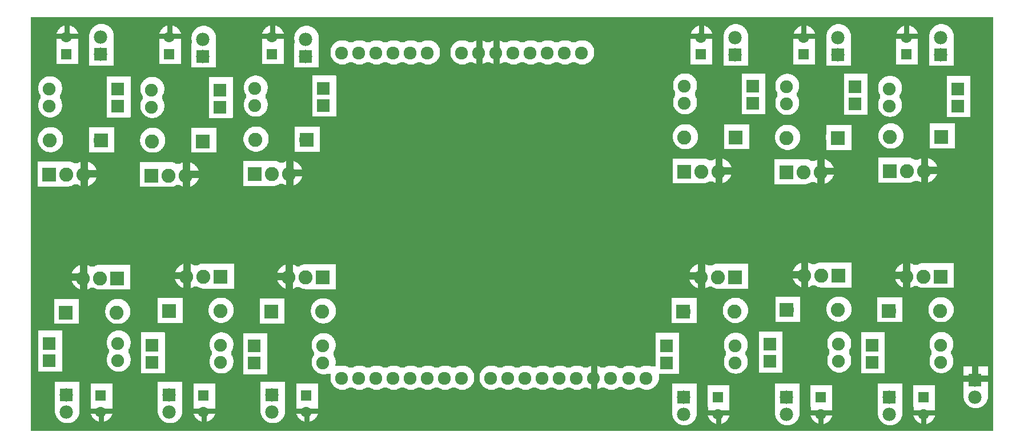
<source format=gbl>
G04 MADE WITH FRITZING*
G04 WWW.FRITZING.ORG*
G04 DOUBLE SIDED*
G04 HOLES PLATED*
G04 CONTOUR ON CENTER OF CONTOUR VECTOR*
%ASAXBY*%
%FSLAX23Y23*%
%MOIN*%
%OFA0B0*%
%SFA1.0B1.0*%
%ADD10C,0.075000*%
%ADD11C,0.075833*%
%ADD12C,0.082000*%
%ADD13C,0.078000*%
%ADD14C,0.062992*%
%ADD15R,0.075000X0.075000*%
%ADD16R,0.082000X0.082000*%
%ADD17R,0.078000X0.078000*%
%ADD18R,0.062992X0.062992*%
%LNCOPPER0*%
G90*
G70*
G54D10*
X5509Y2406D03*
G54D11*
X3638Y366D03*
X3538Y366D03*
X3431Y366D03*
X3331Y366D03*
X3231Y366D03*
X3131Y366D03*
X3031Y366D03*
X2931Y366D03*
X2831Y366D03*
X2731Y366D03*
X2561Y366D03*
X2461Y366D03*
X2361Y366D03*
X2261Y366D03*
X2161Y366D03*
X2061Y366D03*
X1961Y366D03*
X1861Y366D03*
X3261Y2266D03*
X3161Y2266D03*
X3061Y2266D03*
X2961Y2266D03*
X2861Y2266D03*
X2761Y2266D03*
X2661Y2266D03*
X2561Y2266D03*
X2361Y2266D03*
X2261Y2266D03*
X2161Y2266D03*
X2061Y2266D03*
X1961Y2266D03*
X1861Y2266D03*
G54D10*
X556Y1956D03*
X156Y1956D03*
X4957Y562D03*
X5357Y562D03*
G54D12*
X5357Y962D03*
X5257Y962D03*
X5157Y962D03*
X156Y1556D03*
X256Y1556D03*
X356Y1556D03*
G54D13*
X456Y2260D03*
X456Y2360D03*
X5057Y259D03*
X5057Y159D03*
G54D12*
X5057Y762D03*
X5355Y762D03*
X456Y1756D03*
X158Y1756D03*
G54D10*
X4957Y462D03*
X5357Y462D03*
X556Y2056D03*
X156Y2056D03*
G54D14*
X5257Y257D03*
X5257Y159D03*
X256Y2261D03*
X256Y2360D03*
G54D13*
X5557Y359D03*
X5557Y259D03*
G54D10*
X4361Y566D03*
X4761Y566D03*
X1152Y1952D03*
X752Y1952D03*
G54D12*
X4761Y966D03*
X4661Y966D03*
X4561Y966D03*
X752Y1552D03*
X852Y1552D03*
X952Y1552D03*
G54D13*
X4457Y259D03*
X4457Y159D03*
X1052Y2249D03*
X1052Y2349D03*
G54D12*
X4461Y766D03*
X4759Y766D03*
X1052Y1752D03*
X754Y1752D03*
G54D10*
X4361Y466D03*
X4761Y466D03*
X1152Y2052D03*
X752Y2052D03*
G54D14*
X4657Y257D03*
X4657Y159D03*
X856Y2261D03*
X856Y2360D03*
G54D10*
X3757Y559D03*
X4157Y559D03*
X1756Y1960D03*
X1356Y1960D03*
X5457Y1959D03*
X5057Y1959D03*
X156Y571D03*
X556Y571D03*
G54D12*
X4157Y959D03*
X4057Y959D03*
X3957Y959D03*
X1356Y1560D03*
X1456Y1560D03*
X1556Y1560D03*
X5061Y1577D03*
X5161Y1577D03*
X5261Y1577D03*
X552Y952D03*
X452Y952D03*
X352Y952D03*
G54D13*
X3857Y259D03*
X3857Y159D03*
X1652Y2249D03*
X1652Y2349D03*
X5357Y2259D03*
X5357Y2359D03*
G54D12*
X3857Y759D03*
X4155Y759D03*
X1656Y1760D03*
X1358Y1760D03*
X5361Y1777D03*
X5063Y1777D03*
X252Y752D03*
X550Y752D03*
G54D10*
X3757Y459D03*
X4157Y459D03*
X1756Y2060D03*
X1356Y2060D03*
X5457Y2059D03*
X5057Y2059D03*
X156Y471D03*
X556Y471D03*
G54D14*
X4057Y257D03*
X4057Y159D03*
X1456Y2261D03*
X1456Y2360D03*
X5157Y2260D03*
X5157Y2359D03*
X456Y269D03*
X456Y171D03*
G54D10*
X4261Y1973D03*
X3861Y1973D03*
X1352Y556D03*
X1752Y556D03*
G54D12*
X3861Y1573D03*
X3961Y1573D03*
X4061Y1573D03*
X1752Y956D03*
X1652Y956D03*
X1552Y956D03*
G54D13*
X4157Y2259D03*
X4157Y2359D03*
X1456Y271D03*
X1456Y171D03*
G54D12*
X4161Y1773D03*
X3863Y1773D03*
X1452Y756D03*
X1750Y756D03*
G54D10*
X4261Y2073D03*
X3861Y2073D03*
X1352Y456D03*
X1752Y456D03*
G54D14*
X3957Y2260D03*
X3957Y2359D03*
X1656Y269D03*
X1656Y171D03*
G54D10*
X4857Y1970D03*
X4457Y1970D03*
X756Y560D03*
X1156Y560D03*
G54D12*
X4457Y1570D03*
X4557Y1570D03*
X4657Y1570D03*
X1156Y960D03*
X1056Y960D03*
X956Y960D03*
G54D13*
X4757Y2259D03*
X4757Y2359D03*
X856Y271D03*
X856Y171D03*
G54D12*
X4757Y1770D03*
X4459Y1770D03*
X856Y760D03*
X1154Y760D03*
G54D10*
X4857Y2070D03*
X4457Y2070D03*
X756Y460D03*
X1156Y460D03*
G54D14*
X4557Y2260D03*
X4557Y2359D03*
X1056Y269D03*
X1056Y171D03*
G54D13*
X256Y271D03*
X256Y171D03*
G54D15*
X556Y1956D03*
X4957Y562D03*
G54D16*
X5357Y962D03*
X156Y1556D03*
G54D17*
X456Y2260D03*
X5057Y259D03*
G54D16*
X5056Y762D03*
X457Y1756D03*
G54D15*
X4957Y462D03*
X556Y2056D03*
G54D18*
X5257Y257D03*
X256Y2261D03*
G54D17*
X5557Y359D03*
G54D15*
X4361Y566D03*
X1152Y1952D03*
G54D16*
X4761Y966D03*
X752Y1552D03*
G54D17*
X4457Y259D03*
X1052Y2249D03*
G54D16*
X4460Y766D03*
X1053Y1752D03*
G54D15*
X4361Y466D03*
X1152Y2052D03*
G54D18*
X4657Y257D03*
X856Y2261D03*
G54D15*
X3757Y559D03*
X1756Y1960D03*
X5457Y1959D03*
X156Y571D03*
G54D16*
X4157Y959D03*
X1356Y1560D03*
X5061Y1577D03*
X552Y952D03*
G54D17*
X3857Y259D03*
X1652Y2249D03*
X5357Y2259D03*
G54D16*
X3856Y759D03*
X1657Y1760D03*
X5362Y1777D03*
X251Y752D03*
G54D15*
X3757Y459D03*
X1756Y2060D03*
X5457Y2059D03*
X156Y471D03*
G54D18*
X4057Y257D03*
X1456Y2261D03*
X5157Y2260D03*
X456Y269D03*
G54D15*
X4261Y1973D03*
X1352Y556D03*
G54D16*
X3861Y1573D03*
X1752Y956D03*
G54D17*
X4157Y2259D03*
X1456Y271D03*
G54D16*
X4162Y1773D03*
X1451Y756D03*
G54D15*
X4261Y2073D03*
X1352Y456D03*
G54D18*
X3957Y2260D03*
X1656Y269D03*
G54D15*
X4857Y1970D03*
X756Y560D03*
G54D16*
X4457Y1570D03*
X1156Y960D03*
G54D17*
X4757Y2259D03*
X856Y271D03*
G54D16*
X4758Y1770D03*
X855Y760D03*
G54D15*
X4857Y2070D03*
X756Y460D03*
G54D18*
X4557Y2260D03*
X1056Y269D03*
G54D17*
X256Y271D03*
G36*
X50Y2476D02*
X50Y2436D01*
X5376Y2436D01*
X5376Y2434D01*
X5386Y2434D01*
X5386Y2432D01*
X5390Y2432D01*
X5390Y2430D01*
X5394Y2430D01*
X5394Y2428D01*
X5398Y2428D01*
X5398Y2426D01*
X5402Y2426D01*
X5402Y2424D01*
X5404Y2424D01*
X5404Y2422D01*
X5408Y2422D01*
X5408Y2420D01*
X5410Y2420D01*
X5410Y2418D01*
X5412Y2418D01*
X5412Y2416D01*
X5414Y2416D01*
X5414Y2414D01*
X5416Y2414D01*
X5416Y2412D01*
X5418Y2412D01*
X5418Y2410D01*
X5420Y2410D01*
X5420Y2406D01*
X5422Y2406D01*
X5422Y2404D01*
X5424Y2404D01*
X5424Y2400D01*
X5426Y2400D01*
X5426Y2398D01*
X5428Y2398D01*
X5428Y2394D01*
X5430Y2394D01*
X5430Y2388D01*
X5432Y2388D01*
X5432Y2382D01*
X5434Y2382D01*
X5434Y2194D01*
X5666Y2194D01*
X5666Y2476D01*
X50Y2476D01*
G37*
D02*
G36*
X50Y2436D02*
X50Y2428D01*
X282Y2428D01*
X282Y2426D01*
X286Y2426D01*
X286Y2424D01*
X290Y2424D01*
X290Y2422D01*
X294Y2422D01*
X294Y2420D01*
X298Y2420D01*
X298Y2418D01*
X300Y2418D01*
X300Y2416D01*
X302Y2416D01*
X302Y2414D01*
X304Y2414D01*
X304Y2412D01*
X306Y2412D01*
X306Y2410D01*
X308Y2410D01*
X308Y2408D01*
X310Y2408D01*
X310Y2406D01*
X312Y2406D01*
X312Y2404D01*
X314Y2404D01*
X314Y2402D01*
X316Y2402D01*
X316Y2398D01*
X318Y2398D01*
X318Y2394D01*
X320Y2394D01*
X320Y2390D01*
X322Y2390D01*
X322Y2386D01*
X324Y2386D01*
X324Y2380D01*
X392Y2380D01*
X392Y2388D01*
X394Y2388D01*
X394Y2392D01*
X396Y2392D01*
X396Y2396D01*
X398Y2396D01*
X398Y2400D01*
X400Y2400D01*
X400Y2404D01*
X402Y2404D01*
X402Y2406D01*
X404Y2406D01*
X404Y2410D01*
X406Y2410D01*
X406Y2412D01*
X408Y2412D01*
X408Y2414D01*
X410Y2414D01*
X410Y2416D01*
X412Y2416D01*
X412Y2418D01*
X414Y2418D01*
X414Y2420D01*
X416Y2420D01*
X416Y2422D01*
X420Y2422D01*
X420Y2424D01*
X422Y2424D01*
X422Y2426D01*
X424Y2426D01*
X424Y2428D01*
X428Y2428D01*
X428Y2430D01*
X432Y2430D01*
X432Y2432D01*
X436Y2432D01*
X436Y2434D01*
X442Y2434D01*
X442Y2436D01*
X50Y2436D01*
G37*
D02*
G36*
X480Y2436D02*
X480Y2434D01*
X486Y2434D01*
X486Y2432D01*
X492Y2432D01*
X492Y2430D01*
X496Y2430D01*
X496Y2428D01*
X3980Y2428D01*
X3980Y2426D01*
X3986Y2426D01*
X3986Y2424D01*
X3990Y2424D01*
X3990Y2422D01*
X3994Y2422D01*
X3994Y2420D01*
X3998Y2420D01*
X3998Y2418D01*
X4000Y2418D01*
X4000Y2416D01*
X4002Y2416D01*
X4002Y2414D01*
X4006Y2414D01*
X4006Y2412D01*
X4008Y2412D01*
X4008Y2410D01*
X4010Y2410D01*
X4010Y2408D01*
X4012Y2408D01*
X4012Y2404D01*
X4014Y2404D01*
X4014Y2402D01*
X4016Y2402D01*
X4016Y2400D01*
X4018Y2400D01*
X4018Y2396D01*
X4020Y2396D01*
X4020Y2394D01*
X4022Y2394D01*
X4022Y2388D01*
X4024Y2388D01*
X4024Y2384D01*
X4026Y2384D01*
X4026Y2380D01*
X4094Y2380D01*
X4094Y2386D01*
X4096Y2386D01*
X4096Y2392D01*
X4098Y2392D01*
X4098Y2396D01*
X4100Y2396D01*
X4100Y2400D01*
X4102Y2400D01*
X4102Y2402D01*
X4104Y2402D01*
X4104Y2406D01*
X4106Y2406D01*
X4106Y2408D01*
X4108Y2408D01*
X4108Y2410D01*
X4110Y2410D01*
X4110Y2412D01*
X4112Y2412D01*
X4112Y2414D01*
X4114Y2414D01*
X4114Y2416D01*
X4116Y2416D01*
X4116Y2418D01*
X4118Y2418D01*
X4118Y2420D01*
X4120Y2420D01*
X4120Y2422D01*
X4122Y2422D01*
X4122Y2424D01*
X4126Y2424D01*
X4126Y2426D01*
X4128Y2426D01*
X4128Y2428D01*
X4132Y2428D01*
X4132Y2430D01*
X4136Y2430D01*
X4136Y2432D01*
X4142Y2432D01*
X4142Y2434D01*
X4150Y2434D01*
X4150Y2436D01*
X480Y2436D01*
G37*
D02*
G36*
X4176Y2436D02*
X4176Y2434D01*
X4186Y2434D01*
X4186Y2432D01*
X4190Y2432D01*
X4190Y2430D01*
X4194Y2430D01*
X4194Y2428D01*
X4580Y2428D01*
X4580Y2426D01*
X4586Y2426D01*
X4586Y2424D01*
X4590Y2424D01*
X4590Y2422D01*
X4594Y2422D01*
X4594Y2420D01*
X4598Y2420D01*
X4598Y2418D01*
X4600Y2418D01*
X4600Y2416D01*
X4602Y2416D01*
X4602Y2414D01*
X4606Y2414D01*
X4606Y2412D01*
X4608Y2412D01*
X4608Y2410D01*
X4610Y2410D01*
X4610Y2408D01*
X4612Y2408D01*
X4612Y2404D01*
X4614Y2404D01*
X4614Y2402D01*
X4616Y2402D01*
X4616Y2400D01*
X4618Y2400D01*
X4618Y2396D01*
X4620Y2396D01*
X4620Y2394D01*
X4622Y2394D01*
X4622Y2388D01*
X4624Y2388D01*
X4624Y2384D01*
X4626Y2384D01*
X4626Y2380D01*
X4694Y2380D01*
X4694Y2386D01*
X4696Y2386D01*
X4696Y2392D01*
X4698Y2392D01*
X4698Y2396D01*
X4700Y2396D01*
X4700Y2400D01*
X4702Y2400D01*
X4702Y2402D01*
X4704Y2402D01*
X4704Y2406D01*
X4706Y2406D01*
X4706Y2408D01*
X4708Y2408D01*
X4708Y2410D01*
X4710Y2410D01*
X4710Y2412D01*
X4712Y2412D01*
X4712Y2414D01*
X4714Y2414D01*
X4714Y2416D01*
X4716Y2416D01*
X4716Y2418D01*
X4718Y2418D01*
X4718Y2420D01*
X4720Y2420D01*
X4720Y2422D01*
X4722Y2422D01*
X4722Y2424D01*
X4726Y2424D01*
X4726Y2426D01*
X4728Y2426D01*
X4728Y2428D01*
X4732Y2428D01*
X4732Y2430D01*
X4736Y2430D01*
X4736Y2432D01*
X4742Y2432D01*
X4742Y2434D01*
X4750Y2434D01*
X4750Y2436D01*
X4176Y2436D01*
G37*
D02*
G36*
X4776Y2436D02*
X4776Y2434D01*
X4786Y2434D01*
X4786Y2432D01*
X4790Y2432D01*
X4790Y2430D01*
X4794Y2430D01*
X4794Y2428D01*
X5180Y2428D01*
X5180Y2426D01*
X5186Y2426D01*
X5186Y2424D01*
X5190Y2424D01*
X5190Y2422D01*
X5194Y2422D01*
X5194Y2420D01*
X5198Y2420D01*
X5198Y2418D01*
X5200Y2418D01*
X5200Y2416D01*
X5202Y2416D01*
X5202Y2414D01*
X5206Y2414D01*
X5206Y2412D01*
X5208Y2412D01*
X5208Y2410D01*
X5210Y2410D01*
X5210Y2408D01*
X5212Y2408D01*
X5212Y2404D01*
X5214Y2404D01*
X5214Y2402D01*
X5216Y2402D01*
X5216Y2400D01*
X5218Y2400D01*
X5218Y2396D01*
X5220Y2396D01*
X5220Y2394D01*
X5222Y2394D01*
X5222Y2388D01*
X5224Y2388D01*
X5224Y2384D01*
X5226Y2384D01*
X5226Y2380D01*
X5294Y2380D01*
X5294Y2386D01*
X5296Y2386D01*
X5296Y2392D01*
X5298Y2392D01*
X5298Y2396D01*
X5300Y2396D01*
X5300Y2400D01*
X5302Y2400D01*
X5302Y2402D01*
X5304Y2402D01*
X5304Y2406D01*
X5306Y2406D01*
X5306Y2408D01*
X5308Y2408D01*
X5308Y2410D01*
X5310Y2410D01*
X5310Y2412D01*
X5312Y2412D01*
X5312Y2414D01*
X5314Y2414D01*
X5314Y2416D01*
X5316Y2416D01*
X5316Y2418D01*
X5318Y2418D01*
X5318Y2420D01*
X5320Y2420D01*
X5320Y2422D01*
X5322Y2422D01*
X5322Y2424D01*
X5326Y2424D01*
X5326Y2426D01*
X5328Y2426D01*
X5328Y2428D01*
X5332Y2428D01*
X5332Y2430D01*
X5336Y2430D01*
X5336Y2432D01*
X5342Y2432D01*
X5342Y2434D01*
X5350Y2434D01*
X5350Y2436D01*
X4776Y2436D01*
G37*
D02*
G36*
X50Y2428D02*
X50Y2380D01*
X200Y2380D01*
X200Y2388D01*
X202Y2388D01*
X202Y2392D01*
X204Y2392D01*
X204Y2396D01*
X206Y2396D01*
X206Y2400D01*
X208Y2400D01*
X208Y2402D01*
X210Y2402D01*
X210Y2404D01*
X212Y2404D01*
X212Y2408D01*
X214Y2408D01*
X214Y2410D01*
X216Y2410D01*
X216Y2412D01*
X218Y2412D01*
X218Y2414D01*
X220Y2414D01*
X220Y2416D01*
X224Y2416D01*
X224Y2418D01*
X226Y2418D01*
X226Y2420D01*
X230Y2420D01*
X230Y2422D01*
X232Y2422D01*
X232Y2424D01*
X236Y2424D01*
X236Y2426D01*
X242Y2426D01*
X242Y2428D01*
X50Y2428D01*
G37*
D02*
G36*
X246Y2428D02*
X246Y2380D01*
X276Y2380D01*
X276Y2428D01*
X246Y2428D01*
G37*
D02*
G36*
X498Y2428D02*
X498Y2426D01*
X502Y2426D01*
X502Y2424D01*
X504Y2424D01*
X504Y2422D01*
X506Y2422D01*
X506Y2420D01*
X508Y2420D01*
X508Y2418D01*
X512Y2418D01*
X512Y2416D01*
X514Y2416D01*
X514Y2412D01*
X516Y2412D01*
X516Y2410D01*
X518Y2410D01*
X518Y2408D01*
X520Y2408D01*
X520Y2406D01*
X522Y2406D01*
X522Y2402D01*
X524Y2402D01*
X524Y2400D01*
X526Y2400D01*
X526Y2396D01*
X528Y2396D01*
X528Y2390D01*
X530Y2390D01*
X530Y2384D01*
X532Y2384D01*
X532Y2380D01*
X800Y2380D01*
X800Y2388D01*
X802Y2388D01*
X802Y2392D01*
X804Y2392D01*
X804Y2396D01*
X806Y2396D01*
X806Y2400D01*
X808Y2400D01*
X808Y2402D01*
X810Y2402D01*
X810Y2404D01*
X812Y2404D01*
X812Y2408D01*
X814Y2408D01*
X814Y2410D01*
X816Y2410D01*
X816Y2412D01*
X818Y2412D01*
X818Y2414D01*
X820Y2414D01*
X820Y2416D01*
X824Y2416D01*
X824Y2418D01*
X826Y2418D01*
X826Y2420D01*
X830Y2420D01*
X830Y2422D01*
X832Y2422D01*
X832Y2424D01*
X836Y2424D01*
X836Y2426D01*
X842Y2426D01*
X842Y2428D01*
X498Y2428D01*
G37*
D02*
G36*
X846Y2428D02*
X846Y2380D01*
X876Y2380D01*
X876Y2428D01*
X846Y2428D01*
G37*
D02*
G36*
X882Y2428D02*
X882Y2426D01*
X1072Y2426D01*
X1072Y2424D01*
X1080Y2424D01*
X1080Y2422D01*
X1086Y2422D01*
X1086Y2420D01*
X1090Y2420D01*
X1090Y2418D01*
X1092Y2418D01*
X1092Y2416D01*
X1096Y2416D01*
X1096Y2414D01*
X1098Y2414D01*
X1098Y2412D01*
X1102Y2412D01*
X1102Y2410D01*
X1104Y2410D01*
X1104Y2408D01*
X1106Y2408D01*
X1106Y2406D01*
X1108Y2406D01*
X1108Y2404D01*
X1110Y2404D01*
X1110Y2402D01*
X1112Y2402D01*
X1112Y2400D01*
X1114Y2400D01*
X1114Y2398D01*
X1116Y2398D01*
X1116Y2394D01*
X1118Y2394D01*
X1118Y2392D01*
X1120Y2392D01*
X1120Y2388D01*
X1122Y2388D01*
X1122Y2384D01*
X1124Y2384D01*
X1124Y2380D01*
X1400Y2380D01*
X1400Y2388D01*
X1402Y2388D01*
X1402Y2392D01*
X1404Y2392D01*
X1404Y2396D01*
X1406Y2396D01*
X1406Y2400D01*
X1408Y2400D01*
X1408Y2402D01*
X1410Y2402D01*
X1410Y2404D01*
X1412Y2404D01*
X1412Y2408D01*
X1414Y2408D01*
X1414Y2410D01*
X1416Y2410D01*
X1416Y2412D01*
X1418Y2412D01*
X1418Y2414D01*
X1420Y2414D01*
X1420Y2416D01*
X1424Y2416D01*
X1424Y2418D01*
X1426Y2418D01*
X1426Y2420D01*
X1430Y2420D01*
X1430Y2422D01*
X1432Y2422D01*
X1432Y2424D01*
X1436Y2424D01*
X1436Y2426D01*
X1442Y2426D01*
X1442Y2428D01*
X882Y2428D01*
G37*
D02*
G36*
X1446Y2428D02*
X1446Y2380D01*
X1476Y2380D01*
X1476Y2428D01*
X1446Y2428D01*
G37*
D02*
G36*
X1482Y2428D02*
X1482Y2426D01*
X3948Y2426D01*
X3948Y2380D01*
X3978Y2380D01*
X3978Y2428D01*
X1482Y2428D01*
G37*
D02*
G36*
X4198Y2428D02*
X4198Y2426D01*
X4546Y2426D01*
X4546Y2380D01*
X4576Y2380D01*
X4576Y2428D01*
X4198Y2428D01*
G37*
D02*
G36*
X4798Y2428D02*
X4798Y2426D01*
X5146Y2426D01*
X5146Y2380D01*
X5176Y2380D01*
X5176Y2428D01*
X4798Y2428D01*
G37*
D02*
G36*
X886Y2426D02*
X886Y2424D01*
X890Y2424D01*
X890Y2422D01*
X894Y2422D01*
X894Y2420D01*
X898Y2420D01*
X898Y2418D01*
X900Y2418D01*
X900Y2416D01*
X902Y2416D01*
X902Y2414D01*
X904Y2414D01*
X904Y2412D01*
X906Y2412D01*
X906Y2410D01*
X908Y2410D01*
X908Y2408D01*
X910Y2408D01*
X910Y2406D01*
X912Y2406D01*
X912Y2404D01*
X914Y2404D01*
X914Y2402D01*
X916Y2402D01*
X916Y2398D01*
X918Y2398D01*
X918Y2394D01*
X920Y2394D01*
X920Y2390D01*
X922Y2390D01*
X922Y2386D01*
X924Y2386D01*
X924Y2380D01*
X992Y2380D01*
X992Y2386D01*
X994Y2386D01*
X994Y2388D01*
X996Y2388D01*
X996Y2392D01*
X998Y2392D01*
X998Y2396D01*
X1000Y2396D01*
X1000Y2398D01*
X1002Y2398D01*
X1002Y2400D01*
X1004Y2400D01*
X1004Y2402D01*
X1006Y2402D01*
X1006Y2404D01*
X1008Y2404D01*
X1008Y2406D01*
X1010Y2406D01*
X1010Y2408D01*
X1012Y2408D01*
X1012Y2410D01*
X1014Y2410D01*
X1014Y2412D01*
X1016Y2412D01*
X1016Y2414D01*
X1020Y2414D01*
X1020Y2416D01*
X1022Y2416D01*
X1022Y2418D01*
X1026Y2418D01*
X1026Y2420D01*
X1030Y2420D01*
X1030Y2422D01*
X1036Y2422D01*
X1036Y2424D01*
X1044Y2424D01*
X1044Y2426D01*
X886Y2426D01*
G37*
D02*
G36*
X1486Y2426D02*
X1486Y2424D01*
X1490Y2424D01*
X1490Y2422D01*
X1494Y2422D01*
X1494Y2420D01*
X1498Y2420D01*
X1498Y2418D01*
X1500Y2418D01*
X1500Y2416D01*
X1502Y2416D01*
X1502Y2414D01*
X1504Y2414D01*
X1504Y2412D01*
X1506Y2412D01*
X1506Y2410D01*
X1508Y2410D01*
X1508Y2408D01*
X1510Y2408D01*
X1510Y2406D01*
X1512Y2406D01*
X1512Y2404D01*
X1514Y2404D01*
X1514Y2402D01*
X1516Y2402D01*
X1516Y2398D01*
X1518Y2398D01*
X1518Y2394D01*
X1520Y2394D01*
X1520Y2390D01*
X1522Y2390D01*
X1522Y2386D01*
X1524Y2386D01*
X1524Y2380D01*
X1592Y2380D01*
X1592Y2386D01*
X1594Y2386D01*
X1594Y2388D01*
X1596Y2388D01*
X1596Y2392D01*
X1598Y2392D01*
X1598Y2396D01*
X1600Y2396D01*
X1600Y2398D01*
X1602Y2398D01*
X1602Y2400D01*
X1604Y2400D01*
X1604Y2402D01*
X1606Y2402D01*
X1606Y2404D01*
X1608Y2404D01*
X1608Y2406D01*
X1610Y2406D01*
X1610Y2408D01*
X1612Y2408D01*
X1612Y2410D01*
X1614Y2410D01*
X1614Y2412D01*
X1616Y2412D01*
X1616Y2414D01*
X1620Y2414D01*
X1620Y2416D01*
X1622Y2416D01*
X1622Y2418D01*
X1626Y2418D01*
X1626Y2420D01*
X1630Y2420D01*
X1630Y2422D01*
X1636Y2422D01*
X1636Y2424D01*
X1644Y2424D01*
X1644Y2426D01*
X1486Y2426D01*
G37*
D02*
G36*
X1672Y2426D02*
X1672Y2424D01*
X1680Y2424D01*
X1680Y2422D01*
X1686Y2422D01*
X1686Y2420D01*
X1690Y2420D01*
X1690Y2418D01*
X1692Y2418D01*
X1692Y2416D01*
X1696Y2416D01*
X1696Y2414D01*
X1698Y2414D01*
X1698Y2412D01*
X1702Y2412D01*
X1702Y2410D01*
X1704Y2410D01*
X1704Y2408D01*
X1706Y2408D01*
X1706Y2406D01*
X1708Y2406D01*
X1708Y2404D01*
X1710Y2404D01*
X1710Y2402D01*
X1712Y2402D01*
X1712Y2400D01*
X1714Y2400D01*
X1714Y2398D01*
X1716Y2398D01*
X1716Y2394D01*
X1718Y2394D01*
X1718Y2392D01*
X1720Y2392D01*
X1720Y2388D01*
X1722Y2388D01*
X1722Y2384D01*
X1724Y2384D01*
X1724Y2380D01*
X3902Y2380D01*
X3902Y2388D01*
X3904Y2388D01*
X3904Y2392D01*
X3906Y2392D01*
X3906Y2396D01*
X3908Y2396D01*
X3908Y2398D01*
X3910Y2398D01*
X3910Y2402D01*
X3912Y2402D01*
X3912Y2404D01*
X3914Y2404D01*
X3914Y2406D01*
X3916Y2406D01*
X3916Y2408D01*
X3918Y2408D01*
X3918Y2410D01*
X3920Y2410D01*
X3920Y2412D01*
X3922Y2412D01*
X3922Y2414D01*
X3924Y2414D01*
X3924Y2416D01*
X3926Y2416D01*
X3926Y2418D01*
X3930Y2418D01*
X3930Y2420D01*
X3932Y2420D01*
X3932Y2422D01*
X3936Y2422D01*
X3936Y2424D01*
X3942Y2424D01*
X3942Y2426D01*
X1672Y2426D01*
G37*
D02*
G36*
X4202Y2426D02*
X4202Y2424D01*
X4204Y2424D01*
X4204Y2422D01*
X4208Y2422D01*
X4208Y2420D01*
X4210Y2420D01*
X4210Y2418D01*
X4212Y2418D01*
X4212Y2416D01*
X4214Y2416D01*
X4214Y2414D01*
X4216Y2414D01*
X4216Y2412D01*
X4218Y2412D01*
X4218Y2410D01*
X4220Y2410D01*
X4220Y2406D01*
X4222Y2406D01*
X4222Y2404D01*
X4224Y2404D01*
X4224Y2400D01*
X4226Y2400D01*
X4226Y2398D01*
X4228Y2398D01*
X4228Y2394D01*
X4230Y2394D01*
X4230Y2388D01*
X4232Y2388D01*
X4232Y2382D01*
X4234Y2382D01*
X4234Y2380D01*
X4502Y2380D01*
X4502Y2388D01*
X4504Y2388D01*
X4504Y2392D01*
X4506Y2392D01*
X4506Y2396D01*
X4508Y2396D01*
X4508Y2398D01*
X4510Y2398D01*
X4510Y2402D01*
X4512Y2402D01*
X4512Y2404D01*
X4514Y2404D01*
X4514Y2406D01*
X4516Y2406D01*
X4516Y2408D01*
X4518Y2408D01*
X4518Y2410D01*
X4520Y2410D01*
X4520Y2412D01*
X4522Y2412D01*
X4522Y2414D01*
X4524Y2414D01*
X4524Y2416D01*
X4526Y2416D01*
X4526Y2418D01*
X4530Y2418D01*
X4530Y2420D01*
X4532Y2420D01*
X4532Y2422D01*
X4536Y2422D01*
X4536Y2424D01*
X4542Y2424D01*
X4542Y2426D01*
X4202Y2426D01*
G37*
D02*
G36*
X4802Y2426D02*
X4802Y2424D01*
X4804Y2424D01*
X4804Y2422D01*
X4808Y2422D01*
X4808Y2420D01*
X4810Y2420D01*
X4810Y2418D01*
X4812Y2418D01*
X4812Y2416D01*
X4814Y2416D01*
X4814Y2414D01*
X4816Y2414D01*
X4816Y2412D01*
X4818Y2412D01*
X4818Y2410D01*
X4820Y2410D01*
X4820Y2406D01*
X4822Y2406D01*
X4822Y2404D01*
X4824Y2404D01*
X4824Y2400D01*
X4826Y2400D01*
X4826Y2398D01*
X4828Y2398D01*
X4828Y2394D01*
X4830Y2394D01*
X4830Y2388D01*
X4832Y2388D01*
X4832Y2382D01*
X4834Y2382D01*
X4834Y2380D01*
X5102Y2380D01*
X5102Y2388D01*
X5104Y2388D01*
X5104Y2392D01*
X5106Y2392D01*
X5106Y2396D01*
X5108Y2396D01*
X5108Y2398D01*
X5110Y2398D01*
X5110Y2402D01*
X5112Y2402D01*
X5112Y2404D01*
X5114Y2404D01*
X5114Y2406D01*
X5116Y2406D01*
X5116Y2408D01*
X5118Y2408D01*
X5118Y2410D01*
X5120Y2410D01*
X5120Y2412D01*
X5122Y2412D01*
X5122Y2414D01*
X5124Y2414D01*
X5124Y2416D01*
X5126Y2416D01*
X5126Y2418D01*
X5130Y2418D01*
X5130Y2420D01*
X5132Y2420D01*
X5132Y2422D01*
X5136Y2422D01*
X5136Y2424D01*
X5142Y2424D01*
X5142Y2426D01*
X4802Y2426D01*
G37*
D02*
G36*
X50Y2380D02*
X50Y2378D01*
X392Y2378D01*
X392Y2380D01*
X50Y2380D01*
G37*
D02*
G36*
X50Y2380D02*
X50Y2378D01*
X392Y2378D01*
X392Y2380D01*
X50Y2380D01*
G37*
D02*
G36*
X50Y2380D02*
X50Y2378D01*
X392Y2378D01*
X392Y2380D01*
X50Y2380D01*
G37*
D02*
G36*
X532Y2380D02*
X532Y2378D01*
X990Y2378D01*
X990Y2380D01*
X532Y2380D01*
G37*
D02*
G36*
X532Y2380D02*
X532Y2378D01*
X990Y2378D01*
X990Y2380D01*
X532Y2380D01*
G37*
D02*
G36*
X532Y2380D02*
X532Y2378D01*
X990Y2378D01*
X990Y2380D01*
X532Y2380D01*
G37*
D02*
G36*
X1126Y2380D02*
X1126Y2378D01*
X1590Y2378D01*
X1590Y2380D01*
X1126Y2380D01*
G37*
D02*
G36*
X1126Y2380D02*
X1126Y2378D01*
X1590Y2378D01*
X1590Y2380D01*
X1126Y2380D01*
G37*
D02*
G36*
X1126Y2380D02*
X1126Y2378D01*
X1590Y2378D01*
X1590Y2380D01*
X1126Y2380D01*
G37*
D02*
G36*
X1726Y2380D02*
X1726Y2378D01*
X4094Y2378D01*
X4094Y2380D01*
X1726Y2380D01*
G37*
D02*
G36*
X1726Y2380D02*
X1726Y2378D01*
X4094Y2378D01*
X4094Y2380D01*
X1726Y2380D01*
G37*
D02*
G36*
X1726Y2380D02*
X1726Y2378D01*
X4094Y2378D01*
X4094Y2380D01*
X1726Y2380D01*
G37*
D02*
G36*
X4234Y2380D02*
X4234Y2378D01*
X4694Y2378D01*
X4694Y2380D01*
X4234Y2380D01*
G37*
D02*
G36*
X4234Y2380D02*
X4234Y2378D01*
X4694Y2378D01*
X4694Y2380D01*
X4234Y2380D01*
G37*
D02*
G36*
X4234Y2380D02*
X4234Y2378D01*
X4694Y2378D01*
X4694Y2380D01*
X4234Y2380D01*
G37*
D02*
G36*
X4834Y2380D02*
X4834Y2378D01*
X5294Y2378D01*
X5294Y2380D01*
X4834Y2380D01*
G37*
D02*
G36*
X4834Y2380D02*
X4834Y2378D01*
X5294Y2378D01*
X5294Y2380D01*
X4834Y2380D01*
G37*
D02*
G36*
X4834Y2380D02*
X4834Y2378D01*
X5294Y2378D01*
X5294Y2380D01*
X4834Y2380D01*
G37*
D02*
G36*
X50Y2378D02*
X50Y2204D01*
X198Y2204D01*
X198Y2330D01*
X200Y2330D01*
X200Y2350D01*
X248Y2350D01*
X248Y2378D01*
X50Y2378D01*
G37*
D02*
G36*
X270Y2378D02*
X270Y2350D01*
X324Y2350D01*
X324Y2330D01*
X326Y2330D01*
X326Y2204D01*
X390Y2204D01*
X390Y2378D01*
X270Y2378D01*
G37*
D02*
G36*
X532Y2378D02*
X532Y2204D01*
X798Y2204D01*
X798Y2330D01*
X800Y2330D01*
X800Y2350D01*
X848Y2350D01*
X848Y2378D01*
X532Y2378D01*
G37*
D02*
G36*
X870Y2378D02*
X870Y2350D01*
X924Y2350D01*
X924Y2330D01*
X926Y2330D01*
X926Y2204D01*
X986Y2204D01*
X986Y2324D01*
X988Y2324D01*
X988Y2344D01*
X986Y2344D01*
X986Y2364D01*
X988Y2364D01*
X988Y2376D01*
X990Y2376D01*
X990Y2378D01*
X870Y2378D01*
G37*
D02*
G36*
X1126Y2378D02*
X1126Y2374D01*
X1128Y2374D01*
X1128Y2204D01*
X1398Y2204D01*
X1398Y2330D01*
X1400Y2330D01*
X1400Y2350D01*
X1448Y2350D01*
X1448Y2378D01*
X1126Y2378D01*
G37*
D02*
G36*
X1470Y2378D02*
X1470Y2350D01*
X1524Y2350D01*
X1524Y2330D01*
X1526Y2330D01*
X1526Y2204D01*
X1586Y2204D01*
X1586Y2324D01*
X1588Y2324D01*
X1588Y2344D01*
X1586Y2344D01*
X1586Y2364D01*
X1588Y2364D01*
X1588Y2376D01*
X1590Y2376D01*
X1590Y2378D01*
X1470Y2378D01*
G37*
D02*
G36*
X1726Y2378D02*
X1726Y2374D01*
X1728Y2374D01*
X1728Y2342D01*
X3282Y2342D01*
X3282Y2340D01*
X3290Y2340D01*
X3290Y2338D01*
X3294Y2338D01*
X3294Y2336D01*
X3298Y2336D01*
X3298Y2334D01*
X3302Y2334D01*
X3302Y2332D01*
X3306Y2332D01*
X3306Y2330D01*
X3308Y2330D01*
X3308Y2328D01*
X3310Y2328D01*
X3310Y2326D01*
X3314Y2326D01*
X3314Y2324D01*
X3316Y2324D01*
X3316Y2322D01*
X3318Y2322D01*
X3318Y2320D01*
X3320Y2320D01*
X3320Y2316D01*
X3322Y2316D01*
X3322Y2314D01*
X3324Y2314D01*
X3324Y2312D01*
X3326Y2312D01*
X3326Y2308D01*
X3328Y2308D01*
X3328Y2306D01*
X3330Y2306D01*
X3330Y2302D01*
X3332Y2302D01*
X3332Y2298D01*
X3334Y2298D01*
X3334Y2292D01*
X3336Y2292D01*
X3336Y2252D01*
X3334Y2252D01*
X3334Y2246D01*
X3332Y2246D01*
X3332Y2242D01*
X3330Y2242D01*
X3330Y2238D01*
X3328Y2238D01*
X3328Y2234D01*
X3326Y2234D01*
X3326Y2232D01*
X3324Y2232D01*
X3324Y2230D01*
X3322Y2230D01*
X3322Y2226D01*
X3320Y2226D01*
X3320Y2224D01*
X3318Y2224D01*
X3318Y2222D01*
X3316Y2222D01*
X3316Y2220D01*
X3314Y2220D01*
X3314Y2218D01*
X3310Y2218D01*
X3310Y2216D01*
X3308Y2216D01*
X3308Y2214D01*
X3306Y2214D01*
X3306Y2212D01*
X3302Y2212D01*
X3302Y2210D01*
X3300Y2210D01*
X3300Y2208D01*
X3296Y2208D01*
X3296Y2206D01*
X3290Y2206D01*
X3290Y2204D01*
X3284Y2204D01*
X3284Y2202D01*
X3900Y2202D01*
X3900Y2350D01*
X3950Y2350D01*
X3950Y2378D01*
X1726Y2378D01*
G37*
D02*
G36*
X3972Y2378D02*
X3972Y2350D01*
X4026Y2350D01*
X4026Y2202D01*
X4092Y2202D01*
X4092Y2378D01*
X3972Y2378D01*
G37*
D02*
G36*
X4234Y2378D02*
X4234Y2202D01*
X4500Y2202D01*
X4500Y2350D01*
X4548Y2350D01*
X4548Y2378D01*
X4234Y2378D01*
G37*
D02*
G36*
X4570Y2378D02*
X4570Y2350D01*
X4626Y2350D01*
X4626Y2202D01*
X4692Y2202D01*
X4692Y2378D01*
X4570Y2378D01*
G37*
D02*
G36*
X4834Y2378D02*
X4834Y2202D01*
X5100Y2202D01*
X5100Y2350D01*
X5148Y2350D01*
X5148Y2378D01*
X4834Y2378D01*
G37*
D02*
G36*
X5170Y2378D02*
X5170Y2350D01*
X5226Y2350D01*
X5226Y2202D01*
X5292Y2202D01*
X5292Y2378D01*
X5170Y2378D01*
G37*
D02*
G36*
X1728Y2342D02*
X1728Y2202D01*
X1850Y2202D01*
X1850Y2204D01*
X1844Y2204D01*
X1844Y2206D01*
X1838Y2206D01*
X1838Y2208D01*
X1834Y2208D01*
X1834Y2210D01*
X1832Y2210D01*
X1832Y2212D01*
X1828Y2212D01*
X1828Y2214D01*
X1826Y2214D01*
X1826Y2216D01*
X1824Y2216D01*
X1824Y2218D01*
X1820Y2218D01*
X1820Y2220D01*
X1818Y2220D01*
X1818Y2222D01*
X1816Y2222D01*
X1816Y2224D01*
X1814Y2224D01*
X1814Y2228D01*
X1812Y2228D01*
X1812Y2230D01*
X1810Y2230D01*
X1810Y2232D01*
X1808Y2232D01*
X1808Y2236D01*
X1806Y2236D01*
X1806Y2238D01*
X1804Y2238D01*
X1804Y2242D01*
X1802Y2242D01*
X1802Y2246D01*
X1800Y2246D01*
X1800Y2252D01*
X1798Y2252D01*
X1798Y2292D01*
X1800Y2292D01*
X1800Y2298D01*
X1802Y2298D01*
X1802Y2302D01*
X1804Y2302D01*
X1804Y2306D01*
X1806Y2306D01*
X1806Y2308D01*
X1808Y2308D01*
X1808Y2312D01*
X1810Y2312D01*
X1810Y2314D01*
X1812Y2314D01*
X1812Y2316D01*
X1814Y2316D01*
X1814Y2318D01*
X1816Y2318D01*
X1816Y2322D01*
X1818Y2322D01*
X1818Y2324D01*
X1822Y2324D01*
X1822Y2326D01*
X1824Y2326D01*
X1824Y2328D01*
X1826Y2328D01*
X1826Y2330D01*
X1828Y2330D01*
X1828Y2332D01*
X1832Y2332D01*
X1832Y2334D01*
X1836Y2334D01*
X1836Y2336D01*
X1840Y2336D01*
X1840Y2338D01*
X1844Y2338D01*
X1844Y2340D01*
X1852Y2340D01*
X1852Y2342D01*
X1728Y2342D01*
G37*
D02*
G36*
X1882Y2342D02*
X1882Y2340D01*
X1890Y2340D01*
X1890Y2338D01*
X1894Y2338D01*
X1894Y2336D01*
X1898Y2336D01*
X1898Y2334D01*
X1902Y2334D01*
X1902Y2332D01*
X1906Y2332D01*
X1906Y2330D01*
X1928Y2330D01*
X1928Y2332D01*
X1932Y2332D01*
X1932Y2334D01*
X1936Y2334D01*
X1936Y2336D01*
X1940Y2336D01*
X1940Y2338D01*
X1944Y2338D01*
X1944Y2340D01*
X1952Y2340D01*
X1952Y2342D01*
X1882Y2342D01*
G37*
D02*
G36*
X1982Y2342D02*
X1982Y2340D01*
X1990Y2340D01*
X1990Y2338D01*
X1994Y2338D01*
X1994Y2336D01*
X1998Y2336D01*
X1998Y2334D01*
X2002Y2334D01*
X2002Y2332D01*
X2006Y2332D01*
X2006Y2330D01*
X2028Y2330D01*
X2028Y2332D01*
X2032Y2332D01*
X2032Y2334D01*
X2036Y2334D01*
X2036Y2336D01*
X2040Y2336D01*
X2040Y2338D01*
X2044Y2338D01*
X2044Y2340D01*
X2052Y2340D01*
X2052Y2342D01*
X1982Y2342D01*
G37*
D02*
G36*
X2082Y2342D02*
X2082Y2340D01*
X2090Y2340D01*
X2090Y2338D01*
X2094Y2338D01*
X2094Y2336D01*
X2098Y2336D01*
X2098Y2334D01*
X2102Y2334D01*
X2102Y2332D01*
X2106Y2332D01*
X2106Y2330D01*
X2128Y2330D01*
X2128Y2332D01*
X2132Y2332D01*
X2132Y2334D01*
X2136Y2334D01*
X2136Y2336D01*
X2140Y2336D01*
X2140Y2338D01*
X2144Y2338D01*
X2144Y2340D01*
X2152Y2340D01*
X2152Y2342D01*
X2082Y2342D01*
G37*
D02*
G36*
X2182Y2342D02*
X2182Y2340D01*
X2190Y2340D01*
X2190Y2338D01*
X2194Y2338D01*
X2194Y2336D01*
X2198Y2336D01*
X2198Y2334D01*
X2202Y2334D01*
X2202Y2332D01*
X2206Y2332D01*
X2206Y2330D01*
X2228Y2330D01*
X2228Y2332D01*
X2232Y2332D01*
X2232Y2334D01*
X2236Y2334D01*
X2236Y2336D01*
X2240Y2336D01*
X2240Y2338D01*
X2244Y2338D01*
X2244Y2340D01*
X2252Y2340D01*
X2252Y2342D01*
X2182Y2342D01*
G37*
D02*
G36*
X2282Y2342D02*
X2282Y2340D01*
X2290Y2340D01*
X2290Y2338D01*
X2294Y2338D01*
X2294Y2336D01*
X2298Y2336D01*
X2298Y2334D01*
X2302Y2334D01*
X2302Y2332D01*
X2306Y2332D01*
X2306Y2330D01*
X2328Y2330D01*
X2328Y2332D01*
X2332Y2332D01*
X2332Y2334D01*
X2336Y2334D01*
X2336Y2336D01*
X2340Y2336D01*
X2340Y2338D01*
X2344Y2338D01*
X2344Y2340D01*
X2352Y2340D01*
X2352Y2342D01*
X2282Y2342D01*
G37*
D02*
G36*
X2382Y2342D02*
X2382Y2340D01*
X2390Y2340D01*
X2390Y2338D01*
X2394Y2338D01*
X2394Y2336D01*
X2398Y2336D01*
X2398Y2334D01*
X2402Y2334D01*
X2402Y2332D01*
X2406Y2332D01*
X2406Y2330D01*
X2408Y2330D01*
X2408Y2328D01*
X2410Y2328D01*
X2410Y2326D01*
X2414Y2326D01*
X2414Y2324D01*
X2416Y2324D01*
X2416Y2322D01*
X2418Y2322D01*
X2418Y2320D01*
X2420Y2320D01*
X2420Y2316D01*
X2422Y2316D01*
X2422Y2314D01*
X2424Y2314D01*
X2424Y2312D01*
X2426Y2312D01*
X2426Y2308D01*
X2428Y2308D01*
X2428Y2306D01*
X2430Y2306D01*
X2430Y2302D01*
X2432Y2302D01*
X2432Y2298D01*
X2434Y2298D01*
X2434Y2292D01*
X2436Y2292D01*
X2436Y2252D01*
X2434Y2252D01*
X2434Y2246D01*
X2432Y2246D01*
X2432Y2242D01*
X2430Y2242D01*
X2430Y2238D01*
X2428Y2238D01*
X2428Y2234D01*
X2426Y2234D01*
X2426Y2232D01*
X2424Y2232D01*
X2424Y2230D01*
X2422Y2230D01*
X2422Y2226D01*
X2420Y2226D01*
X2420Y2224D01*
X2418Y2224D01*
X2418Y2222D01*
X2416Y2222D01*
X2416Y2220D01*
X2414Y2220D01*
X2414Y2218D01*
X2410Y2218D01*
X2410Y2216D01*
X2408Y2216D01*
X2408Y2214D01*
X2406Y2214D01*
X2406Y2212D01*
X2402Y2212D01*
X2402Y2210D01*
X2400Y2210D01*
X2400Y2208D01*
X2396Y2208D01*
X2396Y2206D01*
X2390Y2206D01*
X2390Y2204D01*
X2384Y2204D01*
X2384Y2202D01*
X2550Y2202D01*
X2550Y2204D01*
X2544Y2204D01*
X2544Y2206D01*
X2538Y2206D01*
X2538Y2208D01*
X2534Y2208D01*
X2534Y2210D01*
X2532Y2210D01*
X2532Y2212D01*
X2528Y2212D01*
X2528Y2214D01*
X2526Y2214D01*
X2526Y2216D01*
X2524Y2216D01*
X2524Y2218D01*
X2520Y2218D01*
X2520Y2220D01*
X2518Y2220D01*
X2518Y2222D01*
X2516Y2222D01*
X2516Y2224D01*
X2514Y2224D01*
X2514Y2226D01*
X2512Y2226D01*
X2512Y2230D01*
X2510Y2230D01*
X2510Y2232D01*
X2508Y2232D01*
X2508Y2236D01*
X2506Y2236D01*
X2506Y2238D01*
X2504Y2238D01*
X2504Y2242D01*
X2502Y2242D01*
X2502Y2246D01*
X2500Y2246D01*
X2500Y2252D01*
X2498Y2252D01*
X2498Y2292D01*
X2500Y2292D01*
X2500Y2298D01*
X2502Y2298D01*
X2502Y2302D01*
X2504Y2302D01*
X2504Y2306D01*
X2506Y2306D01*
X2506Y2308D01*
X2508Y2308D01*
X2508Y2312D01*
X2510Y2312D01*
X2510Y2314D01*
X2512Y2314D01*
X2512Y2316D01*
X2514Y2316D01*
X2514Y2320D01*
X2516Y2320D01*
X2516Y2322D01*
X2518Y2322D01*
X2518Y2324D01*
X2522Y2324D01*
X2522Y2326D01*
X2524Y2326D01*
X2524Y2328D01*
X2526Y2328D01*
X2526Y2330D01*
X2528Y2330D01*
X2528Y2332D01*
X2532Y2332D01*
X2532Y2334D01*
X2536Y2334D01*
X2536Y2336D01*
X2540Y2336D01*
X2540Y2338D01*
X2544Y2338D01*
X2544Y2340D01*
X2552Y2340D01*
X2552Y2342D01*
X2382Y2342D01*
G37*
D02*
G36*
X2582Y2342D02*
X2582Y2340D01*
X2790Y2340D01*
X2790Y2338D01*
X2794Y2338D01*
X2794Y2336D01*
X2798Y2336D01*
X2798Y2334D01*
X2802Y2334D01*
X2802Y2332D01*
X2806Y2332D01*
X2806Y2330D01*
X2828Y2330D01*
X2828Y2332D01*
X2832Y2332D01*
X2832Y2334D01*
X2836Y2334D01*
X2836Y2336D01*
X2840Y2336D01*
X2840Y2338D01*
X2844Y2338D01*
X2844Y2340D01*
X2852Y2340D01*
X2852Y2342D01*
X2582Y2342D01*
G37*
D02*
G36*
X2882Y2342D02*
X2882Y2340D01*
X2890Y2340D01*
X2890Y2338D01*
X2894Y2338D01*
X2894Y2336D01*
X2898Y2336D01*
X2898Y2334D01*
X2902Y2334D01*
X2902Y2332D01*
X2906Y2332D01*
X2906Y2330D01*
X2928Y2330D01*
X2928Y2332D01*
X2932Y2332D01*
X2932Y2334D01*
X2936Y2334D01*
X2936Y2336D01*
X2940Y2336D01*
X2940Y2338D01*
X2944Y2338D01*
X2944Y2340D01*
X2952Y2340D01*
X2952Y2342D01*
X2882Y2342D01*
G37*
D02*
G36*
X2982Y2342D02*
X2982Y2340D01*
X2990Y2340D01*
X2990Y2338D01*
X2994Y2338D01*
X2994Y2336D01*
X2998Y2336D01*
X2998Y2334D01*
X3002Y2334D01*
X3002Y2332D01*
X3006Y2332D01*
X3006Y2330D01*
X3028Y2330D01*
X3028Y2332D01*
X3032Y2332D01*
X3032Y2334D01*
X3036Y2334D01*
X3036Y2336D01*
X3040Y2336D01*
X3040Y2338D01*
X3044Y2338D01*
X3044Y2340D01*
X3052Y2340D01*
X3052Y2342D01*
X2982Y2342D01*
G37*
D02*
G36*
X3082Y2342D02*
X3082Y2340D01*
X3090Y2340D01*
X3090Y2338D01*
X3094Y2338D01*
X3094Y2336D01*
X3098Y2336D01*
X3098Y2334D01*
X3102Y2334D01*
X3102Y2332D01*
X3106Y2332D01*
X3106Y2330D01*
X3128Y2330D01*
X3128Y2332D01*
X3132Y2332D01*
X3132Y2334D01*
X3136Y2334D01*
X3136Y2336D01*
X3140Y2336D01*
X3140Y2338D01*
X3144Y2338D01*
X3144Y2340D01*
X3152Y2340D01*
X3152Y2342D01*
X3082Y2342D01*
G37*
D02*
G36*
X3182Y2342D02*
X3182Y2340D01*
X3190Y2340D01*
X3190Y2338D01*
X3194Y2338D01*
X3194Y2336D01*
X3198Y2336D01*
X3198Y2334D01*
X3202Y2334D01*
X3202Y2332D01*
X3206Y2332D01*
X3206Y2330D01*
X3228Y2330D01*
X3228Y2332D01*
X3232Y2332D01*
X3232Y2334D01*
X3236Y2334D01*
X3236Y2336D01*
X3240Y2336D01*
X3240Y2338D01*
X3244Y2338D01*
X3244Y2340D01*
X3252Y2340D01*
X3252Y2342D01*
X3182Y2342D01*
G37*
D02*
G36*
X2590Y2340D02*
X2590Y2338D01*
X2594Y2338D01*
X2594Y2336D01*
X2598Y2336D01*
X2598Y2334D01*
X2602Y2334D01*
X2602Y2332D01*
X2606Y2332D01*
X2606Y2330D01*
X2628Y2330D01*
X2628Y2332D01*
X2632Y2332D01*
X2632Y2334D01*
X2636Y2334D01*
X2636Y2336D01*
X2640Y2336D01*
X2640Y2338D01*
X2644Y2338D01*
X2644Y2340D01*
X2590Y2340D01*
G37*
D02*
G36*
X2648Y2340D02*
X2648Y2286D01*
X2686Y2286D01*
X2686Y2340D01*
X2648Y2340D01*
G37*
D02*
G36*
X2690Y2340D02*
X2690Y2338D01*
X2694Y2338D01*
X2694Y2336D01*
X2698Y2336D01*
X2698Y2334D01*
X2702Y2334D01*
X2702Y2332D01*
X2706Y2332D01*
X2706Y2330D01*
X2728Y2330D01*
X2728Y2332D01*
X2732Y2332D01*
X2732Y2334D01*
X2736Y2334D01*
X2736Y2336D01*
X2740Y2336D01*
X2740Y2338D01*
X2744Y2338D01*
X2744Y2340D01*
X2690Y2340D01*
G37*
D02*
G36*
X2748Y2340D02*
X2748Y2286D01*
X2786Y2286D01*
X2786Y2340D01*
X2748Y2340D01*
G37*
D02*
G36*
X2648Y2260D02*
X2648Y2204D01*
X2686Y2204D01*
X2686Y2260D01*
X2648Y2260D01*
G37*
D02*
G36*
X2748Y2260D02*
X2748Y2204D01*
X2786Y2204D01*
X2786Y2260D01*
X2748Y2260D01*
G37*
D02*
G36*
X1906Y2214D02*
X1906Y2212D01*
X1902Y2212D01*
X1902Y2210D01*
X1900Y2210D01*
X1900Y2208D01*
X1896Y2208D01*
X1896Y2206D01*
X1890Y2206D01*
X1890Y2204D01*
X1884Y2204D01*
X1884Y2202D01*
X1950Y2202D01*
X1950Y2204D01*
X1944Y2204D01*
X1944Y2206D01*
X1938Y2206D01*
X1938Y2208D01*
X1934Y2208D01*
X1934Y2210D01*
X1932Y2210D01*
X1932Y2212D01*
X1928Y2212D01*
X1928Y2214D01*
X1906Y2214D01*
G37*
D02*
G36*
X2006Y2214D02*
X2006Y2212D01*
X2002Y2212D01*
X2002Y2210D01*
X2000Y2210D01*
X2000Y2208D01*
X1996Y2208D01*
X1996Y2206D01*
X1990Y2206D01*
X1990Y2204D01*
X1984Y2204D01*
X1984Y2202D01*
X2050Y2202D01*
X2050Y2204D01*
X2044Y2204D01*
X2044Y2206D01*
X2038Y2206D01*
X2038Y2208D01*
X2034Y2208D01*
X2034Y2210D01*
X2032Y2210D01*
X2032Y2212D01*
X2028Y2212D01*
X2028Y2214D01*
X2006Y2214D01*
G37*
D02*
G36*
X2106Y2214D02*
X2106Y2212D01*
X2102Y2212D01*
X2102Y2210D01*
X2100Y2210D01*
X2100Y2208D01*
X2096Y2208D01*
X2096Y2206D01*
X2090Y2206D01*
X2090Y2204D01*
X2084Y2204D01*
X2084Y2202D01*
X2150Y2202D01*
X2150Y2204D01*
X2144Y2204D01*
X2144Y2206D01*
X2138Y2206D01*
X2138Y2208D01*
X2134Y2208D01*
X2134Y2210D01*
X2132Y2210D01*
X2132Y2212D01*
X2128Y2212D01*
X2128Y2214D01*
X2106Y2214D01*
G37*
D02*
G36*
X2206Y2214D02*
X2206Y2212D01*
X2202Y2212D01*
X2202Y2210D01*
X2200Y2210D01*
X2200Y2208D01*
X2196Y2208D01*
X2196Y2206D01*
X2190Y2206D01*
X2190Y2204D01*
X2184Y2204D01*
X2184Y2202D01*
X2250Y2202D01*
X2250Y2204D01*
X2244Y2204D01*
X2244Y2206D01*
X2238Y2206D01*
X2238Y2208D01*
X2234Y2208D01*
X2234Y2210D01*
X2232Y2210D01*
X2232Y2212D01*
X2228Y2212D01*
X2228Y2214D01*
X2206Y2214D01*
G37*
D02*
G36*
X2306Y2214D02*
X2306Y2212D01*
X2302Y2212D01*
X2302Y2210D01*
X2300Y2210D01*
X2300Y2208D01*
X2296Y2208D01*
X2296Y2206D01*
X2290Y2206D01*
X2290Y2204D01*
X2284Y2204D01*
X2284Y2202D01*
X2350Y2202D01*
X2350Y2204D01*
X2344Y2204D01*
X2344Y2206D01*
X2338Y2206D01*
X2338Y2208D01*
X2334Y2208D01*
X2334Y2210D01*
X2332Y2210D01*
X2332Y2212D01*
X2328Y2212D01*
X2328Y2214D01*
X2306Y2214D01*
G37*
D02*
G36*
X2606Y2214D02*
X2606Y2212D01*
X2602Y2212D01*
X2602Y2210D01*
X2600Y2210D01*
X2600Y2208D01*
X2596Y2208D01*
X2596Y2206D01*
X2590Y2206D01*
X2590Y2204D01*
X2644Y2204D01*
X2644Y2206D01*
X2638Y2206D01*
X2638Y2208D01*
X2634Y2208D01*
X2634Y2210D01*
X2632Y2210D01*
X2632Y2212D01*
X2628Y2212D01*
X2628Y2214D01*
X2606Y2214D01*
G37*
D02*
G36*
X2706Y2214D02*
X2706Y2212D01*
X2702Y2212D01*
X2702Y2210D01*
X2700Y2210D01*
X2700Y2208D01*
X2696Y2208D01*
X2696Y2206D01*
X2690Y2206D01*
X2690Y2204D01*
X2744Y2204D01*
X2744Y2206D01*
X2738Y2206D01*
X2738Y2208D01*
X2734Y2208D01*
X2734Y2210D01*
X2732Y2210D01*
X2732Y2212D01*
X2728Y2212D01*
X2728Y2214D01*
X2706Y2214D01*
G37*
D02*
G36*
X2806Y2214D02*
X2806Y2212D01*
X2802Y2212D01*
X2802Y2210D01*
X2800Y2210D01*
X2800Y2208D01*
X2796Y2208D01*
X2796Y2206D01*
X2790Y2206D01*
X2790Y2204D01*
X2844Y2204D01*
X2844Y2206D01*
X2838Y2206D01*
X2838Y2208D01*
X2834Y2208D01*
X2834Y2210D01*
X2832Y2210D01*
X2832Y2212D01*
X2828Y2212D01*
X2828Y2214D01*
X2806Y2214D01*
G37*
D02*
G36*
X2906Y2214D02*
X2906Y2212D01*
X2902Y2212D01*
X2902Y2210D01*
X2900Y2210D01*
X2900Y2208D01*
X2896Y2208D01*
X2896Y2206D01*
X2890Y2206D01*
X2890Y2204D01*
X2884Y2204D01*
X2884Y2202D01*
X2950Y2202D01*
X2950Y2204D01*
X2944Y2204D01*
X2944Y2206D01*
X2938Y2206D01*
X2938Y2208D01*
X2934Y2208D01*
X2934Y2210D01*
X2932Y2210D01*
X2932Y2212D01*
X2928Y2212D01*
X2928Y2214D01*
X2906Y2214D01*
G37*
D02*
G36*
X3006Y2214D02*
X3006Y2212D01*
X3002Y2212D01*
X3002Y2210D01*
X3000Y2210D01*
X3000Y2208D01*
X2996Y2208D01*
X2996Y2206D01*
X2990Y2206D01*
X2990Y2204D01*
X2984Y2204D01*
X2984Y2202D01*
X3050Y2202D01*
X3050Y2204D01*
X3044Y2204D01*
X3044Y2206D01*
X3038Y2206D01*
X3038Y2208D01*
X3034Y2208D01*
X3034Y2210D01*
X3032Y2210D01*
X3032Y2212D01*
X3028Y2212D01*
X3028Y2214D01*
X3006Y2214D01*
G37*
D02*
G36*
X3106Y2214D02*
X3106Y2212D01*
X3102Y2212D01*
X3102Y2210D01*
X3100Y2210D01*
X3100Y2208D01*
X3096Y2208D01*
X3096Y2206D01*
X3090Y2206D01*
X3090Y2204D01*
X3084Y2204D01*
X3084Y2202D01*
X3150Y2202D01*
X3150Y2204D01*
X3144Y2204D01*
X3144Y2206D01*
X3138Y2206D01*
X3138Y2208D01*
X3134Y2208D01*
X3134Y2210D01*
X3132Y2210D01*
X3132Y2212D01*
X3128Y2212D01*
X3128Y2214D01*
X3106Y2214D01*
G37*
D02*
G36*
X3206Y2214D02*
X3206Y2212D01*
X3202Y2212D01*
X3202Y2210D01*
X3200Y2210D01*
X3200Y2208D01*
X3196Y2208D01*
X3196Y2206D01*
X3190Y2206D01*
X3190Y2204D01*
X3184Y2204D01*
X3184Y2202D01*
X3250Y2202D01*
X3250Y2204D01*
X3244Y2204D01*
X3244Y2206D01*
X3238Y2206D01*
X3238Y2208D01*
X3234Y2208D01*
X3234Y2210D01*
X3232Y2210D01*
X3232Y2212D01*
X3228Y2212D01*
X3228Y2214D01*
X3206Y2214D01*
G37*
D02*
G36*
X50Y2204D02*
X50Y2202D01*
X390Y2202D01*
X390Y2204D01*
X50Y2204D01*
G37*
D02*
G36*
X50Y2204D02*
X50Y2202D01*
X390Y2202D01*
X390Y2204D01*
X50Y2204D01*
G37*
D02*
G36*
X532Y2204D02*
X532Y2202D01*
X986Y2202D01*
X986Y2204D01*
X532Y2204D01*
G37*
D02*
G36*
X532Y2204D02*
X532Y2202D01*
X986Y2202D01*
X986Y2204D01*
X532Y2204D01*
G37*
D02*
G36*
X1128Y2204D02*
X1128Y2202D01*
X1586Y2202D01*
X1586Y2204D01*
X1128Y2204D01*
G37*
D02*
G36*
X1128Y2204D02*
X1128Y2202D01*
X1586Y2202D01*
X1586Y2204D01*
X1128Y2204D01*
G37*
D02*
G36*
X2584Y2204D02*
X2584Y2202D01*
X2850Y2202D01*
X2850Y2204D01*
X2584Y2204D01*
G37*
D02*
G36*
X2584Y2204D02*
X2584Y2202D01*
X2850Y2202D01*
X2850Y2204D01*
X2584Y2204D01*
G37*
D02*
G36*
X2584Y2204D02*
X2584Y2202D01*
X2850Y2202D01*
X2850Y2204D01*
X2584Y2204D01*
G37*
D02*
G36*
X2584Y2204D02*
X2584Y2202D01*
X2850Y2202D01*
X2850Y2204D01*
X2584Y2204D01*
G37*
D02*
G36*
X2584Y2204D02*
X2584Y2202D01*
X2850Y2202D01*
X2850Y2204D01*
X2584Y2204D01*
G37*
D02*
G36*
X50Y2202D02*
X50Y2194D01*
X390Y2194D01*
X390Y2202D01*
X50Y2202D01*
G37*
D02*
G36*
X532Y2202D02*
X532Y2194D01*
X986Y2194D01*
X986Y2202D01*
X532Y2202D01*
G37*
D02*
G36*
X1128Y2202D02*
X1128Y2184D01*
X1586Y2184D01*
X1586Y2202D01*
X1128Y2202D01*
G37*
D02*
G36*
X1728Y2202D02*
X1728Y2200D01*
X4092Y2200D01*
X4092Y2202D01*
X1728Y2202D01*
G37*
D02*
G36*
X1728Y2202D02*
X1728Y2200D01*
X4092Y2200D01*
X4092Y2202D01*
X1728Y2202D01*
G37*
D02*
G36*
X1728Y2202D02*
X1728Y2200D01*
X4092Y2200D01*
X4092Y2202D01*
X1728Y2202D01*
G37*
D02*
G36*
X1728Y2202D02*
X1728Y2200D01*
X4092Y2200D01*
X4092Y2202D01*
X1728Y2202D01*
G37*
D02*
G36*
X1728Y2202D02*
X1728Y2200D01*
X4092Y2200D01*
X4092Y2202D01*
X1728Y2202D01*
G37*
D02*
G36*
X1728Y2202D02*
X1728Y2200D01*
X4092Y2200D01*
X4092Y2202D01*
X1728Y2202D01*
G37*
D02*
G36*
X1728Y2202D02*
X1728Y2200D01*
X4092Y2200D01*
X4092Y2202D01*
X1728Y2202D01*
G37*
D02*
G36*
X1728Y2202D02*
X1728Y2200D01*
X4092Y2200D01*
X4092Y2202D01*
X1728Y2202D01*
G37*
D02*
G36*
X1728Y2202D02*
X1728Y2200D01*
X4092Y2200D01*
X4092Y2202D01*
X1728Y2202D01*
G37*
D02*
G36*
X1728Y2202D02*
X1728Y2200D01*
X4092Y2200D01*
X4092Y2202D01*
X1728Y2202D01*
G37*
D02*
G36*
X1728Y2202D02*
X1728Y2200D01*
X4092Y2200D01*
X4092Y2202D01*
X1728Y2202D01*
G37*
D02*
G36*
X1728Y2202D02*
X1728Y2200D01*
X4092Y2200D01*
X4092Y2202D01*
X1728Y2202D01*
G37*
D02*
G36*
X1728Y2202D02*
X1728Y2200D01*
X4092Y2200D01*
X4092Y2202D01*
X1728Y2202D01*
G37*
D02*
G36*
X1728Y2202D02*
X1728Y2200D01*
X4092Y2200D01*
X4092Y2202D01*
X1728Y2202D01*
G37*
D02*
G36*
X4234Y2202D02*
X4234Y2200D01*
X4692Y2200D01*
X4692Y2202D01*
X4234Y2202D01*
G37*
D02*
G36*
X4234Y2202D02*
X4234Y2200D01*
X4692Y2200D01*
X4692Y2202D01*
X4234Y2202D01*
G37*
D02*
G36*
X4834Y2202D02*
X4834Y2200D01*
X5292Y2200D01*
X5292Y2202D01*
X4834Y2202D01*
G37*
D02*
G36*
X4834Y2202D02*
X4834Y2200D01*
X5292Y2200D01*
X5292Y2202D01*
X4834Y2202D01*
G37*
D02*
G36*
X1728Y2200D02*
X1728Y2194D01*
X4092Y2194D01*
X4092Y2200D01*
X1728Y2200D01*
G37*
D02*
G36*
X4234Y2200D02*
X4234Y2194D01*
X4692Y2194D01*
X4692Y2200D01*
X4234Y2200D01*
G37*
D02*
G36*
X4834Y2200D02*
X4834Y2194D01*
X5292Y2194D01*
X5292Y2200D01*
X4834Y2200D01*
G37*
D02*
G36*
X50Y2194D02*
X50Y2192D01*
X986Y2192D01*
X986Y2194D01*
X50Y2194D01*
G37*
D02*
G36*
X50Y2194D02*
X50Y2192D01*
X986Y2192D01*
X986Y2194D01*
X50Y2194D01*
G37*
D02*
G36*
X1728Y2194D02*
X1728Y2192D01*
X5666Y2192D01*
X5666Y2194D01*
X1728Y2194D01*
G37*
D02*
G36*
X1728Y2194D02*
X1728Y2192D01*
X5666Y2192D01*
X5666Y2194D01*
X1728Y2194D01*
G37*
D02*
G36*
X1728Y2194D02*
X1728Y2192D01*
X5666Y2192D01*
X5666Y2194D01*
X1728Y2194D01*
G37*
D02*
G36*
X1728Y2194D02*
X1728Y2192D01*
X5666Y2192D01*
X5666Y2194D01*
X1728Y2194D01*
G37*
D02*
G36*
X50Y2192D02*
X50Y2184D01*
X986Y2184D01*
X986Y2192D01*
X50Y2192D01*
G37*
D02*
G36*
X1728Y2192D02*
X1728Y2184D01*
X5666Y2184D01*
X5666Y2192D01*
X1728Y2192D01*
G37*
D02*
G36*
X50Y2184D02*
X50Y2182D01*
X5666Y2182D01*
X5666Y2184D01*
X50Y2184D01*
G37*
D02*
G36*
X50Y2184D02*
X50Y2182D01*
X5666Y2182D01*
X5666Y2184D01*
X50Y2184D01*
G37*
D02*
G36*
X50Y2184D02*
X50Y2182D01*
X5666Y2182D01*
X5666Y2184D01*
X50Y2184D01*
G37*
D02*
G36*
X50Y2182D02*
X50Y2148D01*
X4336Y2148D01*
X4336Y2146D01*
X4932Y2146D01*
X4932Y2134D01*
X5532Y2134D01*
X5532Y1894D01*
X5666Y1894D01*
X5666Y2182D01*
X50Y2182D01*
G37*
D02*
G36*
X50Y2148D02*
X50Y2136D01*
X1830Y2136D01*
X1830Y2134D01*
X1832Y2134D01*
X1832Y1910D01*
X3850Y1910D01*
X3850Y1912D01*
X3844Y1912D01*
X3844Y1914D01*
X3838Y1914D01*
X3838Y1916D01*
X3834Y1916D01*
X3834Y1918D01*
X3832Y1918D01*
X3832Y1920D01*
X3828Y1920D01*
X3828Y1922D01*
X3826Y1922D01*
X3826Y1924D01*
X3824Y1924D01*
X3824Y1926D01*
X3820Y1926D01*
X3820Y1928D01*
X3818Y1928D01*
X3818Y1930D01*
X3816Y1930D01*
X3816Y1932D01*
X3814Y1932D01*
X3814Y1936D01*
X3812Y1936D01*
X3812Y1938D01*
X3810Y1938D01*
X3810Y1940D01*
X3808Y1940D01*
X3808Y1944D01*
X3806Y1944D01*
X3806Y1946D01*
X3804Y1946D01*
X3804Y1950D01*
X3802Y1950D01*
X3802Y1954D01*
X3800Y1954D01*
X3800Y1962D01*
X3798Y1962D01*
X3798Y1998D01*
X3800Y1998D01*
X3800Y2004D01*
X3802Y2004D01*
X3802Y2008D01*
X3804Y2008D01*
X3804Y2012D01*
X3806Y2012D01*
X3806Y2016D01*
X3808Y2016D01*
X3808Y2018D01*
X3810Y2018D01*
X3810Y2040D01*
X3808Y2040D01*
X3808Y2044D01*
X3806Y2044D01*
X3806Y2046D01*
X3804Y2046D01*
X3804Y2050D01*
X3802Y2050D01*
X3802Y2054D01*
X3800Y2054D01*
X3800Y2062D01*
X3798Y2062D01*
X3798Y2098D01*
X3800Y2098D01*
X3800Y2104D01*
X3802Y2104D01*
X3802Y2108D01*
X3804Y2108D01*
X3804Y2112D01*
X3806Y2112D01*
X3806Y2116D01*
X3808Y2116D01*
X3808Y2118D01*
X3810Y2118D01*
X3810Y2122D01*
X3812Y2122D01*
X3812Y2124D01*
X3814Y2124D01*
X3814Y2126D01*
X3816Y2126D01*
X3816Y2128D01*
X3818Y2128D01*
X3818Y2130D01*
X3820Y2130D01*
X3820Y2132D01*
X3822Y2132D01*
X3822Y2134D01*
X3824Y2134D01*
X3824Y2136D01*
X3828Y2136D01*
X3828Y2138D01*
X3830Y2138D01*
X3830Y2140D01*
X3834Y2140D01*
X3834Y2142D01*
X3838Y2142D01*
X3838Y2144D01*
X3842Y2144D01*
X3842Y2146D01*
X3848Y2146D01*
X3848Y2148D01*
X50Y2148D01*
G37*
D02*
G36*
X3886Y2148D02*
X3886Y2146D01*
X3892Y2146D01*
X3892Y2144D01*
X3896Y2144D01*
X3896Y2142D01*
X3900Y2142D01*
X3900Y2140D01*
X3904Y2140D01*
X3904Y2138D01*
X3906Y2138D01*
X3906Y2136D01*
X3910Y2136D01*
X3910Y2134D01*
X3912Y2134D01*
X3912Y2132D01*
X3914Y2132D01*
X3914Y2130D01*
X3916Y2130D01*
X3916Y2128D01*
X3918Y2128D01*
X3918Y2126D01*
X3920Y2126D01*
X3920Y2124D01*
X3922Y2124D01*
X3922Y2122D01*
X3924Y2122D01*
X3924Y2118D01*
X3926Y2118D01*
X3926Y2116D01*
X3928Y2116D01*
X3928Y2112D01*
X3930Y2112D01*
X3930Y2108D01*
X3932Y2108D01*
X3932Y2104D01*
X3934Y2104D01*
X3934Y2098D01*
X3936Y2098D01*
X3936Y2060D01*
X3934Y2060D01*
X3934Y2054D01*
X3932Y2054D01*
X3932Y2050D01*
X3930Y2050D01*
X3930Y2046D01*
X3928Y2046D01*
X3928Y2042D01*
X3926Y2042D01*
X3926Y2040D01*
X3924Y2040D01*
X3924Y2018D01*
X3926Y2018D01*
X3926Y2016D01*
X3928Y2016D01*
X3928Y2012D01*
X3930Y2012D01*
X3930Y2008D01*
X3932Y2008D01*
X3932Y2004D01*
X3934Y2004D01*
X3934Y1998D01*
X3936Y1998D01*
X3936Y1960D01*
X3934Y1960D01*
X3934Y1954D01*
X3932Y1954D01*
X3932Y1950D01*
X3930Y1950D01*
X3930Y1946D01*
X3928Y1946D01*
X3928Y1942D01*
X3926Y1942D01*
X3926Y1940D01*
X3924Y1940D01*
X3924Y1938D01*
X3922Y1938D01*
X3922Y1934D01*
X3920Y1934D01*
X3920Y1932D01*
X3918Y1932D01*
X3918Y1930D01*
X3916Y1930D01*
X3916Y1928D01*
X3914Y1928D01*
X3914Y1926D01*
X3912Y1926D01*
X3912Y1924D01*
X3908Y1924D01*
X3908Y1922D01*
X3906Y1922D01*
X3906Y1920D01*
X3902Y1920D01*
X3902Y1918D01*
X3900Y1918D01*
X3900Y1916D01*
X3896Y1916D01*
X3896Y1914D01*
X3890Y1914D01*
X3890Y1912D01*
X3884Y1912D01*
X3884Y1910D01*
X4198Y1910D01*
X4198Y2148D01*
X3886Y2148D01*
G37*
D02*
G36*
X4336Y2146D02*
X4336Y1910D01*
X4436Y1910D01*
X4436Y1912D01*
X4432Y1912D01*
X4432Y1914D01*
X4428Y1914D01*
X4428Y1916D01*
X4426Y1916D01*
X4426Y1918D01*
X4422Y1918D01*
X4422Y1920D01*
X4420Y1920D01*
X4420Y1922D01*
X4418Y1922D01*
X4418Y1924D01*
X4416Y1924D01*
X4416Y1926D01*
X4414Y1926D01*
X4414Y1928D01*
X4412Y1928D01*
X4412Y1930D01*
X4410Y1930D01*
X4410Y1932D01*
X4408Y1932D01*
X4408Y1934D01*
X4406Y1934D01*
X4406Y1936D01*
X4404Y1936D01*
X4404Y1940D01*
X4402Y1940D01*
X4402Y1944D01*
X4400Y1944D01*
X4400Y1948D01*
X4398Y1948D01*
X4398Y1952D01*
X4396Y1952D01*
X4396Y1958D01*
X4394Y1958D01*
X4394Y1992D01*
X4396Y1992D01*
X4396Y2000D01*
X4398Y2000D01*
X4398Y2004D01*
X4400Y2004D01*
X4400Y2008D01*
X4402Y2008D01*
X4402Y2012D01*
X4404Y2012D01*
X4404Y2014D01*
X4406Y2014D01*
X4406Y2036D01*
X4404Y2036D01*
X4404Y2040D01*
X4402Y2040D01*
X4402Y2044D01*
X4400Y2044D01*
X4400Y2048D01*
X4398Y2048D01*
X4398Y2052D01*
X4396Y2052D01*
X4396Y2058D01*
X4394Y2058D01*
X4394Y2092D01*
X4396Y2092D01*
X4396Y2100D01*
X4398Y2100D01*
X4398Y2104D01*
X4400Y2104D01*
X4400Y2108D01*
X4402Y2108D01*
X4402Y2112D01*
X4404Y2112D01*
X4404Y2114D01*
X4406Y2114D01*
X4406Y2116D01*
X4408Y2116D01*
X4408Y2120D01*
X4410Y2120D01*
X4410Y2122D01*
X4412Y2122D01*
X4412Y2124D01*
X4414Y2124D01*
X4414Y2126D01*
X4416Y2126D01*
X4416Y2128D01*
X4418Y2128D01*
X4418Y2130D01*
X4420Y2130D01*
X4420Y2132D01*
X4424Y2132D01*
X4424Y2134D01*
X4426Y2134D01*
X4426Y2136D01*
X4430Y2136D01*
X4430Y2138D01*
X4434Y2138D01*
X4434Y2140D01*
X4438Y2140D01*
X4438Y2142D01*
X4442Y2142D01*
X4442Y2144D01*
X4454Y2144D01*
X4454Y2146D01*
X4336Y2146D01*
G37*
D02*
G36*
X4472Y2146D02*
X4472Y2144D01*
X4484Y2144D01*
X4484Y2142D01*
X4490Y2142D01*
X4490Y2140D01*
X4494Y2140D01*
X4494Y2138D01*
X4498Y2138D01*
X4498Y2136D01*
X4500Y2136D01*
X4500Y2134D01*
X4504Y2134D01*
X4504Y2132D01*
X4506Y2132D01*
X4506Y2130D01*
X4508Y2130D01*
X4508Y2128D01*
X4510Y2128D01*
X4510Y2126D01*
X4512Y2126D01*
X4512Y2124D01*
X4514Y2124D01*
X4514Y2122D01*
X4516Y2122D01*
X4516Y2120D01*
X4518Y2120D01*
X4518Y2118D01*
X4520Y2118D01*
X4520Y2116D01*
X4522Y2116D01*
X4522Y2112D01*
X4524Y2112D01*
X4524Y2110D01*
X4526Y2110D01*
X4526Y2106D01*
X4528Y2106D01*
X4528Y2102D01*
X4530Y2102D01*
X4530Y2096D01*
X4532Y2096D01*
X4532Y2056D01*
X4530Y2056D01*
X4530Y2050D01*
X4528Y2050D01*
X4528Y2046D01*
X4526Y2046D01*
X4526Y2042D01*
X4524Y2042D01*
X4524Y2038D01*
X4522Y2038D01*
X4522Y2036D01*
X4520Y2036D01*
X4520Y2016D01*
X4522Y2016D01*
X4522Y2012D01*
X4524Y2012D01*
X4524Y2010D01*
X4526Y2010D01*
X4526Y2006D01*
X4528Y2006D01*
X4528Y2002D01*
X4530Y2002D01*
X4530Y1996D01*
X4532Y1996D01*
X4532Y1956D01*
X4530Y1956D01*
X4530Y1950D01*
X4528Y1950D01*
X4528Y1946D01*
X4526Y1946D01*
X4526Y1942D01*
X4524Y1942D01*
X4524Y1938D01*
X4522Y1938D01*
X4522Y1936D01*
X4520Y1936D01*
X4520Y1934D01*
X4518Y1934D01*
X4518Y1930D01*
X4516Y1930D01*
X4516Y1928D01*
X4514Y1928D01*
X4514Y1926D01*
X4512Y1926D01*
X4512Y1924D01*
X4510Y1924D01*
X4510Y1922D01*
X4508Y1922D01*
X4508Y1920D01*
X4504Y1920D01*
X4504Y1918D01*
X4502Y1918D01*
X4502Y1916D01*
X4498Y1916D01*
X4498Y1914D01*
X4496Y1914D01*
X4496Y1912D01*
X4492Y1912D01*
X4492Y1910D01*
X4486Y1910D01*
X4486Y1908D01*
X4480Y1908D01*
X4480Y1906D01*
X4794Y1906D01*
X4794Y2146D01*
X4472Y2146D01*
G37*
D02*
G36*
X50Y2136D02*
X50Y2132D01*
X630Y2132D01*
X630Y2130D01*
X632Y2130D01*
X632Y2128D01*
X1228Y2128D01*
X1228Y1896D01*
X1346Y1896D01*
X1346Y1898D01*
X1338Y1898D01*
X1338Y1900D01*
X1334Y1900D01*
X1334Y1902D01*
X1330Y1902D01*
X1330Y1904D01*
X1326Y1904D01*
X1326Y1906D01*
X1324Y1906D01*
X1324Y1908D01*
X1320Y1908D01*
X1320Y1910D01*
X1318Y1910D01*
X1318Y1912D01*
X1316Y1912D01*
X1316Y1914D01*
X1314Y1914D01*
X1314Y1916D01*
X1312Y1916D01*
X1312Y1918D01*
X1310Y1918D01*
X1310Y1920D01*
X1308Y1920D01*
X1308Y1922D01*
X1306Y1922D01*
X1306Y1924D01*
X1304Y1924D01*
X1304Y1928D01*
X1302Y1928D01*
X1302Y1930D01*
X1300Y1930D01*
X1300Y1934D01*
X1298Y1934D01*
X1298Y1938D01*
X1296Y1938D01*
X1296Y1942D01*
X1294Y1942D01*
X1294Y1950D01*
X1292Y1950D01*
X1292Y1982D01*
X1294Y1982D01*
X1294Y1988D01*
X1296Y1988D01*
X1296Y1994D01*
X1298Y1994D01*
X1298Y1998D01*
X1300Y1998D01*
X1300Y2000D01*
X1302Y2000D01*
X1302Y2004D01*
X1304Y2004D01*
X1304Y2028D01*
X1302Y2028D01*
X1302Y2030D01*
X1300Y2030D01*
X1300Y2034D01*
X1298Y2034D01*
X1298Y2038D01*
X1296Y2038D01*
X1296Y2042D01*
X1294Y2042D01*
X1294Y2050D01*
X1292Y2050D01*
X1292Y2082D01*
X1294Y2082D01*
X1294Y2088D01*
X1296Y2088D01*
X1296Y2094D01*
X1298Y2094D01*
X1298Y2098D01*
X1300Y2098D01*
X1300Y2100D01*
X1302Y2100D01*
X1302Y2104D01*
X1304Y2104D01*
X1304Y2106D01*
X1306Y2106D01*
X1306Y2110D01*
X1308Y2110D01*
X1308Y2112D01*
X1310Y2112D01*
X1310Y2114D01*
X1312Y2114D01*
X1312Y2116D01*
X1314Y2116D01*
X1314Y2118D01*
X1316Y2118D01*
X1316Y2120D01*
X1318Y2120D01*
X1318Y2122D01*
X1322Y2122D01*
X1322Y2124D01*
X1324Y2124D01*
X1324Y2126D01*
X1328Y2126D01*
X1328Y2128D01*
X1332Y2128D01*
X1332Y2130D01*
X1336Y2130D01*
X1336Y2132D01*
X1342Y2132D01*
X1342Y2134D01*
X1352Y2134D01*
X1352Y2136D01*
X50Y2136D01*
G37*
D02*
G36*
X1370Y2136D02*
X1370Y2134D01*
X1382Y2134D01*
X1382Y2132D01*
X1388Y2132D01*
X1388Y2130D01*
X1392Y2130D01*
X1392Y2128D01*
X1396Y2128D01*
X1396Y2126D01*
X1398Y2126D01*
X1398Y2124D01*
X1402Y2124D01*
X1402Y2122D01*
X1404Y2122D01*
X1404Y2120D01*
X1406Y2120D01*
X1406Y2118D01*
X1408Y2118D01*
X1408Y2116D01*
X1410Y2116D01*
X1410Y2114D01*
X1412Y2114D01*
X1412Y2112D01*
X1414Y2112D01*
X1414Y2110D01*
X1416Y2110D01*
X1416Y2108D01*
X1418Y2108D01*
X1418Y2106D01*
X1420Y2106D01*
X1420Y2102D01*
X1422Y2102D01*
X1422Y2100D01*
X1424Y2100D01*
X1424Y2096D01*
X1426Y2096D01*
X1426Y2092D01*
X1428Y2092D01*
X1428Y2086D01*
X1430Y2086D01*
X1430Y2076D01*
X1432Y2076D01*
X1432Y2056D01*
X1430Y2056D01*
X1430Y2046D01*
X1428Y2046D01*
X1428Y2040D01*
X1426Y2040D01*
X1426Y2036D01*
X1424Y2036D01*
X1424Y2032D01*
X1422Y2032D01*
X1422Y2028D01*
X1420Y2028D01*
X1420Y2026D01*
X1418Y2026D01*
X1418Y2006D01*
X1420Y2006D01*
X1420Y2002D01*
X1422Y2002D01*
X1422Y2000D01*
X1424Y2000D01*
X1424Y1996D01*
X1426Y1996D01*
X1426Y1992D01*
X1428Y1992D01*
X1428Y1986D01*
X1430Y1986D01*
X1430Y1976D01*
X1432Y1976D01*
X1432Y1956D01*
X1430Y1956D01*
X1430Y1946D01*
X1428Y1946D01*
X1428Y1940D01*
X1426Y1940D01*
X1426Y1936D01*
X1424Y1936D01*
X1424Y1932D01*
X1422Y1932D01*
X1422Y1928D01*
X1420Y1928D01*
X1420Y1926D01*
X1418Y1926D01*
X1418Y1922D01*
X1416Y1922D01*
X1416Y1920D01*
X1414Y1920D01*
X1414Y1918D01*
X1412Y1918D01*
X1412Y1916D01*
X1410Y1916D01*
X1410Y1914D01*
X1408Y1914D01*
X1408Y1912D01*
X1406Y1912D01*
X1406Y1910D01*
X1402Y1910D01*
X1402Y1908D01*
X1400Y1908D01*
X1400Y1906D01*
X1396Y1906D01*
X1396Y1904D01*
X1394Y1904D01*
X1394Y1902D01*
X1390Y1902D01*
X1390Y1900D01*
X1384Y1900D01*
X1384Y1898D01*
X1378Y1898D01*
X1378Y1896D01*
X1692Y1896D01*
X1692Y2136D01*
X1370Y2136D01*
G37*
D02*
G36*
X4932Y2134D02*
X4932Y1906D01*
X5024Y1906D01*
X5024Y1908D01*
X5020Y1908D01*
X5020Y1910D01*
X5018Y1910D01*
X5018Y1912D01*
X5016Y1912D01*
X5016Y1914D01*
X5014Y1914D01*
X5014Y1916D01*
X5012Y1916D01*
X5012Y1918D01*
X5010Y1918D01*
X5010Y1920D01*
X5008Y1920D01*
X5008Y1924D01*
X5006Y1924D01*
X5006Y1926D01*
X5004Y1926D01*
X5004Y1928D01*
X5002Y1928D01*
X5002Y1932D01*
X5000Y1932D01*
X5000Y1936D01*
X4998Y1936D01*
X4998Y1940D01*
X4996Y1940D01*
X4996Y1948D01*
X4994Y1948D01*
X4994Y1982D01*
X4996Y1982D01*
X4996Y1988D01*
X4998Y1988D01*
X4998Y1992D01*
X5000Y1992D01*
X5000Y1996D01*
X5002Y1996D01*
X5002Y2000D01*
X5004Y2000D01*
X5004Y2004D01*
X5006Y2004D01*
X5006Y2026D01*
X5004Y2026D01*
X5004Y2028D01*
X5002Y2028D01*
X5002Y2032D01*
X5000Y2032D01*
X5000Y2036D01*
X4998Y2036D01*
X4998Y2040D01*
X4996Y2040D01*
X4996Y2048D01*
X4994Y2048D01*
X4994Y2082D01*
X4996Y2082D01*
X4996Y2088D01*
X4998Y2088D01*
X4998Y2092D01*
X5000Y2092D01*
X5000Y2096D01*
X5002Y2096D01*
X5002Y2100D01*
X5004Y2100D01*
X5004Y2104D01*
X5006Y2104D01*
X5006Y2106D01*
X5008Y2106D01*
X5008Y2108D01*
X5010Y2108D01*
X5010Y2110D01*
X5012Y2110D01*
X5012Y2112D01*
X5014Y2112D01*
X5014Y2114D01*
X5016Y2114D01*
X5016Y2116D01*
X5018Y2116D01*
X5018Y2118D01*
X5020Y2118D01*
X5020Y2120D01*
X5022Y2120D01*
X5022Y2122D01*
X5024Y2122D01*
X5024Y2124D01*
X5028Y2124D01*
X5028Y2126D01*
X5032Y2126D01*
X5032Y2128D01*
X5036Y2128D01*
X5036Y2130D01*
X5040Y2130D01*
X5040Y2132D01*
X5048Y2132D01*
X5048Y2134D01*
X4932Y2134D01*
G37*
D02*
G36*
X5080Y2134D02*
X5080Y2132D01*
X5086Y2132D01*
X5086Y2130D01*
X5092Y2130D01*
X5092Y2128D01*
X5096Y2128D01*
X5096Y2126D01*
X5098Y2126D01*
X5098Y2124D01*
X5102Y2124D01*
X5102Y2122D01*
X5104Y2122D01*
X5104Y2120D01*
X5108Y2120D01*
X5108Y2118D01*
X5110Y2118D01*
X5110Y2116D01*
X5112Y2116D01*
X5112Y2114D01*
X5114Y2114D01*
X5114Y2112D01*
X5116Y2112D01*
X5116Y2110D01*
X5118Y2110D01*
X5118Y2106D01*
X5120Y2106D01*
X5120Y2104D01*
X5122Y2104D01*
X5122Y2102D01*
X5124Y2102D01*
X5124Y2098D01*
X5126Y2098D01*
X5126Y2094D01*
X5128Y2094D01*
X5128Y2090D01*
X5130Y2090D01*
X5130Y2084D01*
X5132Y2084D01*
X5132Y2044D01*
X5130Y2044D01*
X5130Y2038D01*
X5128Y2038D01*
X5128Y2034D01*
X5126Y2034D01*
X5126Y2030D01*
X5124Y2030D01*
X5124Y2028D01*
X5122Y2028D01*
X5122Y2024D01*
X5120Y2024D01*
X5120Y2004D01*
X5122Y2004D01*
X5122Y2002D01*
X5124Y2002D01*
X5124Y1998D01*
X5126Y1998D01*
X5126Y1994D01*
X5128Y1994D01*
X5128Y1990D01*
X5130Y1990D01*
X5130Y1984D01*
X5132Y1984D01*
X5132Y1944D01*
X5130Y1944D01*
X5130Y1938D01*
X5128Y1938D01*
X5128Y1934D01*
X5126Y1934D01*
X5126Y1930D01*
X5124Y1930D01*
X5124Y1928D01*
X5122Y1928D01*
X5122Y1924D01*
X5120Y1924D01*
X5120Y1922D01*
X5118Y1922D01*
X5118Y1920D01*
X5116Y1920D01*
X5116Y1918D01*
X5114Y1918D01*
X5114Y1916D01*
X5112Y1916D01*
X5112Y1914D01*
X5110Y1914D01*
X5110Y1912D01*
X5108Y1912D01*
X5108Y1910D01*
X5106Y1910D01*
X5106Y1908D01*
X5104Y1908D01*
X5104Y1906D01*
X5100Y1906D01*
X5100Y1904D01*
X5098Y1904D01*
X5098Y1902D01*
X5094Y1902D01*
X5094Y1900D01*
X5090Y1900D01*
X5090Y1898D01*
X5084Y1898D01*
X5084Y1896D01*
X5072Y1896D01*
X5072Y1894D01*
X5394Y1894D01*
X5394Y2134D01*
X5080Y2134D01*
G37*
D02*
G36*
X50Y2132D02*
X50Y1892D01*
X148Y1892D01*
X148Y1894D01*
X140Y1894D01*
X140Y1896D01*
X134Y1896D01*
X134Y1898D01*
X130Y1898D01*
X130Y1900D01*
X126Y1900D01*
X126Y1902D01*
X124Y1902D01*
X124Y1904D01*
X120Y1904D01*
X120Y1906D01*
X118Y1906D01*
X118Y1908D01*
X116Y1908D01*
X116Y1910D01*
X114Y1910D01*
X114Y1912D01*
X112Y1912D01*
X112Y1914D01*
X110Y1914D01*
X110Y1916D01*
X108Y1916D01*
X108Y1918D01*
X106Y1918D01*
X106Y1920D01*
X104Y1920D01*
X104Y1924D01*
X102Y1924D01*
X102Y1926D01*
X100Y1926D01*
X100Y1930D01*
X98Y1930D01*
X98Y1934D01*
X96Y1934D01*
X96Y1938D01*
X94Y1938D01*
X94Y1946D01*
X92Y1946D01*
X92Y1978D01*
X94Y1978D01*
X94Y1984D01*
X96Y1984D01*
X96Y1990D01*
X98Y1990D01*
X98Y1994D01*
X100Y1994D01*
X100Y1998D01*
X102Y1998D01*
X102Y2000D01*
X104Y2000D01*
X104Y2024D01*
X102Y2024D01*
X102Y2026D01*
X100Y2026D01*
X100Y2030D01*
X98Y2030D01*
X98Y2034D01*
X96Y2034D01*
X96Y2038D01*
X94Y2038D01*
X94Y2046D01*
X92Y2046D01*
X92Y2078D01*
X94Y2078D01*
X94Y2084D01*
X96Y2084D01*
X96Y2090D01*
X98Y2090D01*
X98Y2094D01*
X100Y2094D01*
X100Y2098D01*
X102Y2098D01*
X102Y2100D01*
X104Y2100D01*
X104Y2104D01*
X106Y2104D01*
X106Y2106D01*
X108Y2106D01*
X108Y2108D01*
X110Y2108D01*
X110Y2110D01*
X112Y2110D01*
X112Y2112D01*
X114Y2112D01*
X114Y2114D01*
X116Y2114D01*
X116Y2116D01*
X118Y2116D01*
X118Y2118D01*
X122Y2118D01*
X122Y2120D01*
X124Y2120D01*
X124Y2122D01*
X128Y2122D01*
X128Y2124D01*
X130Y2124D01*
X130Y2126D01*
X134Y2126D01*
X134Y2128D01*
X140Y2128D01*
X140Y2130D01*
X148Y2130D01*
X148Y2132D01*
X50Y2132D01*
G37*
D02*
G36*
X174Y2132D02*
X174Y2130D01*
X182Y2130D01*
X182Y2128D01*
X188Y2128D01*
X188Y2126D01*
X192Y2126D01*
X192Y2124D01*
X196Y2124D01*
X196Y2122D01*
X200Y2122D01*
X200Y2120D01*
X202Y2120D01*
X202Y2118D01*
X204Y2118D01*
X204Y2116D01*
X206Y2116D01*
X206Y2114D01*
X210Y2114D01*
X210Y2112D01*
X212Y2112D01*
X212Y2110D01*
X214Y2110D01*
X214Y2106D01*
X216Y2106D01*
X216Y2104D01*
X218Y2104D01*
X218Y2102D01*
X220Y2102D01*
X220Y2100D01*
X222Y2100D01*
X222Y2096D01*
X224Y2096D01*
X224Y2092D01*
X226Y2092D01*
X226Y2088D01*
X228Y2088D01*
X228Y2082D01*
X230Y2082D01*
X230Y2072D01*
X232Y2072D01*
X232Y2052D01*
X230Y2052D01*
X230Y2042D01*
X228Y2042D01*
X228Y2036D01*
X226Y2036D01*
X226Y2032D01*
X224Y2032D01*
X224Y2028D01*
X222Y2028D01*
X222Y2024D01*
X220Y2024D01*
X220Y2022D01*
X218Y2022D01*
X218Y2002D01*
X220Y2002D01*
X220Y2000D01*
X222Y2000D01*
X222Y1996D01*
X224Y1996D01*
X224Y1992D01*
X226Y1992D01*
X226Y1988D01*
X228Y1988D01*
X228Y1982D01*
X230Y1982D01*
X230Y1972D01*
X232Y1972D01*
X232Y1952D01*
X230Y1952D01*
X230Y1942D01*
X228Y1942D01*
X228Y1936D01*
X226Y1936D01*
X226Y1932D01*
X224Y1932D01*
X224Y1928D01*
X222Y1928D01*
X222Y1924D01*
X220Y1924D01*
X220Y1922D01*
X218Y1922D01*
X218Y1920D01*
X216Y1920D01*
X216Y1916D01*
X214Y1916D01*
X214Y1914D01*
X212Y1914D01*
X212Y1912D01*
X210Y1912D01*
X210Y1910D01*
X208Y1910D01*
X208Y1908D01*
X204Y1908D01*
X204Y1906D01*
X202Y1906D01*
X202Y1904D01*
X200Y1904D01*
X200Y1902D01*
X196Y1902D01*
X196Y1900D01*
X192Y1900D01*
X192Y1898D01*
X188Y1898D01*
X188Y1896D01*
X184Y1896D01*
X184Y1894D01*
X176Y1894D01*
X176Y1892D01*
X492Y1892D01*
X492Y2132D01*
X174Y2132D01*
G37*
D02*
G36*
X632Y2128D02*
X632Y1894D01*
X630Y1894D01*
X630Y1892D01*
X732Y1892D01*
X732Y1894D01*
X728Y1894D01*
X728Y1896D01*
X724Y1896D01*
X724Y1898D01*
X720Y1898D01*
X720Y1900D01*
X718Y1900D01*
X718Y1902D01*
X714Y1902D01*
X714Y1904D01*
X712Y1904D01*
X712Y1906D01*
X710Y1906D01*
X710Y1908D01*
X708Y1908D01*
X708Y1910D01*
X706Y1910D01*
X706Y1912D01*
X704Y1912D01*
X704Y1914D01*
X702Y1914D01*
X702Y1918D01*
X700Y1918D01*
X700Y1920D01*
X698Y1920D01*
X698Y1924D01*
X696Y1924D01*
X696Y1926D01*
X694Y1926D01*
X694Y1930D01*
X692Y1930D01*
X692Y1936D01*
X690Y1936D01*
X690Y1944D01*
X688Y1944D01*
X688Y1972D01*
X690Y1972D01*
X690Y1980D01*
X692Y1980D01*
X692Y1986D01*
X694Y1986D01*
X694Y1990D01*
X696Y1990D01*
X696Y1994D01*
X698Y1994D01*
X698Y1996D01*
X700Y1996D01*
X700Y1998D01*
X702Y1998D01*
X702Y2018D01*
X700Y2018D01*
X700Y2020D01*
X698Y2020D01*
X698Y2024D01*
X696Y2024D01*
X696Y2026D01*
X694Y2026D01*
X694Y2030D01*
X692Y2030D01*
X692Y2036D01*
X690Y2036D01*
X690Y2044D01*
X688Y2044D01*
X688Y2072D01*
X690Y2072D01*
X690Y2080D01*
X692Y2080D01*
X692Y2086D01*
X694Y2086D01*
X694Y2090D01*
X696Y2090D01*
X696Y2094D01*
X698Y2094D01*
X698Y2096D01*
X700Y2096D01*
X700Y2098D01*
X702Y2098D01*
X702Y2102D01*
X704Y2102D01*
X704Y2104D01*
X706Y2104D01*
X706Y2106D01*
X708Y2106D01*
X708Y2108D01*
X710Y2108D01*
X710Y2110D01*
X712Y2110D01*
X712Y2112D01*
X714Y2112D01*
X714Y2114D01*
X718Y2114D01*
X718Y2116D01*
X720Y2116D01*
X720Y2118D01*
X722Y2118D01*
X722Y2120D01*
X726Y2120D01*
X726Y2122D01*
X730Y2122D01*
X730Y2124D01*
X736Y2124D01*
X736Y2126D01*
X744Y2126D01*
X744Y2128D01*
X632Y2128D01*
G37*
D02*
G36*
X772Y2128D02*
X772Y2126D01*
X780Y2126D01*
X780Y2124D01*
X786Y2124D01*
X786Y2122D01*
X790Y2122D01*
X790Y2120D01*
X792Y2120D01*
X792Y2118D01*
X796Y2118D01*
X796Y2116D01*
X798Y2116D01*
X798Y2114D01*
X802Y2114D01*
X802Y2112D01*
X804Y2112D01*
X804Y2110D01*
X806Y2110D01*
X806Y2108D01*
X808Y2108D01*
X808Y2106D01*
X810Y2106D01*
X810Y2104D01*
X812Y2104D01*
X812Y2102D01*
X814Y2102D01*
X814Y2098D01*
X816Y2098D01*
X816Y2096D01*
X818Y2096D01*
X818Y2092D01*
X820Y2092D01*
X820Y2088D01*
X822Y2088D01*
X822Y2084D01*
X824Y2084D01*
X824Y2080D01*
X826Y2080D01*
X826Y2070D01*
X828Y2070D01*
X828Y2046D01*
X826Y2046D01*
X826Y2036D01*
X824Y2036D01*
X824Y2032D01*
X822Y2032D01*
X822Y2028D01*
X820Y2028D01*
X820Y2024D01*
X818Y2024D01*
X818Y2020D01*
X816Y2020D01*
X816Y2018D01*
X814Y2018D01*
X814Y1998D01*
X816Y1998D01*
X816Y1996D01*
X818Y1996D01*
X818Y1992D01*
X820Y1992D01*
X820Y1988D01*
X822Y1988D01*
X822Y1984D01*
X824Y1984D01*
X824Y1980D01*
X826Y1980D01*
X826Y1970D01*
X828Y1970D01*
X828Y1946D01*
X826Y1946D01*
X826Y1936D01*
X824Y1936D01*
X824Y1932D01*
X822Y1932D01*
X822Y1928D01*
X820Y1928D01*
X820Y1924D01*
X818Y1924D01*
X818Y1920D01*
X816Y1920D01*
X816Y1918D01*
X814Y1918D01*
X814Y1916D01*
X812Y1916D01*
X812Y1912D01*
X810Y1912D01*
X810Y1910D01*
X808Y1910D01*
X808Y1908D01*
X806Y1908D01*
X806Y1906D01*
X804Y1906D01*
X804Y1904D01*
X800Y1904D01*
X800Y1902D01*
X798Y1902D01*
X798Y1900D01*
X796Y1900D01*
X796Y1898D01*
X792Y1898D01*
X792Y1896D01*
X788Y1896D01*
X788Y1894D01*
X784Y1894D01*
X784Y1892D01*
X780Y1892D01*
X780Y1890D01*
X770Y1890D01*
X770Y1888D01*
X1088Y1888D01*
X1088Y2128D01*
X772Y2128D01*
G37*
D02*
G36*
X1832Y1910D02*
X1832Y1908D01*
X4440Y1908D01*
X4440Y1910D01*
X1832Y1910D01*
G37*
D02*
G36*
X1832Y1910D02*
X1832Y1908D01*
X4440Y1908D01*
X4440Y1910D01*
X1832Y1910D01*
G37*
D02*
G36*
X1832Y1910D02*
X1832Y1908D01*
X4440Y1908D01*
X4440Y1910D01*
X1832Y1910D01*
G37*
D02*
G36*
X1832Y1908D02*
X1832Y1906D01*
X4448Y1906D01*
X4448Y1908D01*
X1832Y1908D01*
G37*
D02*
G36*
X1832Y1906D02*
X1832Y1904D01*
X5026Y1904D01*
X5026Y1906D01*
X1832Y1906D01*
G37*
D02*
G36*
X1832Y1906D02*
X1832Y1904D01*
X5026Y1904D01*
X5026Y1906D01*
X1832Y1906D01*
G37*
D02*
G36*
X1832Y1906D02*
X1832Y1904D01*
X5026Y1904D01*
X5026Y1906D01*
X1832Y1906D01*
G37*
D02*
G36*
X1832Y1904D02*
X1832Y1896D01*
X5044Y1896D01*
X5044Y1898D01*
X5038Y1898D01*
X5038Y1900D01*
X5034Y1900D01*
X5034Y1902D01*
X5030Y1902D01*
X5030Y1904D01*
X1832Y1904D01*
G37*
D02*
G36*
X1228Y1896D02*
X1228Y1894D01*
X5056Y1894D01*
X5056Y1896D01*
X1228Y1896D01*
G37*
D02*
G36*
X1228Y1896D02*
X1228Y1894D01*
X5056Y1894D01*
X5056Y1896D01*
X1228Y1896D01*
G37*
D02*
G36*
X1228Y1896D02*
X1228Y1894D01*
X5056Y1894D01*
X5056Y1896D01*
X1228Y1896D01*
G37*
D02*
G36*
X1228Y1894D02*
X1228Y1892D01*
X5666Y1892D01*
X5666Y1894D01*
X1228Y1894D01*
G37*
D02*
G36*
X1228Y1894D02*
X1228Y1892D01*
X5666Y1892D01*
X5666Y1894D01*
X1228Y1894D01*
G37*
D02*
G36*
X1228Y1894D02*
X1228Y1892D01*
X5666Y1892D01*
X5666Y1894D01*
X1228Y1894D01*
G37*
D02*
G36*
X50Y1892D02*
X50Y1890D01*
X736Y1890D01*
X736Y1892D01*
X50Y1892D01*
G37*
D02*
G36*
X50Y1892D02*
X50Y1890D01*
X736Y1890D01*
X736Y1892D01*
X50Y1892D01*
G37*
D02*
G36*
X50Y1892D02*
X50Y1890D01*
X736Y1890D01*
X736Y1892D01*
X50Y1892D01*
G37*
D02*
G36*
X1228Y1892D02*
X1228Y1890D01*
X1226Y1890D01*
X1226Y1888D01*
X5666Y1888D01*
X5666Y1892D01*
X1228Y1892D01*
G37*
D02*
G36*
X50Y1890D02*
X50Y1888D01*
X746Y1888D01*
X746Y1890D01*
X50Y1890D01*
G37*
D02*
G36*
X50Y1888D02*
X50Y1886D01*
X5666Y1886D01*
X5666Y1888D01*
X50Y1888D01*
G37*
D02*
G36*
X50Y1888D02*
X50Y1886D01*
X5666Y1886D01*
X5666Y1888D01*
X50Y1888D01*
G37*
D02*
G36*
X50Y1888D02*
X50Y1886D01*
X5666Y1886D01*
X5666Y1888D01*
X50Y1888D01*
G37*
D02*
G36*
X50Y1886D02*
X50Y1856D01*
X5442Y1856D01*
X5442Y1710D01*
X5666Y1710D01*
X5666Y1886D01*
X50Y1886D01*
G37*
D02*
G36*
X50Y1856D02*
X50Y1852D01*
X4242Y1852D01*
X4242Y1848D01*
X4838Y1848D01*
X4838Y1710D01*
X5052Y1710D01*
X5052Y1712D01*
X5046Y1712D01*
X5046Y1714D01*
X5040Y1714D01*
X5040Y1716D01*
X5036Y1716D01*
X5036Y1718D01*
X5032Y1718D01*
X5032Y1720D01*
X5030Y1720D01*
X5030Y1722D01*
X5026Y1722D01*
X5026Y1724D01*
X5024Y1724D01*
X5024Y1726D01*
X5022Y1726D01*
X5022Y1728D01*
X5020Y1728D01*
X5020Y1730D01*
X5018Y1730D01*
X5018Y1732D01*
X5016Y1732D01*
X5016Y1734D01*
X5014Y1734D01*
X5014Y1736D01*
X5012Y1736D01*
X5012Y1738D01*
X5010Y1738D01*
X5010Y1740D01*
X5008Y1740D01*
X5008Y1744D01*
X5006Y1744D01*
X5006Y1746D01*
X5004Y1746D01*
X5004Y1750D01*
X5002Y1750D01*
X5002Y1754D01*
X5000Y1754D01*
X5000Y1760D01*
X4998Y1760D01*
X4998Y1766D01*
X4996Y1766D01*
X4996Y1800D01*
X4998Y1800D01*
X4998Y1806D01*
X5000Y1806D01*
X5000Y1812D01*
X5002Y1812D01*
X5002Y1816D01*
X5004Y1816D01*
X5004Y1820D01*
X5006Y1820D01*
X5006Y1822D01*
X5008Y1822D01*
X5008Y1826D01*
X5010Y1826D01*
X5010Y1828D01*
X5012Y1828D01*
X5012Y1830D01*
X5014Y1830D01*
X5014Y1832D01*
X5016Y1832D01*
X5016Y1834D01*
X5018Y1834D01*
X5018Y1836D01*
X5020Y1836D01*
X5020Y1838D01*
X5022Y1838D01*
X5022Y1840D01*
X5024Y1840D01*
X5024Y1842D01*
X5026Y1842D01*
X5026Y1844D01*
X5030Y1844D01*
X5030Y1846D01*
X5032Y1846D01*
X5032Y1848D01*
X5036Y1848D01*
X5036Y1850D01*
X5040Y1850D01*
X5040Y1852D01*
X5046Y1852D01*
X5046Y1854D01*
X5052Y1854D01*
X5052Y1856D01*
X50Y1856D01*
G37*
D02*
G36*
X5086Y1856D02*
X5086Y1854D01*
X5092Y1854D01*
X5092Y1852D01*
X5098Y1852D01*
X5098Y1850D01*
X5102Y1850D01*
X5102Y1848D01*
X5106Y1848D01*
X5106Y1846D01*
X5108Y1846D01*
X5108Y1844D01*
X5112Y1844D01*
X5112Y1842D01*
X5114Y1842D01*
X5114Y1840D01*
X5116Y1840D01*
X5116Y1838D01*
X5118Y1838D01*
X5118Y1836D01*
X5120Y1836D01*
X5120Y1834D01*
X5122Y1834D01*
X5122Y1832D01*
X5124Y1832D01*
X5124Y1830D01*
X5126Y1830D01*
X5126Y1828D01*
X5128Y1828D01*
X5128Y1826D01*
X5130Y1826D01*
X5130Y1822D01*
X5132Y1822D01*
X5132Y1820D01*
X5134Y1820D01*
X5134Y1816D01*
X5136Y1816D01*
X5136Y1812D01*
X5138Y1812D01*
X5138Y1806D01*
X5140Y1806D01*
X5140Y1800D01*
X5142Y1800D01*
X5142Y1766D01*
X5140Y1766D01*
X5140Y1758D01*
X5138Y1758D01*
X5138Y1754D01*
X5136Y1754D01*
X5136Y1750D01*
X5134Y1750D01*
X5134Y1746D01*
X5132Y1746D01*
X5132Y1744D01*
X5130Y1744D01*
X5130Y1740D01*
X5128Y1740D01*
X5128Y1738D01*
X5126Y1738D01*
X5126Y1736D01*
X5124Y1736D01*
X5124Y1734D01*
X5122Y1734D01*
X5122Y1732D01*
X5120Y1732D01*
X5120Y1730D01*
X5118Y1730D01*
X5118Y1728D01*
X5116Y1728D01*
X5116Y1726D01*
X5114Y1726D01*
X5114Y1724D01*
X5112Y1724D01*
X5112Y1722D01*
X5108Y1722D01*
X5108Y1720D01*
X5106Y1720D01*
X5106Y1718D01*
X5102Y1718D01*
X5102Y1716D01*
X5098Y1716D01*
X5098Y1714D01*
X5092Y1714D01*
X5092Y1712D01*
X5086Y1712D01*
X5086Y1710D01*
X5296Y1710D01*
X5296Y1766D01*
X5294Y1766D01*
X5294Y1800D01*
X5296Y1800D01*
X5296Y1856D01*
X5086Y1856D01*
G37*
D02*
G36*
X50Y1852D02*
X50Y1838D01*
X1736Y1838D01*
X1736Y1706D01*
X3854Y1706D01*
X3854Y1708D01*
X3846Y1708D01*
X3846Y1710D01*
X3840Y1710D01*
X3840Y1712D01*
X3836Y1712D01*
X3836Y1714D01*
X3834Y1714D01*
X3834Y1716D01*
X3830Y1716D01*
X3830Y1718D01*
X3828Y1718D01*
X3828Y1720D01*
X3824Y1720D01*
X3824Y1722D01*
X3822Y1722D01*
X3822Y1724D01*
X3820Y1724D01*
X3820Y1726D01*
X3818Y1726D01*
X3818Y1728D01*
X3816Y1728D01*
X3816Y1730D01*
X3814Y1730D01*
X3814Y1732D01*
X3812Y1732D01*
X3812Y1734D01*
X3810Y1734D01*
X3810Y1736D01*
X3808Y1736D01*
X3808Y1740D01*
X3806Y1740D01*
X3806Y1744D01*
X3804Y1744D01*
X3804Y1746D01*
X3802Y1746D01*
X3802Y1750D01*
X3800Y1750D01*
X3800Y1756D01*
X3798Y1756D01*
X3798Y1764D01*
X3796Y1764D01*
X3796Y1796D01*
X3798Y1796D01*
X3798Y1802D01*
X3800Y1802D01*
X3800Y1808D01*
X3802Y1808D01*
X3802Y1812D01*
X3804Y1812D01*
X3804Y1816D01*
X3806Y1816D01*
X3806Y1818D01*
X3808Y1818D01*
X3808Y1822D01*
X3810Y1822D01*
X3810Y1824D01*
X3812Y1824D01*
X3812Y1826D01*
X3814Y1826D01*
X3814Y1828D01*
X3816Y1828D01*
X3816Y1830D01*
X3818Y1830D01*
X3818Y1832D01*
X3820Y1832D01*
X3820Y1834D01*
X3822Y1834D01*
X3822Y1836D01*
X3824Y1836D01*
X3824Y1838D01*
X3826Y1838D01*
X3826Y1840D01*
X3830Y1840D01*
X3830Y1842D01*
X3832Y1842D01*
X3832Y1844D01*
X3836Y1844D01*
X3836Y1846D01*
X3840Y1846D01*
X3840Y1848D01*
X3844Y1848D01*
X3844Y1850D01*
X3852Y1850D01*
X3852Y1852D01*
X50Y1852D01*
G37*
D02*
G36*
X3886Y1852D02*
X3886Y1850D01*
X3894Y1850D01*
X3894Y1848D01*
X3898Y1848D01*
X3898Y1846D01*
X3902Y1846D01*
X3902Y1844D01*
X3906Y1844D01*
X3906Y1842D01*
X3910Y1842D01*
X3910Y1840D01*
X3912Y1840D01*
X3912Y1838D01*
X3914Y1838D01*
X3914Y1836D01*
X3916Y1836D01*
X3916Y1834D01*
X3920Y1834D01*
X3920Y1832D01*
X3922Y1832D01*
X3922Y1830D01*
X3924Y1830D01*
X3924Y1826D01*
X3926Y1826D01*
X3926Y1824D01*
X3928Y1824D01*
X3928Y1822D01*
X3930Y1822D01*
X3930Y1818D01*
X3932Y1818D01*
X3932Y1816D01*
X3934Y1816D01*
X3934Y1812D01*
X3936Y1812D01*
X3936Y1808D01*
X3938Y1808D01*
X3938Y1804D01*
X3940Y1804D01*
X3940Y1796D01*
X3942Y1796D01*
X3942Y1762D01*
X3940Y1762D01*
X3940Y1756D01*
X3938Y1756D01*
X3938Y1750D01*
X3936Y1750D01*
X3936Y1746D01*
X3934Y1746D01*
X3934Y1742D01*
X3932Y1742D01*
X3932Y1740D01*
X3930Y1740D01*
X3930Y1736D01*
X3928Y1736D01*
X3928Y1734D01*
X3926Y1734D01*
X3926Y1732D01*
X3924Y1732D01*
X3924Y1730D01*
X3922Y1730D01*
X3922Y1728D01*
X3920Y1728D01*
X3920Y1726D01*
X3918Y1726D01*
X3918Y1724D01*
X3916Y1724D01*
X3916Y1722D01*
X3914Y1722D01*
X3914Y1720D01*
X3912Y1720D01*
X3912Y1718D01*
X3908Y1718D01*
X3908Y1716D01*
X3906Y1716D01*
X3906Y1714D01*
X3902Y1714D01*
X3902Y1712D01*
X3898Y1712D01*
X3898Y1710D01*
X3892Y1710D01*
X3892Y1708D01*
X3884Y1708D01*
X3884Y1706D01*
X4096Y1706D01*
X4096Y1764D01*
X4094Y1764D01*
X4094Y1796D01*
X4096Y1796D01*
X4096Y1852D01*
X3886Y1852D01*
G37*
D02*
G36*
X4242Y1848D02*
X4242Y1708D01*
X4240Y1708D01*
X4240Y1706D01*
X4438Y1706D01*
X4438Y1708D01*
X4434Y1708D01*
X4434Y1710D01*
X4430Y1710D01*
X4430Y1712D01*
X4426Y1712D01*
X4426Y1714D01*
X4424Y1714D01*
X4424Y1716D01*
X4422Y1716D01*
X4422Y1718D01*
X4418Y1718D01*
X4418Y1720D01*
X4416Y1720D01*
X4416Y1722D01*
X4414Y1722D01*
X4414Y1724D01*
X4412Y1724D01*
X4412Y1726D01*
X4410Y1726D01*
X4410Y1728D01*
X4408Y1728D01*
X4408Y1732D01*
X4406Y1732D01*
X4406Y1734D01*
X4404Y1734D01*
X4404Y1736D01*
X4402Y1736D01*
X4402Y1740D01*
X4400Y1740D01*
X4400Y1744D01*
X4398Y1744D01*
X4398Y1748D01*
X4396Y1748D01*
X4396Y1752D01*
X4394Y1752D01*
X4394Y1762D01*
X4392Y1762D01*
X4392Y1790D01*
X4394Y1790D01*
X4394Y1798D01*
X4396Y1798D01*
X4396Y1804D01*
X4398Y1804D01*
X4398Y1808D01*
X4400Y1808D01*
X4400Y1812D01*
X4402Y1812D01*
X4402Y1814D01*
X4404Y1814D01*
X4404Y1818D01*
X4406Y1818D01*
X4406Y1820D01*
X4408Y1820D01*
X4408Y1822D01*
X4410Y1822D01*
X4410Y1824D01*
X4412Y1824D01*
X4412Y1826D01*
X4414Y1826D01*
X4414Y1828D01*
X4416Y1828D01*
X4416Y1830D01*
X4418Y1830D01*
X4418Y1832D01*
X4420Y1832D01*
X4420Y1834D01*
X4422Y1834D01*
X4422Y1836D01*
X4424Y1836D01*
X4424Y1838D01*
X4428Y1838D01*
X4428Y1840D01*
X4432Y1840D01*
X4432Y1842D01*
X4436Y1842D01*
X4436Y1844D01*
X4440Y1844D01*
X4440Y1846D01*
X4446Y1846D01*
X4446Y1848D01*
X4242Y1848D01*
G37*
D02*
G36*
X4484Y1848D02*
X4484Y1846D01*
X4490Y1846D01*
X4490Y1844D01*
X4496Y1844D01*
X4496Y1842D01*
X4500Y1842D01*
X4500Y1840D01*
X4502Y1840D01*
X4502Y1838D01*
X4506Y1838D01*
X4506Y1836D01*
X4508Y1836D01*
X4508Y1834D01*
X4512Y1834D01*
X4512Y1832D01*
X4514Y1832D01*
X4514Y1830D01*
X4516Y1830D01*
X4516Y1828D01*
X4518Y1828D01*
X4518Y1826D01*
X4520Y1826D01*
X4520Y1824D01*
X4522Y1824D01*
X4522Y1822D01*
X4524Y1822D01*
X4524Y1818D01*
X4526Y1818D01*
X4526Y1816D01*
X4528Y1816D01*
X4528Y1812D01*
X4530Y1812D01*
X4530Y1810D01*
X4532Y1810D01*
X4532Y1806D01*
X4534Y1806D01*
X4534Y1800D01*
X4536Y1800D01*
X4536Y1794D01*
X4538Y1794D01*
X4538Y1758D01*
X4536Y1758D01*
X4536Y1750D01*
X4534Y1750D01*
X4534Y1746D01*
X4532Y1746D01*
X4532Y1742D01*
X4530Y1742D01*
X4530Y1738D01*
X4528Y1738D01*
X4528Y1736D01*
X4526Y1736D01*
X4526Y1732D01*
X4524Y1732D01*
X4524Y1730D01*
X4522Y1730D01*
X4522Y1728D01*
X4520Y1728D01*
X4520Y1726D01*
X4518Y1726D01*
X4518Y1724D01*
X4516Y1724D01*
X4516Y1722D01*
X4514Y1722D01*
X4514Y1720D01*
X4512Y1720D01*
X4512Y1718D01*
X4510Y1718D01*
X4510Y1716D01*
X4508Y1716D01*
X4508Y1714D01*
X4504Y1714D01*
X4504Y1712D01*
X4500Y1712D01*
X4500Y1710D01*
X4498Y1710D01*
X4498Y1708D01*
X4492Y1708D01*
X4492Y1706D01*
X4488Y1706D01*
X4488Y1704D01*
X4478Y1704D01*
X4478Y1702D01*
X4692Y1702D01*
X4692Y1762D01*
X4690Y1762D01*
X4690Y1790D01*
X4692Y1790D01*
X4692Y1848D01*
X4484Y1848D01*
G37*
D02*
G36*
X50Y1838D02*
X50Y1834D01*
X536Y1834D01*
X536Y1832D01*
X1132Y1832D01*
X1132Y1692D01*
X1350Y1692D01*
X1350Y1694D01*
X1342Y1694D01*
X1342Y1696D01*
X1336Y1696D01*
X1336Y1698D01*
X1332Y1698D01*
X1332Y1700D01*
X1328Y1700D01*
X1328Y1702D01*
X1324Y1702D01*
X1324Y1704D01*
X1322Y1704D01*
X1322Y1706D01*
X1320Y1706D01*
X1320Y1708D01*
X1316Y1708D01*
X1316Y1710D01*
X1314Y1710D01*
X1314Y1712D01*
X1312Y1712D01*
X1312Y1714D01*
X1310Y1714D01*
X1310Y1716D01*
X1308Y1716D01*
X1308Y1718D01*
X1306Y1718D01*
X1306Y1722D01*
X1304Y1722D01*
X1304Y1724D01*
X1302Y1724D01*
X1302Y1726D01*
X1300Y1726D01*
X1300Y1730D01*
X1298Y1730D01*
X1298Y1734D01*
X1296Y1734D01*
X1296Y1738D01*
X1294Y1738D01*
X1294Y1744D01*
X1292Y1744D01*
X1292Y1752D01*
X1290Y1752D01*
X1290Y1778D01*
X1292Y1778D01*
X1292Y1788D01*
X1294Y1788D01*
X1294Y1794D01*
X1296Y1794D01*
X1296Y1798D01*
X1298Y1798D01*
X1298Y1800D01*
X1300Y1800D01*
X1300Y1804D01*
X1302Y1804D01*
X1302Y1808D01*
X1304Y1808D01*
X1304Y1810D01*
X1306Y1810D01*
X1306Y1812D01*
X1308Y1812D01*
X1308Y1814D01*
X1310Y1814D01*
X1310Y1816D01*
X1312Y1816D01*
X1312Y1818D01*
X1314Y1818D01*
X1314Y1820D01*
X1316Y1820D01*
X1316Y1822D01*
X1318Y1822D01*
X1318Y1824D01*
X1320Y1824D01*
X1320Y1826D01*
X1324Y1826D01*
X1324Y1828D01*
X1326Y1828D01*
X1326Y1830D01*
X1330Y1830D01*
X1330Y1832D01*
X1334Y1832D01*
X1334Y1834D01*
X1338Y1834D01*
X1338Y1836D01*
X1344Y1836D01*
X1344Y1838D01*
X50Y1838D01*
G37*
D02*
G36*
X1382Y1838D02*
X1382Y1836D01*
X1388Y1836D01*
X1388Y1834D01*
X1394Y1834D01*
X1394Y1832D01*
X1398Y1832D01*
X1398Y1830D01*
X1400Y1830D01*
X1400Y1828D01*
X1404Y1828D01*
X1404Y1826D01*
X1406Y1826D01*
X1406Y1824D01*
X1410Y1824D01*
X1410Y1822D01*
X1412Y1822D01*
X1412Y1820D01*
X1414Y1820D01*
X1414Y1818D01*
X1416Y1818D01*
X1416Y1816D01*
X1418Y1816D01*
X1418Y1814D01*
X1420Y1814D01*
X1420Y1812D01*
X1422Y1812D01*
X1422Y1808D01*
X1424Y1808D01*
X1424Y1806D01*
X1426Y1806D01*
X1426Y1802D01*
X1428Y1802D01*
X1428Y1800D01*
X1430Y1800D01*
X1430Y1796D01*
X1432Y1796D01*
X1432Y1790D01*
X1434Y1790D01*
X1434Y1784D01*
X1436Y1784D01*
X1436Y1746D01*
X1434Y1746D01*
X1434Y1740D01*
X1432Y1740D01*
X1432Y1736D01*
X1430Y1736D01*
X1430Y1732D01*
X1428Y1732D01*
X1428Y1728D01*
X1426Y1728D01*
X1426Y1726D01*
X1424Y1726D01*
X1424Y1722D01*
X1422Y1722D01*
X1422Y1720D01*
X1420Y1720D01*
X1420Y1718D01*
X1418Y1718D01*
X1418Y1716D01*
X1416Y1716D01*
X1416Y1714D01*
X1414Y1714D01*
X1414Y1712D01*
X1412Y1712D01*
X1412Y1710D01*
X1410Y1710D01*
X1410Y1708D01*
X1408Y1708D01*
X1408Y1706D01*
X1406Y1706D01*
X1406Y1704D01*
X1402Y1704D01*
X1402Y1702D01*
X1400Y1702D01*
X1400Y1700D01*
X1396Y1700D01*
X1396Y1698D01*
X1392Y1698D01*
X1392Y1696D01*
X1386Y1696D01*
X1386Y1694D01*
X1376Y1694D01*
X1376Y1692D01*
X1590Y1692D01*
X1590Y1752D01*
X1588Y1752D01*
X1588Y1778D01*
X1590Y1778D01*
X1590Y1838D01*
X1382Y1838D01*
G37*
D02*
G36*
X50Y1834D02*
X50Y1688D01*
X154Y1688D01*
X154Y1690D01*
X142Y1690D01*
X142Y1692D01*
X136Y1692D01*
X136Y1694D01*
X132Y1694D01*
X132Y1696D01*
X128Y1696D01*
X128Y1698D01*
X126Y1698D01*
X126Y1700D01*
X122Y1700D01*
X122Y1702D01*
X120Y1702D01*
X120Y1704D01*
X118Y1704D01*
X118Y1706D01*
X114Y1706D01*
X114Y1708D01*
X112Y1708D01*
X112Y1710D01*
X110Y1710D01*
X110Y1712D01*
X108Y1712D01*
X108Y1716D01*
X106Y1716D01*
X106Y1718D01*
X104Y1718D01*
X104Y1720D01*
X102Y1720D01*
X102Y1724D01*
X100Y1724D01*
X100Y1726D01*
X98Y1726D01*
X98Y1730D01*
X96Y1730D01*
X96Y1734D01*
X94Y1734D01*
X94Y1740D01*
X92Y1740D01*
X92Y1748D01*
X90Y1748D01*
X90Y1774D01*
X92Y1774D01*
X92Y1784D01*
X94Y1784D01*
X94Y1790D01*
X96Y1790D01*
X96Y1794D01*
X98Y1794D01*
X98Y1798D01*
X100Y1798D01*
X100Y1800D01*
X102Y1800D01*
X102Y1804D01*
X104Y1804D01*
X104Y1806D01*
X106Y1806D01*
X106Y1808D01*
X108Y1808D01*
X108Y1810D01*
X110Y1810D01*
X110Y1812D01*
X112Y1812D01*
X112Y1814D01*
X114Y1814D01*
X114Y1816D01*
X116Y1816D01*
X116Y1818D01*
X118Y1818D01*
X118Y1820D01*
X120Y1820D01*
X120Y1822D01*
X122Y1822D01*
X122Y1824D01*
X126Y1824D01*
X126Y1826D01*
X130Y1826D01*
X130Y1828D01*
X132Y1828D01*
X132Y1830D01*
X138Y1830D01*
X138Y1832D01*
X144Y1832D01*
X144Y1834D01*
X50Y1834D01*
G37*
D02*
G36*
X184Y1834D02*
X184Y1832D01*
X190Y1832D01*
X190Y1830D01*
X194Y1830D01*
X194Y1828D01*
X198Y1828D01*
X198Y1826D01*
X202Y1826D01*
X202Y1824D01*
X204Y1824D01*
X204Y1822D01*
X208Y1822D01*
X208Y1820D01*
X210Y1820D01*
X210Y1818D01*
X212Y1818D01*
X212Y1816D01*
X214Y1816D01*
X214Y1814D01*
X216Y1814D01*
X216Y1812D01*
X218Y1812D01*
X218Y1810D01*
X220Y1810D01*
X220Y1808D01*
X222Y1808D01*
X222Y1806D01*
X224Y1806D01*
X224Y1802D01*
X226Y1802D01*
X226Y1800D01*
X228Y1800D01*
X228Y1796D01*
X230Y1796D01*
X230Y1792D01*
X232Y1792D01*
X232Y1788D01*
X234Y1788D01*
X234Y1780D01*
X236Y1780D01*
X236Y1742D01*
X234Y1742D01*
X234Y1736D01*
X232Y1736D01*
X232Y1732D01*
X230Y1732D01*
X230Y1728D01*
X228Y1728D01*
X228Y1724D01*
X226Y1724D01*
X226Y1722D01*
X224Y1722D01*
X224Y1718D01*
X222Y1718D01*
X222Y1716D01*
X220Y1716D01*
X220Y1714D01*
X218Y1714D01*
X218Y1712D01*
X216Y1712D01*
X216Y1710D01*
X214Y1710D01*
X214Y1708D01*
X212Y1708D01*
X212Y1706D01*
X210Y1706D01*
X210Y1704D01*
X208Y1704D01*
X208Y1702D01*
X204Y1702D01*
X204Y1700D01*
X202Y1700D01*
X202Y1698D01*
X198Y1698D01*
X198Y1696D01*
X194Y1696D01*
X194Y1694D01*
X190Y1694D01*
X190Y1692D01*
X184Y1692D01*
X184Y1690D01*
X174Y1690D01*
X174Y1688D01*
X390Y1688D01*
X390Y1748D01*
X388Y1748D01*
X388Y1774D01*
X390Y1774D01*
X390Y1834D01*
X184Y1834D01*
G37*
D02*
G36*
X536Y1832D02*
X536Y1690D01*
X534Y1690D01*
X534Y1688D01*
X734Y1688D01*
X734Y1690D01*
X730Y1690D01*
X730Y1692D01*
X726Y1692D01*
X726Y1694D01*
X722Y1694D01*
X722Y1696D01*
X720Y1696D01*
X720Y1698D01*
X716Y1698D01*
X716Y1700D01*
X714Y1700D01*
X714Y1702D01*
X712Y1702D01*
X712Y1704D01*
X710Y1704D01*
X710Y1706D01*
X708Y1706D01*
X708Y1708D01*
X706Y1708D01*
X706Y1710D01*
X704Y1710D01*
X704Y1712D01*
X702Y1712D01*
X702Y1714D01*
X700Y1714D01*
X700Y1716D01*
X698Y1716D01*
X698Y1720D01*
X696Y1720D01*
X696Y1724D01*
X694Y1724D01*
X694Y1728D01*
X692Y1728D01*
X692Y1732D01*
X690Y1732D01*
X690Y1738D01*
X688Y1738D01*
X688Y1748D01*
X686Y1748D01*
X686Y1768D01*
X688Y1768D01*
X688Y1780D01*
X690Y1780D01*
X690Y1784D01*
X692Y1784D01*
X692Y1790D01*
X694Y1790D01*
X694Y1794D01*
X696Y1794D01*
X696Y1796D01*
X698Y1796D01*
X698Y1800D01*
X700Y1800D01*
X700Y1802D01*
X702Y1802D01*
X702Y1804D01*
X704Y1804D01*
X704Y1806D01*
X706Y1806D01*
X706Y1808D01*
X708Y1808D01*
X708Y1810D01*
X710Y1810D01*
X710Y1812D01*
X712Y1812D01*
X712Y1814D01*
X714Y1814D01*
X714Y1816D01*
X716Y1816D01*
X716Y1818D01*
X718Y1818D01*
X718Y1820D01*
X722Y1820D01*
X722Y1822D01*
X724Y1822D01*
X724Y1824D01*
X728Y1824D01*
X728Y1826D01*
X734Y1826D01*
X734Y1828D01*
X738Y1828D01*
X738Y1830D01*
X750Y1830D01*
X750Y1832D01*
X536Y1832D01*
G37*
D02*
G36*
X770Y1832D02*
X770Y1830D01*
X782Y1830D01*
X782Y1828D01*
X786Y1828D01*
X786Y1826D01*
X792Y1826D01*
X792Y1824D01*
X794Y1824D01*
X794Y1822D01*
X798Y1822D01*
X798Y1820D01*
X802Y1820D01*
X802Y1818D01*
X804Y1818D01*
X804Y1816D01*
X806Y1816D01*
X806Y1814D01*
X808Y1814D01*
X808Y1812D01*
X810Y1812D01*
X810Y1810D01*
X812Y1810D01*
X812Y1808D01*
X814Y1808D01*
X814Y1806D01*
X816Y1806D01*
X816Y1804D01*
X818Y1804D01*
X818Y1802D01*
X820Y1802D01*
X820Y1798D01*
X822Y1798D01*
X822Y1796D01*
X824Y1796D01*
X824Y1792D01*
X826Y1792D01*
X826Y1788D01*
X828Y1788D01*
X828Y1784D01*
X830Y1784D01*
X830Y1778D01*
X832Y1778D01*
X832Y1738D01*
X830Y1738D01*
X830Y1732D01*
X828Y1732D01*
X828Y1728D01*
X826Y1728D01*
X826Y1724D01*
X824Y1724D01*
X824Y1720D01*
X822Y1720D01*
X822Y1718D01*
X820Y1718D01*
X820Y1714D01*
X818Y1714D01*
X818Y1712D01*
X816Y1712D01*
X816Y1710D01*
X814Y1710D01*
X814Y1708D01*
X812Y1708D01*
X812Y1706D01*
X810Y1706D01*
X810Y1704D01*
X808Y1704D01*
X808Y1702D01*
X806Y1702D01*
X806Y1700D01*
X804Y1700D01*
X804Y1698D01*
X800Y1698D01*
X800Y1696D01*
X798Y1696D01*
X798Y1694D01*
X794Y1694D01*
X794Y1692D01*
X790Y1692D01*
X790Y1690D01*
X786Y1690D01*
X786Y1688D01*
X780Y1688D01*
X780Y1686D01*
X986Y1686D01*
X986Y1748D01*
X984Y1748D01*
X984Y1768D01*
X986Y1768D01*
X986Y1832D01*
X770Y1832D01*
G37*
D02*
G36*
X4838Y1710D02*
X4838Y1708D01*
X5666Y1708D01*
X5666Y1710D01*
X4838Y1710D01*
G37*
D02*
G36*
X4838Y1710D02*
X4838Y1708D01*
X5666Y1708D01*
X5666Y1710D01*
X4838Y1710D01*
G37*
D02*
G36*
X4838Y1710D02*
X4838Y1708D01*
X5666Y1708D01*
X5666Y1710D01*
X4838Y1710D01*
G37*
D02*
G36*
X4838Y1708D02*
X4838Y1702D01*
X5666Y1702D01*
X5666Y1708D01*
X4838Y1708D01*
G37*
D02*
G36*
X1736Y1706D02*
X1736Y1704D01*
X4444Y1704D01*
X4444Y1706D01*
X1736Y1706D01*
G37*
D02*
G36*
X1736Y1706D02*
X1736Y1704D01*
X4444Y1704D01*
X4444Y1706D01*
X1736Y1706D01*
G37*
D02*
G36*
X1736Y1706D02*
X1736Y1704D01*
X4444Y1704D01*
X4444Y1706D01*
X1736Y1706D01*
G37*
D02*
G36*
X1736Y1704D02*
X1736Y1702D01*
X4452Y1702D01*
X4452Y1704D01*
X1736Y1704D01*
G37*
D02*
G36*
X1736Y1702D02*
X1736Y1700D01*
X5666Y1700D01*
X5666Y1702D01*
X1736Y1702D01*
G37*
D02*
G36*
X1736Y1702D02*
X1736Y1700D01*
X5666Y1700D01*
X5666Y1702D01*
X1736Y1702D01*
G37*
D02*
G36*
X1736Y1702D02*
X1736Y1700D01*
X5666Y1700D01*
X5666Y1702D01*
X1736Y1702D01*
G37*
D02*
G36*
X1736Y1700D02*
X1736Y1692D01*
X5666Y1692D01*
X5666Y1700D01*
X1736Y1700D01*
G37*
D02*
G36*
X1132Y1692D02*
X1132Y1690D01*
X5666Y1690D01*
X5666Y1692D01*
X1132Y1692D01*
G37*
D02*
G36*
X1132Y1692D02*
X1132Y1690D01*
X5666Y1690D01*
X5666Y1692D01*
X1132Y1692D01*
G37*
D02*
G36*
X1132Y1692D02*
X1132Y1690D01*
X5666Y1690D01*
X5666Y1692D01*
X1132Y1692D01*
G37*
D02*
G36*
X1132Y1690D02*
X1132Y1686D01*
X5666Y1686D01*
X5666Y1690D01*
X1132Y1690D01*
G37*
D02*
G36*
X50Y1688D02*
X50Y1686D01*
X740Y1686D01*
X740Y1688D01*
X50Y1688D01*
G37*
D02*
G36*
X50Y1688D02*
X50Y1686D01*
X740Y1686D01*
X740Y1688D01*
X50Y1688D01*
G37*
D02*
G36*
X50Y1688D02*
X50Y1686D01*
X740Y1686D01*
X740Y1688D01*
X50Y1688D01*
G37*
D02*
G36*
X50Y1686D02*
X50Y1684D01*
X5666Y1684D01*
X5666Y1686D01*
X50Y1686D01*
G37*
D02*
G36*
X50Y1686D02*
X50Y1684D01*
X5666Y1684D01*
X5666Y1686D01*
X50Y1686D01*
G37*
D02*
G36*
X50Y1686D02*
X50Y1684D01*
X5666Y1684D01*
X5666Y1686D01*
X50Y1686D01*
G37*
D02*
G36*
X50Y1684D02*
X50Y1656D01*
X5184Y1656D01*
X5184Y1654D01*
X5290Y1654D01*
X5290Y1652D01*
X5296Y1652D01*
X5296Y1650D01*
X5300Y1650D01*
X5300Y1648D01*
X5304Y1648D01*
X5304Y1646D01*
X5306Y1646D01*
X5306Y1644D01*
X5310Y1644D01*
X5310Y1642D01*
X5312Y1642D01*
X5312Y1640D01*
X5314Y1640D01*
X5314Y1638D01*
X5316Y1638D01*
X5316Y1636D01*
X5318Y1636D01*
X5318Y1634D01*
X5320Y1634D01*
X5320Y1632D01*
X5322Y1632D01*
X5322Y1630D01*
X5324Y1630D01*
X5324Y1628D01*
X5326Y1628D01*
X5326Y1626D01*
X5328Y1626D01*
X5328Y1622D01*
X5330Y1622D01*
X5330Y1620D01*
X5332Y1620D01*
X5332Y1616D01*
X5334Y1616D01*
X5334Y1612D01*
X5336Y1612D01*
X5336Y1606D01*
X5338Y1606D01*
X5338Y1604D01*
X5666Y1604D01*
X5666Y1684D01*
X50Y1684D01*
G37*
D02*
G36*
X50Y1656D02*
X50Y1652D01*
X3984Y1652D01*
X3984Y1650D01*
X4092Y1650D01*
X4092Y1648D01*
X4582Y1648D01*
X4582Y1646D01*
X4688Y1646D01*
X4688Y1644D01*
X4694Y1644D01*
X4694Y1642D01*
X4698Y1642D01*
X4698Y1640D01*
X4700Y1640D01*
X4700Y1638D01*
X4704Y1638D01*
X4704Y1636D01*
X4706Y1636D01*
X4706Y1634D01*
X4710Y1634D01*
X4710Y1632D01*
X4712Y1632D01*
X4712Y1630D01*
X4714Y1630D01*
X4714Y1628D01*
X4716Y1628D01*
X4716Y1626D01*
X4718Y1626D01*
X4718Y1624D01*
X4720Y1624D01*
X4720Y1622D01*
X4722Y1622D01*
X4722Y1618D01*
X4724Y1618D01*
X4724Y1616D01*
X4726Y1616D01*
X4726Y1612D01*
X4728Y1612D01*
X4728Y1610D01*
X4730Y1610D01*
X4730Y1606D01*
X4732Y1606D01*
X4732Y1600D01*
X4734Y1600D01*
X4734Y1598D01*
X4994Y1598D01*
X4994Y1656D01*
X50Y1656D01*
G37*
D02*
G36*
X5190Y1654D02*
X5190Y1652D01*
X5244Y1652D01*
X5244Y1604D01*
X5286Y1604D01*
X5286Y1654D01*
X5190Y1654D01*
G37*
D02*
G36*
X50Y1652D02*
X50Y1638D01*
X1480Y1638D01*
X1480Y1636D01*
X1586Y1636D01*
X1586Y1634D01*
X1592Y1634D01*
X1592Y1632D01*
X1596Y1632D01*
X1596Y1630D01*
X1598Y1630D01*
X1598Y1628D01*
X1602Y1628D01*
X1602Y1626D01*
X1604Y1626D01*
X1604Y1624D01*
X1608Y1624D01*
X1608Y1622D01*
X1610Y1622D01*
X1610Y1620D01*
X1612Y1620D01*
X1612Y1618D01*
X1614Y1618D01*
X1614Y1616D01*
X1616Y1616D01*
X1616Y1614D01*
X1618Y1614D01*
X1618Y1612D01*
X1620Y1612D01*
X1620Y1608D01*
X1622Y1608D01*
X1622Y1606D01*
X1624Y1606D01*
X1624Y1602D01*
X1626Y1602D01*
X1626Y1600D01*
X1628Y1600D01*
X1628Y1596D01*
X1630Y1596D01*
X1630Y1590D01*
X1632Y1590D01*
X1632Y1588D01*
X3794Y1588D01*
X3794Y1652D01*
X50Y1652D01*
G37*
D02*
G36*
X5196Y1652D02*
X5196Y1650D01*
X5200Y1650D01*
X5200Y1648D01*
X5204Y1648D01*
X5204Y1646D01*
X5206Y1646D01*
X5206Y1644D01*
X5228Y1644D01*
X5228Y1646D01*
X5230Y1646D01*
X5230Y1648D01*
X5234Y1648D01*
X5234Y1650D01*
X5238Y1650D01*
X5238Y1652D01*
X5196Y1652D01*
G37*
D02*
G36*
X3992Y1650D02*
X3992Y1648D01*
X3996Y1648D01*
X3996Y1646D01*
X4000Y1646D01*
X4000Y1644D01*
X4004Y1644D01*
X4004Y1642D01*
X4008Y1642D01*
X4008Y1640D01*
X4028Y1640D01*
X4028Y1642D01*
X4030Y1642D01*
X4030Y1644D01*
X4034Y1644D01*
X4034Y1646D01*
X4038Y1646D01*
X4038Y1648D01*
X4042Y1648D01*
X4042Y1650D01*
X3992Y1650D01*
G37*
D02*
G36*
X4044Y1650D02*
X4044Y1600D01*
X4086Y1600D01*
X4086Y1650D01*
X4044Y1650D01*
G37*
D02*
G36*
X4096Y1648D02*
X4096Y1646D01*
X4100Y1646D01*
X4100Y1644D01*
X4104Y1644D01*
X4104Y1642D01*
X4108Y1642D01*
X4108Y1640D01*
X4110Y1640D01*
X4110Y1638D01*
X4112Y1638D01*
X4112Y1636D01*
X4114Y1636D01*
X4114Y1634D01*
X4118Y1634D01*
X4118Y1632D01*
X4120Y1632D01*
X4120Y1630D01*
X4122Y1630D01*
X4122Y1626D01*
X4124Y1626D01*
X4124Y1624D01*
X4126Y1624D01*
X4126Y1622D01*
X4128Y1622D01*
X4128Y1618D01*
X4130Y1618D01*
X4130Y1616D01*
X4132Y1616D01*
X4132Y1612D01*
X4134Y1612D01*
X4134Y1608D01*
X4136Y1608D01*
X4136Y1604D01*
X4138Y1604D01*
X4138Y1600D01*
X4390Y1600D01*
X4390Y1648D01*
X4096Y1648D01*
G37*
D02*
G36*
X4588Y1646D02*
X4588Y1644D01*
X4594Y1644D01*
X4594Y1642D01*
X4598Y1642D01*
X4598Y1640D01*
X4600Y1640D01*
X4600Y1638D01*
X4626Y1638D01*
X4626Y1640D01*
X4630Y1640D01*
X4630Y1642D01*
X4634Y1642D01*
X4634Y1644D01*
X4638Y1644D01*
X4638Y1646D01*
X4588Y1646D01*
G37*
D02*
G36*
X4640Y1646D02*
X4640Y1598D01*
X4682Y1598D01*
X4682Y1646D01*
X4640Y1646D01*
G37*
D02*
G36*
X50Y1638D02*
X50Y1634D01*
X282Y1634D01*
X282Y1632D01*
X868Y1632D01*
X868Y1630D01*
X980Y1630D01*
X980Y1628D01*
X984Y1628D01*
X984Y1626D01*
X990Y1626D01*
X990Y1624D01*
X992Y1624D01*
X992Y1622D01*
X996Y1622D01*
X996Y1620D01*
X1000Y1620D01*
X1000Y1618D01*
X1002Y1618D01*
X1002Y1616D01*
X1004Y1616D01*
X1004Y1614D01*
X1006Y1614D01*
X1006Y1612D01*
X1008Y1612D01*
X1008Y1610D01*
X1010Y1610D01*
X1010Y1608D01*
X1012Y1608D01*
X1012Y1606D01*
X1014Y1606D01*
X1014Y1604D01*
X1016Y1604D01*
X1016Y1602D01*
X1018Y1602D01*
X1018Y1598D01*
X1020Y1598D01*
X1020Y1596D01*
X1022Y1596D01*
X1022Y1592D01*
X1024Y1592D01*
X1024Y1588D01*
X1026Y1588D01*
X1026Y1584D01*
X1028Y1584D01*
X1028Y1580D01*
X1288Y1580D01*
X1288Y1638D01*
X50Y1638D01*
G37*
D02*
G36*
X1486Y1636D02*
X1486Y1634D01*
X1492Y1634D01*
X1492Y1632D01*
X1496Y1632D01*
X1496Y1630D01*
X1498Y1630D01*
X1498Y1628D01*
X1502Y1628D01*
X1502Y1626D01*
X1522Y1626D01*
X1522Y1628D01*
X1524Y1628D01*
X1524Y1630D01*
X1528Y1630D01*
X1528Y1632D01*
X1532Y1632D01*
X1532Y1634D01*
X1536Y1634D01*
X1536Y1636D01*
X1486Y1636D01*
G37*
D02*
G36*
X1540Y1636D02*
X1540Y1588D01*
X1582Y1588D01*
X1582Y1636D01*
X1540Y1636D01*
G37*
D02*
G36*
X50Y1634D02*
X50Y1488D01*
X90Y1488D01*
X90Y1490D01*
X88Y1490D01*
X88Y1634D01*
X50Y1634D01*
G37*
D02*
G36*
X288Y1632D02*
X288Y1630D01*
X292Y1630D01*
X292Y1628D01*
X296Y1628D01*
X296Y1626D01*
X300Y1626D01*
X300Y1624D01*
X324Y1624D01*
X324Y1626D01*
X328Y1626D01*
X328Y1628D01*
X330Y1628D01*
X330Y1630D01*
X336Y1630D01*
X336Y1632D01*
X288Y1632D01*
G37*
D02*
G36*
X340Y1632D02*
X340Y1584D01*
X382Y1584D01*
X382Y1632D01*
X340Y1632D01*
G37*
D02*
G36*
X388Y1632D02*
X388Y1630D01*
X392Y1630D01*
X392Y1628D01*
X396Y1628D01*
X396Y1626D01*
X400Y1626D01*
X400Y1624D01*
X402Y1624D01*
X402Y1622D01*
X406Y1622D01*
X406Y1620D01*
X408Y1620D01*
X408Y1618D01*
X410Y1618D01*
X410Y1616D01*
X412Y1616D01*
X412Y1614D01*
X414Y1614D01*
X414Y1612D01*
X416Y1612D01*
X416Y1610D01*
X418Y1610D01*
X418Y1608D01*
X420Y1608D01*
X420Y1606D01*
X422Y1606D01*
X422Y1602D01*
X424Y1602D01*
X424Y1600D01*
X426Y1600D01*
X426Y1596D01*
X428Y1596D01*
X428Y1592D01*
X430Y1592D01*
X430Y1588D01*
X432Y1588D01*
X432Y1584D01*
X684Y1584D01*
X684Y1630D01*
X686Y1630D01*
X686Y1632D01*
X388Y1632D01*
G37*
D02*
G36*
X880Y1630D02*
X880Y1628D01*
X936Y1628D01*
X936Y1580D01*
X978Y1580D01*
X978Y1630D01*
X880Y1630D01*
G37*
D02*
G36*
X884Y1628D02*
X884Y1626D01*
X890Y1626D01*
X890Y1624D01*
X892Y1624D01*
X892Y1622D01*
X896Y1622D01*
X896Y1620D01*
X920Y1620D01*
X920Y1622D01*
X922Y1622D01*
X922Y1624D01*
X926Y1624D01*
X926Y1626D01*
X932Y1626D01*
X932Y1628D01*
X884Y1628D01*
G37*
D02*
G36*
X5244Y1604D02*
X5244Y1602D01*
X5666Y1602D01*
X5666Y1604D01*
X5244Y1604D01*
G37*
D02*
G36*
X5244Y1604D02*
X5244Y1602D01*
X5666Y1602D01*
X5666Y1604D01*
X5244Y1604D01*
G37*
D02*
G36*
X5244Y1602D02*
X5244Y1600D01*
X5278Y1600D01*
X5278Y1570D01*
X5244Y1570D01*
X5244Y1562D01*
X5338Y1562D01*
X5338Y1558D01*
X5336Y1558D01*
X5336Y1554D01*
X5334Y1554D01*
X5334Y1550D01*
X5332Y1550D01*
X5332Y1546D01*
X5330Y1546D01*
X5330Y1544D01*
X5328Y1544D01*
X5328Y1540D01*
X5326Y1540D01*
X5326Y1538D01*
X5324Y1538D01*
X5324Y1536D01*
X5322Y1536D01*
X5322Y1534D01*
X5320Y1534D01*
X5320Y1532D01*
X5318Y1532D01*
X5318Y1530D01*
X5316Y1530D01*
X5316Y1528D01*
X5314Y1528D01*
X5314Y1526D01*
X5312Y1526D01*
X5312Y1524D01*
X5310Y1524D01*
X5310Y1522D01*
X5306Y1522D01*
X5306Y1520D01*
X5304Y1520D01*
X5304Y1518D01*
X5300Y1518D01*
X5300Y1516D01*
X5296Y1516D01*
X5296Y1514D01*
X5290Y1514D01*
X5290Y1512D01*
X5666Y1512D01*
X5666Y1602D01*
X5244Y1602D01*
G37*
D02*
G36*
X4044Y1600D02*
X4044Y1598D01*
X4390Y1598D01*
X4390Y1600D01*
X4044Y1600D01*
G37*
D02*
G36*
X4044Y1600D02*
X4044Y1598D01*
X4390Y1598D01*
X4390Y1600D01*
X4044Y1600D01*
G37*
D02*
G36*
X4044Y1598D02*
X4044Y1596D01*
X4078Y1596D01*
X4078Y1566D01*
X4044Y1566D01*
X4044Y1558D01*
X4138Y1558D01*
X4138Y1556D01*
X4136Y1556D01*
X4136Y1550D01*
X4134Y1550D01*
X4134Y1546D01*
X4132Y1546D01*
X4132Y1542D01*
X4130Y1542D01*
X4130Y1540D01*
X4128Y1540D01*
X4128Y1536D01*
X4126Y1536D01*
X4126Y1534D01*
X4124Y1534D01*
X4124Y1532D01*
X4122Y1532D01*
X4122Y1530D01*
X4120Y1530D01*
X4120Y1528D01*
X4118Y1528D01*
X4118Y1526D01*
X4116Y1526D01*
X4116Y1524D01*
X4114Y1524D01*
X4114Y1522D01*
X4112Y1522D01*
X4112Y1520D01*
X4110Y1520D01*
X4110Y1518D01*
X4106Y1518D01*
X4106Y1516D01*
X4104Y1516D01*
X4104Y1514D01*
X4100Y1514D01*
X4100Y1512D01*
X4096Y1512D01*
X4096Y1510D01*
X4090Y1510D01*
X4090Y1508D01*
X4390Y1508D01*
X4390Y1598D01*
X4044Y1598D01*
G37*
D02*
G36*
X4640Y1598D02*
X4640Y1596D01*
X4994Y1596D01*
X4994Y1598D01*
X4640Y1598D01*
G37*
D02*
G36*
X4640Y1598D02*
X4640Y1596D01*
X4994Y1596D01*
X4994Y1598D01*
X4640Y1598D01*
G37*
D02*
G36*
X4640Y1596D02*
X4640Y1594D01*
X4674Y1594D01*
X4674Y1564D01*
X4640Y1564D01*
X4640Y1556D01*
X4734Y1556D01*
X4734Y1550D01*
X4732Y1550D01*
X4732Y1546D01*
X4730Y1546D01*
X4730Y1542D01*
X4728Y1542D01*
X4728Y1538D01*
X4726Y1538D01*
X4726Y1536D01*
X4724Y1536D01*
X4724Y1532D01*
X4722Y1532D01*
X4722Y1530D01*
X4720Y1530D01*
X4720Y1528D01*
X4718Y1528D01*
X4718Y1526D01*
X4716Y1526D01*
X4716Y1524D01*
X4714Y1524D01*
X4714Y1522D01*
X4712Y1522D01*
X4712Y1520D01*
X4710Y1520D01*
X4710Y1518D01*
X4708Y1518D01*
X4708Y1516D01*
X4706Y1516D01*
X4706Y1514D01*
X4702Y1514D01*
X4702Y1512D01*
X4698Y1512D01*
X4698Y1510D01*
X4994Y1510D01*
X4994Y1596D01*
X4640Y1596D01*
G37*
D02*
G36*
X1540Y1588D02*
X1540Y1586D01*
X3794Y1586D01*
X3794Y1588D01*
X1540Y1588D01*
G37*
D02*
G36*
X1540Y1588D02*
X1540Y1586D01*
X3794Y1586D01*
X3794Y1588D01*
X1540Y1588D01*
G37*
D02*
G36*
X1540Y1586D02*
X1540Y1584D01*
X1574Y1584D01*
X1574Y1554D01*
X1540Y1554D01*
X1540Y1546D01*
X1632Y1546D01*
X1632Y1540D01*
X1630Y1540D01*
X1630Y1536D01*
X1628Y1536D01*
X1628Y1532D01*
X1626Y1532D01*
X1626Y1528D01*
X1624Y1528D01*
X1624Y1526D01*
X1622Y1526D01*
X1622Y1522D01*
X1620Y1522D01*
X1620Y1520D01*
X1618Y1520D01*
X1618Y1518D01*
X1616Y1518D01*
X1616Y1516D01*
X1614Y1516D01*
X1614Y1514D01*
X1612Y1514D01*
X1612Y1512D01*
X1610Y1512D01*
X1610Y1510D01*
X1608Y1510D01*
X1608Y1508D01*
X1606Y1508D01*
X1606Y1506D01*
X3794Y1506D01*
X3794Y1586D01*
X1540Y1586D01*
G37*
D02*
G36*
X340Y1584D02*
X340Y1582D01*
X684Y1582D01*
X684Y1584D01*
X340Y1584D01*
G37*
D02*
G36*
X340Y1584D02*
X340Y1582D01*
X684Y1582D01*
X684Y1584D01*
X340Y1584D01*
G37*
D02*
G36*
X340Y1582D02*
X340Y1580D01*
X374Y1580D01*
X374Y1550D01*
X340Y1550D01*
X340Y1542D01*
X432Y1542D01*
X432Y1536D01*
X430Y1536D01*
X430Y1532D01*
X428Y1532D01*
X428Y1528D01*
X426Y1528D01*
X426Y1524D01*
X424Y1524D01*
X424Y1522D01*
X422Y1522D01*
X422Y1518D01*
X420Y1518D01*
X420Y1516D01*
X418Y1516D01*
X418Y1514D01*
X416Y1514D01*
X416Y1512D01*
X414Y1512D01*
X414Y1510D01*
X412Y1510D01*
X412Y1508D01*
X410Y1508D01*
X410Y1506D01*
X408Y1506D01*
X408Y1504D01*
X406Y1504D01*
X406Y1502D01*
X402Y1502D01*
X402Y1500D01*
X400Y1500D01*
X400Y1498D01*
X396Y1498D01*
X396Y1496D01*
X392Y1496D01*
X392Y1494D01*
X388Y1494D01*
X388Y1492D01*
X684Y1492D01*
X684Y1582D01*
X340Y1582D01*
G37*
D02*
G36*
X936Y1580D02*
X936Y1578D01*
X1288Y1578D01*
X1288Y1580D01*
X936Y1580D01*
G37*
D02*
G36*
X936Y1580D02*
X936Y1578D01*
X1288Y1578D01*
X1288Y1580D01*
X936Y1580D01*
G37*
D02*
G36*
X936Y1578D02*
X936Y1576D01*
X970Y1576D01*
X970Y1546D01*
X936Y1546D01*
X936Y1538D01*
X1028Y1538D01*
X1028Y1532D01*
X1026Y1532D01*
X1026Y1528D01*
X1024Y1528D01*
X1024Y1524D01*
X1022Y1524D01*
X1022Y1520D01*
X1020Y1520D01*
X1020Y1518D01*
X1018Y1518D01*
X1018Y1514D01*
X1016Y1514D01*
X1016Y1512D01*
X1014Y1512D01*
X1014Y1510D01*
X1012Y1510D01*
X1012Y1508D01*
X1010Y1508D01*
X1010Y1506D01*
X1008Y1506D01*
X1008Y1504D01*
X1006Y1504D01*
X1006Y1502D01*
X1004Y1502D01*
X1004Y1500D01*
X1002Y1500D01*
X1002Y1498D01*
X998Y1498D01*
X998Y1496D01*
X996Y1496D01*
X996Y1494D01*
X992Y1494D01*
X992Y1492D01*
X1288Y1492D01*
X1288Y1578D01*
X936Y1578D01*
G37*
D02*
G36*
X5244Y1562D02*
X5244Y1514D01*
X5286Y1514D01*
X5286Y1562D01*
X5244Y1562D01*
G37*
D02*
G36*
X4044Y1558D02*
X4044Y1510D01*
X4086Y1510D01*
X4086Y1558D01*
X4044Y1558D01*
G37*
D02*
G36*
X4640Y1556D02*
X4640Y1506D01*
X4682Y1506D01*
X4682Y1556D01*
X4640Y1556D01*
G37*
D02*
G36*
X1540Y1546D02*
X1540Y1496D01*
X1582Y1496D01*
X1582Y1546D01*
X1540Y1546D01*
G37*
D02*
G36*
X340Y1542D02*
X340Y1492D01*
X382Y1492D01*
X382Y1542D01*
X340Y1542D01*
G37*
D02*
G36*
X936Y1538D02*
X936Y1488D01*
X978Y1488D01*
X978Y1538D01*
X936Y1538D01*
G37*
D02*
G36*
X5206Y1522D02*
X5206Y1520D01*
X5204Y1520D01*
X5204Y1518D01*
X5200Y1518D01*
X5200Y1516D01*
X5196Y1516D01*
X5196Y1514D01*
X5238Y1514D01*
X5238Y1516D01*
X5234Y1516D01*
X5234Y1518D01*
X5230Y1518D01*
X5230Y1520D01*
X5228Y1520D01*
X5228Y1522D01*
X5206Y1522D01*
G37*
D02*
G36*
X4006Y1518D02*
X4006Y1516D01*
X4004Y1516D01*
X4004Y1514D01*
X4000Y1514D01*
X4000Y1512D01*
X3996Y1512D01*
X3996Y1510D01*
X4038Y1510D01*
X4038Y1512D01*
X4034Y1512D01*
X4034Y1514D01*
X4032Y1514D01*
X4032Y1516D01*
X4028Y1516D01*
X4028Y1518D01*
X4006Y1518D01*
G37*
D02*
G36*
X4602Y1514D02*
X4602Y1512D01*
X4598Y1512D01*
X4598Y1510D01*
X4596Y1510D01*
X4596Y1508D01*
X4590Y1508D01*
X4590Y1506D01*
X4636Y1506D01*
X4636Y1508D01*
X4632Y1508D01*
X4632Y1510D01*
X4628Y1510D01*
X4628Y1512D01*
X4624Y1512D01*
X4624Y1514D01*
X4602Y1514D01*
G37*
D02*
G36*
X5190Y1514D02*
X5190Y1512D01*
X5286Y1512D01*
X5286Y1514D01*
X5190Y1514D01*
G37*
D02*
G36*
X5190Y1514D02*
X5190Y1512D01*
X5286Y1512D01*
X5286Y1514D01*
X5190Y1514D01*
G37*
D02*
G36*
X5184Y1512D02*
X5184Y1510D01*
X5666Y1510D01*
X5666Y1512D01*
X5184Y1512D01*
G37*
D02*
G36*
X5184Y1512D02*
X5184Y1510D01*
X5666Y1510D01*
X5666Y1512D01*
X5184Y1512D01*
G37*
D02*
G36*
X3990Y1510D02*
X3990Y1508D01*
X4086Y1508D01*
X4086Y1510D01*
X3990Y1510D01*
G37*
D02*
G36*
X3990Y1510D02*
X3990Y1508D01*
X4086Y1508D01*
X4086Y1510D01*
X3990Y1510D01*
G37*
D02*
G36*
X4696Y1510D02*
X4696Y1508D01*
X5666Y1508D01*
X5666Y1510D01*
X4696Y1510D01*
G37*
D02*
G36*
X4696Y1510D02*
X4696Y1508D01*
X5666Y1508D01*
X5666Y1510D01*
X4696Y1510D01*
G37*
D02*
G36*
X3982Y1508D02*
X3982Y1506D01*
X4390Y1506D01*
X4390Y1508D01*
X3982Y1508D01*
G37*
D02*
G36*
X3982Y1508D02*
X3982Y1506D01*
X4390Y1506D01*
X4390Y1508D01*
X3982Y1508D01*
G37*
D02*
G36*
X4690Y1508D02*
X4690Y1506D01*
X4686Y1506D01*
X4686Y1504D01*
X5666Y1504D01*
X5666Y1508D01*
X4690Y1508D01*
G37*
D02*
G36*
X1604Y1506D02*
X1604Y1504D01*
X4390Y1504D01*
X4390Y1506D01*
X1604Y1506D01*
G37*
D02*
G36*
X1604Y1506D02*
X1604Y1504D01*
X4390Y1504D01*
X4390Y1506D01*
X1604Y1506D01*
G37*
D02*
G36*
X4586Y1506D02*
X4586Y1504D01*
X4682Y1504D01*
X4682Y1506D01*
X4586Y1506D01*
G37*
D02*
G36*
X4586Y1506D02*
X4586Y1504D01*
X4682Y1504D01*
X4682Y1506D01*
X4586Y1506D01*
G37*
D02*
G36*
X1500Y1504D02*
X1500Y1502D01*
X1498Y1502D01*
X1498Y1500D01*
X1494Y1500D01*
X1494Y1498D01*
X1490Y1498D01*
X1490Y1496D01*
X1534Y1496D01*
X1534Y1498D01*
X1530Y1498D01*
X1530Y1500D01*
X1526Y1500D01*
X1526Y1502D01*
X1522Y1502D01*
X1522Y1504D01*
X1500Y1504D01*
G37*
D02*
G36*
X1600Y1504D02*
X1600Y1502D01*
X4390Y1502D01*
X4390Y1504D01*
X1600Y1504D01*
G37*
D02*
G36*
X4576Y1504D02*
X4576Y1502D01*
X5666Y1502D01*
X5666Y1504D01*
X4576Y1504D01*
G37*
D02*
G36*
X4576Y1504D02*
X4576Y1502D01*
X5666Y1502D01*
X5666Y1504D01*
X4576Y1504D01*
G37*
D02*
G36*
X1598Y1502D02*
X1598Y1500D01*
X5666Y1500D01*
X5666Y1502D01*
X1598Y1502D01*
G37*
D02*
G36*
X1598Y1502D02*
X1598Y1500D01*
X5666Y1500D01*
X5666Y1502D01*
X1598Y1502D01*
G37*
D02*
G36*
X300Y1500D02*
X300Y1498D01*
X296Y1498D01*
X296Y1496D01*
X292Y1496D01*
X292Y1494D01*
X288Y1494D01*
X288Y1492D01*
X334Y1492D01*
X334Y1494D01*
X330Y1494D01*
X330Y1496D01*
X326Y1496D01*
X326Y1498D01*
X324Y1498D01*
X324Y1500D01*
X300Y1500D01*
G37*
D02*
G36*
X1594Y1500D02*
X1594Y1498D01*
X1590Y1498D01*
X1590Y1496D01*
X1584Y1496D01*
X1584Y1494D01*
X5666Y1494D01*
X5666Y1500D01*
X1594Y1500D01*
G37*
D02*
G36*
X898Y1498D02*
X898Y1496D01*
X896Y1496D01*
X896Y1494D01*
X892Y1494D01*
X892Y1492D01*
X888Y1492D01*
X888Y1490D01*
X884Y1490D01*
X884Y1488D01*
X932Y1488D01*
X932Y1490D01*
X928Y1490D01*
X928Y1492D01*
X924Y1492D01*
X924Y1494D01*
X920Y1494D01*
X920Y1496D01*
X918Y1496D01*
X918Y1498D01*
X898Y1498D01*
G37*
D02*
G36*
X1484Y1496D02*
X1484Y1494D01*
X1582Y1494D01*
X1582Y1496D01*
X1484Y1496D01*
G37*
D02*
G36*
X1484Y1496D02*
X1484Y1494D01*
X1582Y1494D01*
X1582Y1496D01*
X1484Y1496D01*
G37*
D02*
G36*
X1474Y1494D02*
X1474Y1492D01*
X5666Y1492D01*
X5666Y1494D01*
X1474Y1494D01*
G37*
D02*
G36*
X1474Y1494D02*
X1474Y1492D01*
X5666Y1492D01*
X5666Y1494D01*
X1474Y1494D01*
G37*
D02*
G36*
X282Y1492D02*
X282Y1490D01*
X684Y1490D01*
X684Y1492D01*
X282Y1492D01*
G37*
D02*
G36*
X282Y1492D02*
X282Y1490D01*
X684Y1490D01*
X684Y1492D01*
X282Y1492D01*
G37*
D02*
G36*
X282Y1492D02*
X282Y1490D01*
X684Y1490D01*
X684Y1492D01*
X282Y1492D01*
G37*
D02*
G36*
X988Y1492D02*
X988Y1490D01*
X5666Y1490D01*
X5666Y1492D01*
X988Y1492D01*
G37*
D02*
G36*
X988Y1492D02*
X988Y1490D01*
X5666Y1490D01*
X5666Y1492D01*
X988Y1492D01*
G37*
D02*
G36*
X272Y1490D02*
X272Y1488D01*
X684Y1488D01*
X684Y1490D01*
X272Y1490D01*
G37*
D02*
G36*
X984Y1490D02*
X984Y1488D01*
X5666Y1488D01*
X5666Y1490D01*
X984Y1490D01*
G37*
D02*
G36*
X50Y1488D02*
X50Y1486D01*
X684Y1486D01*
X684Y1488D01*
X50Y1488D01*
G37*
D02*
G36*
X50Y1488D02*
X50Y1486D01*
X684Y1486D01*
X684Y1488D01*
X50Y1488D01*
G37*
D02*
G36*
X878Y1488D02*
X878Y1486D01*
X5666Y1486D01*
X5666Y1488D01*
X878Y1488D01*
G37*
D02*
G36*
X878Y1488D02*
X878Y1486D01*
X5666Y1486D01*
X5666Y1488D01*
X878Y1488D01*
G37*
D02*
G36*
X878Y1488D02*
X878Y1486D01*
X5666Y1486D01*
X5666Y1488D01*
X878Y1488D01*
G37*
D02*
G36*
X50Y1486D02*
X50Y1484D01*
X5666Y1484D01*
X5666Y1486D01*
X50Y1486D01*
G37*
D02*
G36*
X50Y1486D02*
X50Y1484D01*
X5666Y1484D01*
X5666Y1486D01*
X50Y1486D01*
G37*
D02*
G36*
X50Y1484D02*
X50Y1044D01*
X4840Y1044D01*
X4840Y1042D01*
X5436Y1042D01*
X5436Y896D01*
X5666Y896D01*
X5666Y1484D01*
X50Y1484D01*
G37*
D02*
G36*
X50Y1044D02*
X50Y1042D01*
X4544Y1042D01*
X4544Y994D01*
X4586Y994D01*
X4586Y1044D01*
X50Y1044D01*
G37*
D02*
G36*
X4588Y1044D02*
X4588Y1042D01*
X4594Y1042D01*
X4594Y1040D01*
X4598Y1040D01*
X4598Y1038D01*
X4602Y1038D01*
X4602Y1036D01*
X4604Y1036D01*
X4604Y1034D01*
X4630Y1034D01*
X4630Y1036D01*
X4632Y1036D01*
X4632Y1038D01*
X4636Y1038D01*
X4636Y1040D01*
X4640Y1040D01*
X4640Y1042D01*
X4646Y1042D01*
X4646Y1044D01*
X4588Y1044D01*
G37*
D02*
G36*
X50Y1042D02*
X50Y1038D01*
X4236Y1038D01*
X4236Y994D01*
X4496Y994D01*
X4496Y996D01*
X4498Y996D01*
X4498Y1000D01*
X4500Y1000D01*
X4500Y1004D01*
X4502Y1004D01*
X4502Y1008D01*
X4504Y1008D01*
X4504Y1012D01*
X4506Y1012D01*
X4506Y1014D01*
X4508Y1014D01*
X4508Y1016D01*
X4510Y1016D01*
X4510Y1020D01*
X4512Y1020D01*
X4512Y1022D01*
X4514Y1022D01*
X4514Y1024D01*
X4516Y1024D01*
X4516Y1026D01*
X4518Y1026D01*
X4518Y1028D01*
X4520Y1028D01*
X4520Y1030D01*
X4524Y1030D01*
X4524Y1032D01*
X4526Y1032D01*
X4526Y1034D01*
X4530Y1034D01*
X4530Y1036D01*
X4532Y1036D01*
X4532Y1038D01*
X4536Y1038D01*
X4536Y1040D01*
X4540Y1040D01*
X4540Y1042D01*
X50Y1042D01*
G37*
D02*
G36*
X4840Y1042D02*
X4840Y1040D01*
X5184Y1040D01*
X5184Y1038D01*
X5190Y1038D01*
X5190Y1036D01*
X5194Y1036D01*
X5194Y1034D01*
X5198Y1034D01*
X5198Y1032D01*
X5202Y1032D01*
X5202Y1030D01*
X5226Y1030D01*
X5226Y1032D01*
X5228Y1032D01*
X5228Y1034D01*
X5232Y1034D01*
X5232Y1036D01*
X5236Y1036D01*
X5236Y1038D01*
X5242Y1038D01*
X5242Y1040D01*
X5252Y1040D01*
X5252Y1042D01*
X4840Y1042D01*
G37*
D02*
G36*
X4840Y1040D02*
X4840Y1038D01*
X5140Y1038D01*
X5140Y990D01*
X5182Y990D01*
X5182Y1040D01*
X4840Y1040D01*
G37*
D02*
G36*
X50Y1038D02*
X50Y1036D01*
X986Y1036D01*
X986Y1034D01*
X992Y1034D01*
X992Y1032D01*
X996Y1032D01*
X996Y1030D01*
X998Y1030D01*
X998Y1028D01*
X1002Y1028D01*
X1002Y1026D01*
X1022Y1026D01*
X1022Y1028D01*
X1024Y1028D01*
X1024Y1030D01*
X1028Y1030D01*
X1028Y1032D01*
X1032Y1032D01*
X1032Y1034D01*
X1036Y1034D01*
X1036Y1036D01*
X1042Y1036D01*
X1042Y1038D01*
X50Y1038D01*
G37*
D02*
G36*
X1234Y1038D02*
X1234Y1036D01*
X3986Y1036D01*
X3986Y1034D01*
X3990Y1034D01*
X3990Y1032D01*
X3996Y1032D01*
X3996Y1030D01*
X3998Y1030D01*
X3998Y1028D01*
X4002Y1028D01*
X4002Y1026D01*
X4024Y1026D01*
X4024Y1028D01*
X4028Y1028D01*
X4028Y1030D01*
X4032Y1030D01*
X4032Y1032D01*
X4036Y1032D01*
X4036Y1034D01*
X4042Y1034D01*
X4042Y1036D01*
X4050Y1036D01*
X4050Y1038D01*
X1234Y1038D01*
G37*
D02*
G36*
X4840Y1038D02*
X4840Y990D01*
X5094Y990D01*
X5094Y996D01*
X5096Y996D01*
X5096Y1000D01*
X5098Y1000D01*
X5098Y1004D01*
X5100Y1004D01*
X5100Y1008D01*
X5102Y1008D01*
X5102Y1010D01*
X5104Y1010D01*
X5104Y1012D01*
X5106Y1012D01*
X5106Y1016D01*
X5108Y1016D01*
X5108Y1018D01*
X5110Y1018D01*
X5110Y1020D01*
X5112Y1020D01*
X5112Y1022D01*
X5114Y1022D01*
X5114Y1024D01*
X5116Y1024D01*
X5116Y1026D01*
X5120Y1026D01*
X5120Y1028D01*
X5122Y1028D01*
X5122Y1030D01*
X5126Y1030D01*
X5126Y1032D01*
X5128Y1032D01*
X5128Y1034D01*
X5132Y1034D01*
X5132Y1036D01*
X5136Y1036D01*
X5136Y1038D01*
X4840Y1038D01*
G37*
D02*
G36*
X50Y1036D02*
X50Y1032D01*
X630Y1032D01*
X630Y988D01*
X892Y988D01*
X892Y994D01*
X894Y994D01*
X894Y998D01*
X896Y998D01*
X896Y1000D01*
X898Y1000D01*
X898Y1004D01*
X900Y1004D01*
X900Y1008D01*
X902Y1008D01*
X902Y1010D01*
X904Y1010D01*
X904Y1012D01*
X906Y1012D01*
X906Y1014D01*
X908Y1014D01*
X908Y1016D01*
X910Y1016D01*
X910Y1018D01*
X912Y1018D01*
X912Y1020D01*
X914Y1020D01*
X914Y1022D01*
X916Y1022D01*
X916Y1024D01*
X918Y1024D01*
X918Y1026D01*
X922Y1026D01*
X922Y1028D01*
X924Y1028D01*
X924Y1030D01*
X928Y1030D01*
X928Y1032D01*
X932Y1032D01*
X932Y1034D01*
X936Y1034D01*
X936Y1036D01*
X50Y1036D01*
G37*
D02*
G36*
X940Y1036D02*
X940Y988D01*
X982Y988D01*
X982Y1036D01*
X940Y1036D01*
G37*
D02*
G36*
X1234Y1036D02*
X1234Y1034D01*
X3942Y1034D01*
X3942Y986D01*
X3984Y986D01*
X3984Y1036D01*
X1234Y1036D01*
G37*
D02*
G36*
X1234Y1034D02*
X1234Y1032D01*
X1584Y1032D01*
X1584Y1030D01*
X1588Y1030D01*
X1588Y1028D01*
X1592Y1028D01*
X1592Y1026D01*
X1596Y1026D01*
X1596Y1024D01*
X1598Y1024D01*
X1598Y1022D01*
X1618Y1022D01*
X1618Y1024D01*
X1620Y1024D01*
X1620Y1026D01*
X1624Y1026D01*
X1624Y1028D01*
X1628Y1028D01*
X1628Y1030D01*
X1632Y1030D01*
X1632Y1032D01*
X1638Y1032D01*
X1638Y1034D01*
X1234Y1034D01*
G37*
D02*
G36*
X1830Y1034D02*
X1830Y986D01*
X3892Y986D01*
X3892Y988D01*
X3894Y988D01*
X3894Y992D01*
X3896Y992D01*
X3896Y996D01*
X3898Y996D01*
X3898Y1000D01*
X3900Y1000D01*
X3900Y1004D01*
X3902Y1004D01*
X3902Y1006D01*
X3904Y1006D01*
X3904Y1010D01*
X3906Y1010D01*
X3906Y1012D01*
X3908Y1012D01*
X3908Y1014D01*
X3910Y1014D01*
X3910Y1016D01*
X3912Y1016D01*
X3912Y1018D01*
X3914Y1018D01*
X3914Y1020D01*
X3916Y1020D01*
X3916Y1022D01*
X3920Y1022D01*
X3920Y1024D01*
X3922Y1024D01*
X3922Y1026D01*
X3924Y1026D01*
X3924Y1028D01*
X3928Y1028D01*
X3928Y1030D01*
X3932Y1030D01*
X3932Y1032D01*
X3936Y1032D01*
X3936Y1034D01*
X1830Y1034D01*
G37*
D02*
G36*
X50Y1032D02*
X50Y1030D01*
X380Y1030D01*
X380Y1028D01*
X384Y1028D01*
X384Y1026D01*
X390Y1026D01*
X390Y1024D01*
X392Y1024D01*
X392Y1022D01*
X396Y1022D01*
X396Y1020D01*
X420Y1020D01*
X420Y1022D01*
X422Y1022D01*
X422Y1024D01*
X426Y1024D01*
X426Y1026D01*
X432Y1026D01*
X432Y1028D01*
X436Y1028D01*
X436Y1030D01*
X448Y1030D01*
X448Y1032D01*
X50Y1032D01*
G37*
D02*
G36*
X1234Y1032D02*
X1234Y984D01*
X1488Y984D01*
X1488Y988D01*
X1490Y988D01*
X1490Y994D01*
X1492Y994D01*
X1492Y996D01*
X1494Y996D01*
X1494Y1000D01*
X1496Y1000D01*
X1496Y1004D01*
X1498Y1004D01*
X1498Y1006D01*
X1500Y1006D01*
X1500Y1008D01*
X1502Y1008D01*
X1502Y1010D01*
X1504Y1010D01*
X1504Y1012D01*
X1506Y1012D01*
X1506Y1014D01*
X1508Y1014D01*
X1508Y1016D01*
X1510Y1016D01*
X1510Y1018D01*
X1512Y1018D01*
X1512Y1020D01*
X1514Y1020D01*
X1514Y1022D01*
X1518Y1022D01*
X1518Y1024D01*
X1520Y1024D01*
X1520Y1026D01*
X1524Y1026D01*
X1524Y1028D01*
X1528Y1028D01*
X1528Y1030D01*
X1532Y1030D01*
X1532Y1032D01*
X1234Y1032D01*
G37*
D02*
G36*
X1536Y1032D02*
X1536Y984D01*
X1578Y984D01*
X1578Y1032D01*
X1536Y1032D01*
G37*
D02*
G36*
X50Y1030D02*
X50Y1028D01*
X336Y1028D01*
X336Y980D01*
X378Y980D01*
X378Y1030D01*
X50Y1030D01*
G37*
D02*
G36*
X50Y1028D02*
X50Y980D01*
X288Y980D01*
X288Y984D01*
X290Y984D01*
X290Y990D01*
X292Y990D01*
X292Y994D01*
X294Y994D01*
X294Y996D01*
X296Y996D01*
X296Y1000D01*
X298Y1000D01*
X298Y1002D01*
X300Y1002D01*
X300Y1004D01*
X302Y1004D01*
X302Y1006D01*
X304Y1006D01*
X304Y1008D01*
X306Y1008D01*
X306Y1010D01*
X308Y1010D01*
X308Y1012D01*
X310Y1012D01*
X310Y1014D01*
X312Y1014D01*
X312Y1016D01*
X314Y1016D01*
X314Y1018D01*
X316Y1018D01*
X316Y1020D01*
X320Y1020D01*
X320Y1022D01*
X322Y1022D01*
X322Y1024D01*
X326Y1024D01*
X326Y1026D01*
X332Y1026D01*
X332Y1028D01*
X50Y1028D01*
G37*
D02*
G36*
X4236Y994D02*
X4236Y992D01*
X4586Y992D01*
X4586Y994D01*
X4236Y994D01*
G37*
D02*
G36*
X4236Y994D02*
X4236Y992D01*
X4586Y992D01*
X4586Y994D01*
X4236Y994D01*
G37*
D02*
G36*
X4236Y992D02*
X4236Y952D01*
X4544Y952D01*
X4544Y902D01*
X4586Y902D01*
X4586Y960D01*
X4548Y960D01*
X4548Y990D01*
X4586Y990D01*
X4586Y992D01*
X4236Y992D01*
G37*
D02*
G36*
X4840Y990D02*
X4840Y988D01*
X5182Y988D01*
X5182Y990D01*
X4840Y990D01*
G37*
D02*
G36*
X4840Y990D02*
X4840Y988D01*
X5182Y988D01*
X5182Y990D01*
X4840Y990D01*
G37*
D02*
G36*
X630Y988D02*
X630Y986D01*
X982Y986D01*
X982Y988D01*
X630Y988D01*
G37*
D02*
G36*
X630Y988D02*
X630Y986D01*
X982Y986D01*
X982Y988D01*
X630Y988D01*
G37*
D02*
G36*
X4840Y988D02*
X4840Y948D01*
X5140Y948D01*
X5140Y898D01*
X5182Y898D01*
X5182Y956D01*
X5144Y956D01*
X5144Y986D01*
X5182Y986D01*
X5182Y988D01*
X4840Y988D01*
G37*
D02*
G36*
X630Y986D02*
X630Y946D01*
X940Y946D01*
X940Y896D01*
X982Y896D01*
X982Y954D01*
X944Y954D01*
X944Y984D01*
X982Y984D01*
X982Y986D01*
X630Y986D01*
G37*
D02*
G36*
X1830Y986D02*
X1830Y984D01*
X3984Y984D01*
X3984Y986D01*
X1830Y986D01*
G37*
D02*
G36*
X1830Y986D02*
X1830Y984D01*
X3984Y984D01*
X3984Y986D01*
X1830Y986D01*
G37*
D02*
G36*
X1234Y984D02*
X1234Y982D01*
X1578Y982D01*
X1578Y984D01*
X1234Y984D01*
G37*
D02*
G36*
X1234Y984D02*
X1234Y982D01*
X1578Y982D01*
X1578Y984D01*
X1234Y984D01*
G37*
D02*
G36*
X1830Y984D02*
X1830Y944D01*
X3942Y944D01*
X3942Y894D01*
X3984Y894D01*
X3984Y952D01*
X3946Y952D01*
X3946Y982D01*
X3984Y982D01*
X3984Y984D01*
X1830Y984D01*
G37*
D02*
G36*
X1234Y982D02*
X1234Y942D01*
X1536Y942D01*
X1536Y892D01*
X1578Y892D01*
X1578Y950D01*
X1540Y950D01*
X1540Y980D01*
X1578Y980D01*
X1578Y982D01*
X1234Y982D01*
G37*
D02*
G36*
X50Y980D02*
X50Y978D01*
X378Y978D01*
X378Y980D01*
X50Y980D01*
G37*
D02*
G36*
X50Y980D02*
X50Y978D01*
X378Y978D01*
X378Y980D01*
X50Y980D01*
G37*
D02*
G36*
X50Y978D02*
X50Y938D01*
X336Y938D01*
X336Y888D01*
X378Y888D01*
X378Y946D01*
X340Y946D01*
X340Y976D01*
X378Y976D01*
X378Y978D01*
X50Y978D01*
G37*
D02*
G36*
X4236Y952D02*
X4236Y902D01*
X4540Y902D01*
X4540Y904D01*
X4536Y904D01*
X4536Y906D01*
X4532Y906D01*
X4532Y908D01*
X4528Y908D01*
X4528Y910D01*
X4526Y910D01*
X4526Y912D01*
X4524Y912D01*
X4524Y914D01*
X4520Y914D01*
X4520Y916D01*
X4518Y916D01*
X4518Y918D01*
X4516Y918D01*
X4516Y920D01*
X4514Y920D01*
X4514Y922D01*
X4512Y922D01*
X4512Y924D01*
X4510Y924D01*
X4510Y926D01*
X4508Y926D01*
X4508Y930D01*
X4506Y930D01*
X4506Y932D01*
X4504Y932D01*
X4504Y936D01*
X4502Y936D01*
X4502Y940D01*
X4500Y940D01*
X4500Y944D01*
X4498Y944D01*
X4498Y948D01*
X4496Y948D01*
X4496Y952D01*
X4236Y952D01*
G37*
D02*
G36*
X4840Y948D02*
X4840Y898D01*
X5138Y898D01*
X5138Y900D01*
X5132Y900D01*
X5132Y902D01*
X5128Y902D01*
X5128Y904D01*
X5126Y904D01*
X5126Y906D01*
X5122Y906D01*
X5122Y908D01*
X5120Y908D01*
X5120Y910D01*
X5118Y910D01*
X5118Y912D01*
X5116Y912D01*
X5116Y914D01*
X5112Y914D01*
X5112Y916D01*
X5110Y916D01*
X5110Y918D01*
X5108Y918D01*
X5108Y922D01*
X5106Y922D01*
X5106Y924D01*
X5104Y924D01*
X5104Y926D01*
X5102Y926D01*
X5102Y930D01*
X5100Y930D01*
X5100Y932D01*
X5098Y932D01*
X5098Y936D01*
X5096Y936D01*
X5096Y940D01*
X5094Y940D01*
X5094Y946D01*
X5092Y946D01*
X5092Y948D01*
X4840Y948D01*
G37*
D02*
G36*
X630Y946D02*
X630Y896D01*
X934Y896D01*
X934Y898D01*
X930Y898D01*
X930Y900D01*
X926Y900D01*
X926Y902D01*
X922Y902D01*
X922Y904D01*
X920Y904D01*
X920Y906D01*
X918Y906D01*
X918Y908D01*
X914Y908D01*
X914Y910D01*
X912Y910D01*
X912Y912D01*
X910Y912D01*
X910Y914D01*
X908Y914D01*
X908Y916D01*
X906Y916D01*
X906Y918D01*
X904Y918D01*
X904Y922D01*
X902Y922D01*
X902Y924D01*
X900Y924D01*
X900Y926D01*
X898Y926D01*
X898Y930D01*
X896Y930D01*
X896Y934D01*
X894Y934D01*
X894Y938D01*
X892Y938D01*
X892Y944D01*
X890Y944D01*
X890Y946D01*
X630Y946D01*
G37*
D02*
G36*
X1830Y944D02*
X1830Y894D01*
X3938Y894D01*
X3938Y896D01*
X3934Y896D01*
X3934Y898D01*
X3930Y898D01*
X3930Y900D01*
X3926Y900D01*
X3926Y902D01*
X3924Y902D01*
X3924Y904D01*
X3920Y904D01*
X3920Y906D01*
X3918Y906D01*
X3918Y908D01*
X3916Y908D01*
X3916Y910D01*
X3914Y910D01*
X3914Y912D01*
X3912Y912D01*
X3912Y914D01*
X3910Y914D01*
X3910Y916D01*
X3908Y916D01*
X3908Y918D01*
X3906Y918D01*
X3906Y920D01*
X3904Y920D01*
X3904Y922D01*
X3902Y922D01*
X3902Y926D01*
X3900Y926D01*
X3900Y928D01*
X3898Y928D01*
X3898Y932D01*
X3896Y932D01*
X3896Y936D01*
X3894Y936D01*
X3894Y942D01*
X3892Y942D01*
X3892Y944D01*
X1830Y944D01*
G37*
D02*
G36*
X1234Y942D02*
X1234Y892D01*
X1532Y892D01*
X1532Y894D01*
X1526Y894D01*
X1526Y896D01*
X1522Y896D01*
X1522Y898D01*
X1520Y898D01*
X1520Y900D01*
X1516Y900D01*
X1516Y902D01*
X1514Y902D01*
X1514Y904D01*
X1512Y904D01*
X1512Y906D01*
X1510Y906D01*
X1510Y908D01*
X1508Y908D01*
X1508Y910D01*
X1506Y910D01*
X1506Y912D01*
X1504Y912D01*
X1504Y914D01*
X1502Y914D01*
X1502Y916D01*
X1500Y916D01*
X1500Y918D01*
X1498Y918D01*
X1498Y920D01*
X1496Y920D01*
X1496Y924D01*
X1494Y924D01*
X1494Y926D01*
X1492Y926D01*
X1492Y930D01*
X1490Y930D01*
X1490Y936D01*
X1488Y936D01*
X1488Y940D01*
X1486Y940D01*
X1486Y942D01*
X1234Y942D01*
G37*
D02*
G36*
X50Y938D02*
X50Y888D01*
X332Y888D01*
X332Y890D01*
X328Y890D01*
X328Y892D01*
X324Y892D01*
X324Y894D01*
X320Y894D01*
X320Y896D01*
X318Y896D01*
X318Y898D01*
X314Y898D01*
X314Y900D01*
X312Y900D01*
X312Y902D01*
X310Y902D01*
X310Y904D01*
X308Y904D01*
X308Y906D01*
X306Y906D01*
X306Y908D01*
X304Y908D01*
X304Y910D01*
X302Y910D01*
X302Y912D01*
X300Y912D01*
X300Y914D01*
X298Y914D01*
X298Y916D01*
X296Y916D01*
X296Y920D01*
X294Y920D01*
X294Y924D01*
X292Y924D01*
X292Y926D01*
X290Y926D01*
X290Y932D01*
X288Y932D01*
X288Y938D01*
X50Y938D01*
G37*
D02*
G36*
X4606Y910D02*
X4606Y908D01*
X4602Y908D01*
X4602Y906D01*
X4598Y906D01*
X4598Y904D01*
X4594Y904D01*
X4594Y902D01*
X4588Y902D01*
X4588Y900D01*
X4646Y900D01*
X4646Y902D01*
X4640Y902D01*
X4640Y904D01*
X4636Y904D01*
X4636Y906D01*
X4632Y906D01*
X4632Y908D01*
X4628Y908D01*
X4628Y910D01*
X4606Y910D01*
G37*
D02*
G36*
X5202Y906D02*
X5202Y904D01*
X5198Y904D01*
X5198Y902D01*
X5194Y902D01*
X5194Y900D01*
X5190Y900D01*
X5190Y898D01*
X5184Y898D01*
X5184Y896D01*
X5244Y896D01*
X5244Y898D01*
X5238Y898D01*
X5238Y900D01*
X5232Y900D01*
X5232Y902D01*
X5228Y902D01*
X5228Y904D01*
X5226Y904D01*
X5226Y906D01*
X5202Y906D01*
G37*
D02*
G36*
X1000Y904D02*
X1000Y902D01*
X998Y902D01*
X998Y900D01*
X994Y900D01*
X994Y898D01*
X990Y898D01*
X990Y896D01*
X984Y896D01*
X984Y894D01*
X1040Y894D01*
X1040Y896D01*
X1034Y896D01*
X1034Y898D01*
X1030Y898D01*
X1030Y900D01*
X1026Y900D01*
X1026Y902D01*
X1022Y902D01*
X1022Y904D01*
X1000Y904D01*
G37*
D02*
G36*
X4004Y904D02*
X4004Y902D01*
X4000Y902D01*
X4000Y900D01*
X3998Y900D01*
X3998Y898D01*
X3994Y898D01*
X3994Y896D01*
X3988Y896D01*
X3988Y894D01*
X4038Y894D01*
X4038Y896D01*
X4034Y896D01*
X4034Y898D01*
X4030Y898D01*
X4030Y900D01*
X4026Y900D01*
X4026Y902D01*
X4024Y902D01*
X4024Y904D01*
X4004Y904D01*
G37*
D02*
G36*
X4236Y902D02*
X4236Y900D01*
X4586Y900D01*
X4586Y902D01*
X4236Y902D01*
G37*
D02*
G36*
X4236Y902D02*
X4236Y900D01*
X4586Y900D01*
X4586Y902D01*
X4236Y902D01*
G37*
D02*
G36*
X1596Y900D02*
X1596Y898D01*
X1592Y898D01*
X1592Y896D01*
X1590Y896D01*
X1590Y894D01*
X1584Y894D01*
X1584Y892D01*
X1632Y892D01*
X1632Y894D01*
X1626Y894D01*
X1626Y896D01*
X1622Y896D01*
X1622Y898D01*
X1620Y898D01*
X1620Y900D01*
X1596Y900D01*
G37*
D02*
G36*
X4236Y900D02*
X4236Y898D01*
X4656Y898D01*
X4656Y900D01*
X4236Y900D01*
G37*
D02*
G36*
X4236Y900D02*
X4236Y898D01*
X4656Y898D01*
X4656Y900D01*
X4236Y900D01*
G37*
D02*
G36*
X398Y898D02*
X398Y896D01*
X396Y896D01*
X396Y894D01*
X392Y894D01*
X392Y892D01*
X388Y892D01*
X388Y890D01*
X384Y890D01*
X384Y888D01*
X432Y888D01*
X432Y890D01*
X428Y890D01*
X428Y892D01*
X424Y892D01*
X424Y894D01*
X420Y894D01*
X420Y896D01*
X418Y896D01*
X418Y898D01*
X398Y898D01*
G37*
D02*
G36*
X4236Y898D02*
X4236Y896D01*
X5182Y896D01*
X5182Y898D01*
X4236Y898D01*
G37*
D02*
G36*
X4236Y898D02*
X4236Y896D01*
X5182Y896D01*
X5182Y898D01*
X4236Y898D01*
G37*
D02*
G36*
X4236Y898D02*
X4236Y896D01*
X5182Y896D01*
X5182Y898D01*
X4236Y898D01*
G37*
D02*
G36*
X630Y896D02*
X630Y894D01*
X982Y894D01*
X982Y896D01*
X630Y896D01*
G37*
D02*
G36*
X630Y896D02*
X630Y894D01*
X982Y894D01*
X982Y896D01*
X630Y896D01*
G37*
D02*
G36*
X4236Y896D02*
X4236Y894D01*
X5666Y894D01*
X5666Y896D01*
X4236Y896D01*
G37*
D02*
G36*
X4236Y896D02*
X4236Y894D01*
X5666Y894D01*
X5666Y896D01*
X4236Y896D01*
G37*
D02*
G36*
X4236Y896D02*
X4236Y894D01*
X5666Y894D01*
X5666Y896D01*
X4236Y896D01*
G37*
D02*
G36*
X630Y894D02*
X630Y892D01*
X1048Y892D01*
X1048Y894D01*
X630Y894D01*
G37*
D02*
G36*
X630Y894D02*
X630Y892D01*
X1048Y892D01*
X1048Y894D01*
X630Y894D01*
G37*
D02*
G36*
X1830Y894D02*
X1830Y892D01*
X4044Y892D01*
X4044Y894D01*
X1830Y894D01*
G37*
D02*
G36*
X1830Y894D02*
X1830Y892D01*
X4044Y892D01*
X4044Y894D01*
X1830Y894D01*
G37*
D02*
G36*
X1830Y894D02*
X1830Y892D01*
X4044Y892D01*
X4044Y894D01*
X1830Y894D01*
G37*
D02*
G36*
X4236Y894D02*
X4236Y892D01*
X5666Y892D01*
X5666Y894D01*
X4236Y894D01*
G37*
D02*
G36*
X630Y892D02*
X630Y890D01*
X1636Y890D01*
X1636Y892D01*
X630Y892D01*
G37*
D02*
G36*
X630Y892D02*
X630Y890D01*
X1636Y890D01*
X1636Y892D01*
X630Y892D01*
G37*
D02*
G36*
X630Y892D02*
X630Y890D01*
X1636Y890D01*
X1636Y892D01*
X630Y892D01*
G37*
D02*
G36*
X630Y892D02*
X630Y890D01*
X1636Y890D01*
X1636Y892D01*
X630Y892D01*
G37*
D02*
G36*
X1830Y892D02*
X1830Y890D01*
X5666Y890D01*
X5666Y892D01*
X1830Y892D01*
G37*
D02*
G36*
X1830Y892D02*
X1830Y890D01*
X5666Y890D01*
X5666Y892D01*
X1830Y892D01*
G37*
D02*
G36*
X630Y890D02*
X630Y888D01*
X1648Y888D01*
X1648Y890D01*
X630Y890D01*
G37*
D02*
G36*
X1830Y890D02*
X1830Y888D01*
X5666Y888D01*
X5666Y890D01*
X1830Y890D01*
G37*
D02*
G36*
X50Y888D02*
X50Y886D01*
X438Y886D01*
X438Y888D01*
X50Y888D01*
G37*
D02*
G36*
X50Y888D02*
X50Y886D01*
X438Y886D01*
X438Y888D01*
X50Y888D01*
G37*
D02*
G36*
X50Y888D02*
X50Y886D01*
X438Y886D01*
X438Y888D01*
X50Y888D01*
G37*
D02*
G36*
X630Y888D02*
X630Y886D01*
X5666Y886D01*
X5666Y888D01*
X630Y888D01*
G37*
D02*
G36*
X630Y888D02*
X630Y886D01*
X5666Y886D01*
X5666Y888D01*
X630Y888D01*
G37*
D02*
G36*
X50Y886D02*
X50Y884D01*
X5666Y884D01*
X5666Y886D01*
X50Y886D01*
G37*
D02*
G36*
X50Y886D02*
X50Y884D01*
X5666Y884D01*
X5666Y886D01*
X50Y886D01*
G37*
D02*
G36*
X50Y884D02*
X50Y844D01*
X4786Y844D01*
X4786Y842D01*
X5372Y842D01*
X5372Y840D01*
X5382Y840D01*
X5382Y838D01*
X5388Y838D01*
X5388Y836D01*
X5392Y836D01*
X5392Y834D01*
X5396Y834D01*
X5396Y832D01*
X5400Y832D01*
X5400Y830D01*
X5402Y830D01*
X5402Y828D01*
X5406Y828D01*
X5406Y826D01*
X5408Y826D01*
X5408Y824D01*
X5410Y824D01*
X5410Y822D01*
X5412Y822D01*
X5412Y820D01*
X5414Y820D01*
X5414Y818D01*
X5416Y818D01*
X5416Y816D01*
X5418Y816D01*
X5418Y814D01*
X5420Y814D01*
X5420Y812D01*
X5422Y812D01*
X5422Y808D01*
X5424Y808D01*
X5424Y806D01*
X5426Y806D01*
X5426Y802D01*
X5428Y802D01*
X5428Y798D01*
X5430Y798D01*
X5430Y794D01*
X5432Y794D01*
X5432Y786D01*
X5434Y786D01*
X5434Y750D01*
X5432Y750D01*
X5432Y744D01*
X5430Y744D01*
X5430Y738D01*
X5428Y738D01*
X5428Y734D01*
X5426Y734D01*
X5426Y732D01*
X5424Y732D01*
X5424Y728D01*
X5422Y728D01*
X5422Y726D01*
X5420Y726D01*
X5420Y722D01*
X5418Y722D01*
X5418Y720D01*
X5416Y720D01*
X5416Y718D01*
X5414Y718D01*
X5414Y716D01*
X5412Y716D01*
X5412Y714D01*
X5410Y714D01*
X5410Y712D01*
X5408Y712D01*
X5408Y710D01*
X5404Y710D01*
X5404Y708D01*
X5402Y708D01*
X5402Y706D01*
X5400Y706D01*
X5400Y704D01*
X5396Y704D01*
X5396Y702D01*
X5392Y702D01*
X5392Y700D01*
X5388Y700D01*
X5388Y698D01*
X5382Y698D01*
X5382Y696D01*
X5666Y696D01*
X5666Y884D01*
X50Y884D01*
G37*
D02*
G36*
X50Y844D02*
X50Y838D01*
X4174Y838D01*
X4174Y836D01*
X4184Y836D01*
X4184Y834D01*
X4188Y834D01*
X4188Y832D01*
X4194Y832D01*
X4194Y830D01*
X4196Y830D01*
X4196Y828D01*
X4200Y828D01*
X4200Y826D01*
X4204Y826D01*
X4204Y824D01*
X4206Y824D01*
X4206Y822D01*
X4208Y822D01*
X4208Y820D01*
X4210Y820D01*
X4210Y818D01*
X4212Y818D01*
X4212Y816D01*
X4214Y816D01*
X4214Y814D01*
X4216Y814D01*
X4216Y812D01*
X4218Y812D01*
X4218Y810D01*
X4220Y810D01*
X4220Y808D01*
X4222Y808D01*
X4222Y804D01*
X4224Y804D01*
X4224Y802D01*
X4226Y802D01*
X4226Y798D01*
X4228Y798D01*
X4228Y794D01*
X4230Y794D01*
X4230Y790D01*
X4232Y790D01*
X4232Y782D01*
X4234Y782D01*
X4234Y746D01*
X4232Y746D01*
X4232Y740D01*
X4230Y740D01*
X4230Y734D01*
X4228Y734D01*
X4228Y730D01*
X4226Y730D01*
X4226Y728D01*
X4224Y728D01*
X4224Y724D01*
X4222Y724D01*
X4222Y722D01*
X4220Y722D01*
X4220Y720D01*
X4218Y720D01*
X4218Y716D01*
X4216Y716D01*
X4216Y714D01*
X4214Y714D01*
X4214Y712D01*
X4212Y712D01*
X4212Y710D01*
X4210Y710D01*
X4210Y708D01*
X4208Y708D01*
X4208Y706D01*
X4204Y706D01*
X4204Y704D01*
X4202Y704D01*
X4202Y702D01*
X4198Y702D01*
X4198Y700D01*
X4196Y700D01*
X4196Y698D01*
X4394Y698D01*
X4394Y844D01*
X50Y844D01*
G37*
D02*
G36*
X4540Y844D02*
X4540Y700D01*
X4538Y700D01*
X4538Y698D01*
X4754Y698D01*
X4754Y700D01*
X4744Y700D01*
X4744Y702D01*
X4738Y702D01*
X4738Y704D01*
X4734Y704D01*
X4734Y706D01*
X4730Y706D01*
X4730Y708D01*
X4726Y708D01*
X4726Y710D01*
X4724Y710D01*
X4724Y712D01*
X4722Y712D01*
X4722Y714D01*
X4718Y714D01*
X4718Y716D01*
X4716Y716D01*
X4716Y718D01*
X4714Y718D01*
X4714Y720D01*
X4712Y720D01*
X4712Y722D01*
X4710Y722D01*
X4710Y724D01*
X4708Y724D01*
X4708Y726D01*
X4706Y726D01*
X4706Y730D01*
X4704Y730D01*
X4704Y732D01*
X4702Y732D01*
X4702Y736D01*
X4700Y736D01*
X4700Y740D01*
X4698Y740D01*
X4698Y744D01*
X4696Y744D01*
X4696Y748D01*
X4694Y748D01*
X4694Y756D01*
X4692Y756D01*
X4692Y788D01*
X4694Y788D01*
X4694Y796D01*
X4696Y796D01*
X4696Y800D01*
X4698Y800D01*
X4698Y804D01*
X4700Y804D01*
X4700Y808D01*
X4702Y808D01*
X4702Y812D01*
X4704Y812D01*
X4704Y814D01*
X4706Y814D01*
X4706Y816D01*
X4708Y816D01*
X4708Y820D01*
X4710Y820D01*
X4710Y822D01*
X4712Y822D01*
X4712Y824D01*
X4714Y824D01*
X4714Y826D01*
X4716Y826D01*
X4716Y828D01*
X4718Y828D01*
X4718Y830D01*
X4722Y830D01*
X4722Y832D01*
X4724Y832D01*
X4724Y834D01*
X4728Y834D01*
X4728Y836D01*
X4730Y836D01*
X4730Y838D01*
X4734Y838D01*
X4734Y840D01*
X4738Y840D01*
X4738Y842D01*
X4744Y842D01*
X4744Y844D01*
X4540Y844D01*
G37*
D02*
G36*
X4792Y842D02*
X4792Y840D01*
X4796Y840D01*
X4796Y838D01*
X4800Y838D01*
X4800Y836D01*
X4802Y836D01*
X4802Y834D01*
X4806Y834D01*
X4806Y832D01*
X4808Y832D01*
X4808Y830D01*
X4812Y830D01*
X4812Y828D01*
X4814Y828D01*
X4814Y826D01*
X4816Y826D01*
X4816Y824D01*
X4818Y824D01*
X4818Y822D01*
X4820Y822D01*
X4820Y820D01*
X4822Y820D01*
X4822Y816D01*
X4824Y816D01*
X4824Y814D01*
X4826Y814D01*
X4826Y812D01*
X4828Y812D01*
X4828Y808D01*
X4830Y808D01*
X4830Y804D01*
X4832Y804D01*
X4832Y800D01*
X4834Y800D01*
X4834Y796D01*
X4836Y796D01*
X4836Y788D01*
X4838Y788D01*
X4838Y754D01*
X4836Y754D01*
X4836Y748D01*
X4834Y748D01*
X4834Y742D01*
X4832Y742D01*
X4832Y738D01*
X4830Y738D01*
X4830Y736D01*
X4828Y736D01*
X4828Y732D01*
X4826Y732D01*
X4826Y730D01*
X4824Y730D01*
X4824Y726D01*
X4822Y726D01*
X4822Y724D01*
X4820Y724D01*
X4820Y722D01*
X4818Y722D01*
X4818Y720D01*
X4816Y720D01*
X4816Y718D01*
X4814Y718D01*
X4814Y716D01*
X4812Y716D01*
X4812Y714D01*
X4808Y714D01*
X4808Y712D01*
X4806Y712D01*
X4806Y710D01*
X4804Y710D01*
X4804Y708D01*
X4800Y708D01*
X4800Y706D01*
X4796Y706D01*
X4796Y704D01*
X4792Y704D01*
X4792Y702D01*
X4786Y702D01*
X4786Y700D01*
X4776Y700D01*
X4776Y698D01*
X4990Y698D01*
X4990Y842D01*
X4792Y842D01*
G37*
D02*
G36*
X5134Y842D02*
X5134Y840D01*
X5136Y840D01*
X5136Y696D01*
X5342Y696D01*
X5342Y698D01*
X5336Y698D01*
X5336Y700D01*
X5330Y700D01*
X5330Y702D01*
X5326Y702D01*
X5326Y704D01*
X5324Y704D01*
X5324Y706D01*
X5320Y706D01*
X5320Y708D01*
X5318Y708D01*
X5318Y710D01*
X5316Y710D01*
X5316Y712D01*
X5314Y712D01*
X5314Y714D01*
X5310Y714D01*
X5310Y716D01*
X5308Y716D01*
X5308Y718D01*
X5306Y718D01*
X5306Y722D01*
X5304Y722D01*
X5304Y724D01*
X5302Y724D01*
X5302Y726D01*
X5300Y726D01*
X5300Y730D01*
X5298Y730D01*
X5298Y732D01*
X5296Y732D01*
X5296Y736D01*
X5294Y736D01*
X5294Y740D01*
X5292Y740D01*
X5292Y746D01*
X5290Y746D01*
X5290Y754D01*
X5288Y754D01*
X5288Y782D01*
X5290Y782D01*
X5290Y790D01*
X5292Y790D01*
X5292Y796D01*
X5294Y796D01*
X5294Y800D01*
X5296Y800D01*
X5296Y804D01*
X5298Y804D01*
X5298Y808D01*
X5300Y808D01*
X5300Y810D01*
X5302Y810D01*
X5302Y812D01*
X5304Y812D01*
X5304Y816D01*
X5306Y816D01*
X5306Y818D01*
X5308Y818D01*
X5308Y820D01*
X5310Y820D01*
X5310Y822D01*
X5312Y822D01*
X5312Y824D01*
X5314Y824D01*
X5314Y826D01*
X5318Y826D01*
X5318Y828D01*
X5320Y828D01*
X5320Y830D01*
X5324Y830D01*
X5324Y832D01*
X5326Y832D01*
X5326Y834D01*
X5330Y834D01*
X5330Y836D01*
X5334Y836D01*
X5334Y838D01*
X5340Y838D01*
X5340Y840D01*
X5350Y840D01*
X5350Y842D01*
X5134Y842D01*
G37*
D02*
G36*
X50Y838D02*
X50Y832D01*
X566Y832D01*
X566Y830D01*
X578Y830D01*
X578Y828D01*
X582Y828D01*
X582Y826D01*
X588Y826D01*
X588Y824D01*
X590Y824D01*
X590Y822D01*
X594Y822D01*
X594Y820D01*
X598Y820D01*
X598Y818D01*
X600Y818D01*
X600Y816D01*
X602Y816D01*
X602Y814D01*
X604Y814D01*
X604Y812D01*
X606Y812D01*
X606Y810D01*
X608Y810D01*
X608Y808D01*
X610Y808D01*
X610Y806D01*
X612Y806D01*
X612Y804D01*
X614Y804D01*
X614Y802D01*
X616Y802D01*
X616Y798D01*
X618Y798D01*
X618Y796D01*
X620Y796D01*
X620Y792D01*
X622Y792D01*
X622Y788D01*
X624Y788D01*
X624Y784D01*
X626Y784D01*
X626Y778D01*
X628Y778D01*
X628Y738D01*
X626Y738D01*
X626Y732D01*
X624Y732D01*
X624Y728D01*
X622Y728D01*
X622Y724D01*
X620Y724D01*
X620Y720D01*
X618Y720D01*
X618Y718D01*
X616Y718D01*
X616Y714D01*
X614Y714D01*
X614Y712D01*
X612Y712D01*
X612Y710D01*
X610Y710D01*
X610Y708D01*
X608Y708D01*
X608Y706D01*
X606Y706D01*
X606Y704D01*
X604Y704D01*
X604Y702D01*
X602Y702D01*
X602Y700D01*
X600Y700D01*
X600Y698D01*
X596Y698D01*
X596Y696D01*
X594Y696D01*
X594Y694D01*
X590Y694D01*
X590Y692D01*
X788Y692D01*
X788Y838D01*
X50Y838D01*
G37*
D02*
G36*
X934Y838D02*
X934Y692D01*
X1146Y692D01*
X1146Y694D01*
X1138Y694D01*
X1138Y696D01*
X1132Y696D01*
X1132Y698D01*
X1128Y698D01*
X1128Y700D01*
X1124Y700D01*
X1124Y702D01*
X1120Y702D01*
X1120Y704D01*
X1118Y704D01*
X1118Y706D01*
X1116Y706D01*
X1116Y708D01*
X1112Y708D01*
X1112Y710D01*
X1110Y710D01*
X1110Y712D01*
X1108Y712D01*
X1108Y714D01*
X1106Y714D01*
X1106Y716D01*
X1104Y716D01*
X1104Y718D01*
X1102Y718D01*
X1102Y722D01*
X1100Y722D01*
X1100Y724D01*
X1098Y724D01*
X1098Y726D01*
X1096Y726D01*
X1096Y730D01*
X1094Y730D01*
X1094Y734D01*
X1092Y734D01*
X1092Y738D01*
X1090Y738D01*
X1090Y744D01*
X1088Y744D01*
X1088Y752D01*
X1086Y752D01*
X1086Y778D01*
X1088Y778D01*
X1088Y788D01*
X1090Y788D01*
X1090Y794D01*
X1092Y794D01*
X1092Y798D01*
X1094Y798D01*
X1094Y800D01*
X1096Y800D01*
X1096Y804D01*
X1098Y804D01*
X1098Y808D01*
X1100Y808D01*
X1100Y810D01*
X1102Y810D01*
X1102Y812D01*
X1104Y812D01*
X1104Y814D01*
X1106Y814D01*
X1106Y816D01*
X1108Y816D01*
X1108Y818D01*
X1110Y818D01*
X1110Y820D01*
X1112Y820D01*
X1112Y822D01*
X1114Y822D01*
X1114Y824D01*
X1116Y824D01*
X1116Y826D01*
X1120Y826D01*
X1120Y828D01*
X1122Y828D01*
X1122Y830D01*
X1126Y830D01*
X1126Y832D01*
X1130Y832D01*
X1130Y834D01*
X1134Y834D01*
X1134Y836D01*
X1140Y836D01*
X1140Y838D01*
X934Y838D01*
G37*
D02*
G36*
X1178Y838D02*
X1178Y836D01*
X1184Y836D01*
X1184Y834D01*
X1776Y834D01*
X1776Y832D01*
X1782Y832D01*
X1782Y830D01*
X1786Y830D01*
X1786Y828D01*
X1790Y828D01*
X1790Y826D01*
X1794Y826D01*
X1794Y824D01*
X1796Y824D01*
X1796Y822D01*
X1800Y822D01*
X1800Y820D01*
X1802Y820D01*
X1802Y818D01*
X1804Y818D01*
X1804Y816D01*
X1806Y816D01*
X1806Y814D01*
X1808Y814D01*
X1808Y812D01*
X1810Y812D01*
X1810Y810D01*
X1812Y810D01*
X1812Y808D01*
X1814Y808D01*
X1814Y806D01*
X1816Y806D01*
X1816Y802D01*
X1818Y802D01*
X1818Y800D01*
X1820Y800D01*
X1820Y796D01*
X1822Y796D01*
X1822Y792D01*
X1824Y792D01*
X1824Y788D01*
X1826Y788D01*
X1826Y782D01*
X1828Y782D01*
X1828Y742D01*
X1826Y742D01*
X1826Y736D01*
X1824Y736D01*
X1824Y732D01*
X1822Y732D01*
X1822Y728D01*
X1820Y728D01*
X1820Y724D01*
X1818Y724D01*
X1818Y722D01*
X1816Y722D01*
X1816Y718D01*
X1814Y718D01*
X1814Y716D01*
X1812Y716D01*
X1812Y714D01*
X1810Y714D01*
X1810Y712D01*
X1808Y712D01*
X1808Y710D01*
X1806Y710D01*
X1806Y708D01*
X1804Y708D01*
X1804Y706D01*
X1802Y706D01*
X1802Y704D01*
X1800Y704D01*
X1800Y702D01*
X1798Y702D01*
X1798Y700D01*
X1794Y700D01*
X1794Y698D01*
X1790Y698D01*
X1790Y696D01*
X1788Y696D01*
X1788Y694D01*
X1782Y694D01*
X1782Y692D01*
X3790Y692D01*
X3790Y838D01*
X1178Y838D01*
G37*
D02*
G36*
X3936Y838D02*
X3936Y692D01*
X4142Y692D01*
X4142Y694D01*
X4136Y694D01*
X4136Y696D01*
X4132Y696D01*
X4132Y698D01*
X4128Y698D01*
X4128Y700D01*
X4124Y700D01*
X4124Y702D01*
X4122Y702D01*
X4122Y704D01*
X4118Y704D01*
X4118Y706D01*
X4116Y706D01*
X4116Y708D01*
X4114Y708D01*
X4114Y710D01*
X4112Y710D01*
X4112Y712D01*
X4110Y712D01*
X4110Y714D01*
X4108Y714D01*
X4108Y716D01*
X4106Y716D01*
X4106Y718D01*
X4104Y718D01*
X4104Y720D01*
X4102Y720D01*
X4102Y722D01*
X4100Y722D01*
X4100Y726D01*
X4098Y726D01*
X4098Y728D01*
X4096Y728D01*
X4096Y732D01*
X4094Y732D01*
X4094Y736D01*
X4092Y736D01*
X4092Y742D01*
X4090Y742D01*
X4090Y750D01*
X4088Y750D01*
X4088Y778D01*
X4090Y778D01*
X4090Y788D01*
X4092Y788D01*
X4092Y792D01*
X4094Y792D01*
X4094Y796D01*
X4096Y796D01*
X4096Y800D01*
X4098Y800D01*
X4098Y804D01*
X4100Y804D01*
X4100Y806D01*
X4102Y806D01*
X4102Y810D01*
X4104Y810D01*
X4104Y812D01*
X4106Y812D01*
X4106Y814D01*
X4108Y814D01*
X4108Y816D01*
X4110Y816D01*
X4110Y818D01*
X4112Y818D01*
X4112Y820D01*
X4114Y820D01*
X4114Y822D01*
X4118Y822D01*
X4118Y824D01*
X4120Y824D01*
X4120Y826D01*
X4122Y826D01*
X4122Y828D01*
X4126Y828D01*
X4126Y830D01*
X4130Y830D01*
X4130Y832D01*
X4134Y832D01*
X4134Y834D01*
X4140Y834D01*
X4140Y836D01*
X4148Y836D01*
X4148Y838D01*
X3936Y838D01*
G37*
D02*
G36*
X1190Y834D02*
X1190Y832D01*
X1194Y832D01*
X1194Y830D01*
X1196Y830D01*
X1196Y828D01*
X1200Y828D01*
X1200Y826D01*
X1202Y826D01*
X1202Y824D01*
X1206Y824D01*
X1206Y822D01*
X1208Y822D01*
X1208Y820D01*
X1210Y820D01*
X1210Y818D01*
X1212Y818D01*
X1212Y816D01*
X1214Y816D01*
X1214Y814D01*
X1216Y814D01*
X1216Y812D01*
X1218Y812D01*
X1218Y808D01*
X1220Y808D01*
X1220Y806D01*
X1222Y806D01*
X1222Y802D01*
X1224Y802D01*
X1224Y800D01*
X1226Y800D01*
X1226Y796D01*
X1228Y796D01*
X1228Y790D01*
X1230Y790D01*
X1230Y784D01*
X1232Y784D01*
X1232Y746D01*
X1230Y746D01*
X1230Y740D01*
X1228Y740D01*
X1228Y736D01*
X1226Y736D01*
X1226Y732D01*
X1224Y732D01*
X1224Y728D01*
X1222Y728D01*
X1222Y726D01*
X1220Y726D01*
X1220Y722D01*
X1218Y722D01*
X1218Y720D01*
X1216Y720D01*
X1216Y718D01*
X1214Y718D01*
X1214Y716D01*
X1212Y716D01*
X1212Y714D01*
X1210Y714D01*
X1210Y712D01*
X1208Y712D01*
X1208Y710D01*
X1206Y710D01*
X1206Y708D01*
X1204Y708D01*
X1204Y706D01*
X1202Y706D01*
X1202Y704D01*
X1198Y704D01*
X1198Y702D01*
X1196Y702D01*
X1196Y700D01*
X1192Y700D01*
X1192Y698D01*
X1188Y698D01*
X1188Y696D01*
X1182Y696D01*
X1182Y694D01*
X1172Y694D01*
X1172Y692D01*
X1384Y692D01*
X1384Y834D01*
X1190Y834D01*
G37*
D02*
G36*
X1530Y834D02*
X1530Y688D01*
X1746Y688D01*
X1746Y690D01*
X1734Y690D01*
X1734Y692D01*
X1730Y692D01*
X1730Y694D01*
X1724Y694D01*
X1724Y696D01*
X1720Y696D01*
X1720Y698D01*
X1718Y698D01*
X1718Y700D01*
X1714Y700D01*
X1714Y702D01*
X1712Y702D01*
X1712Y704D01*
X1710Y704D01*
X1710Y706D01*
X1708Y706D01*
X1708Y708D01*
X1706Y708D01*
X1706Y710D01*
X1704Y710D01*
X1704Y712D01*
X1702Y712D01*
X1702Y714D01*
X1700Y714D01*
X1700Y716D01*
X1698Y716D01*
X1698Y718D01*
X1696Y718D01*
X1696Y720D01*
X1694Y720D01*
X1694Y724D01*
X1692Y724D01*
X1692Y726D01*
X1690Y726D01*
X1690Y730D01*
X1688Y730D01*
X1688Y736D01*
X1686Y736D01*
X1686Y740D01*
X1684Y740D01*
X1684Y752D01*
X1682Y752D01*
X1682Y772D01*
X1684Y772D01*
X1684Y782D01*
X1686Y782D01*
X1686Y788D01*
X1688Y788D01*
X1688Y794D01*
X1690Y794D01*
X1690Y796D01*
X1692Y796D01*
X1692Y800D01*
X1694Y800D01*
X1694Y804D01*
X1696Y804D01*
X1696Y806D01*
X1698Y806D01*
X1698Y808D01*
X1700Y808D01*
X1700Y810D01*
X1702Y810D01*
X1702Y812D01*
X1704Y812D01*
X1704Y814D01*
X1706Y814D01*
X1706Y816D01*
X1708Y816D01*
X1708Y818D01*
X1710Y818D01*
X1710Y820D01*
X1712Y820D01*
X1712Y822D01*
X1716Y822D01*
X1716Y824D01*
X1718Y824D01*
X1718Y826D01*
X1722Y826D01*
X1722Y828D01*
X1726Y828D01*
X1726Y830D01*
X1730Y830D01*
X1730Y832D01*
X1736Y832D01*
X1736Y834D01*
X1530Y834D01*
G37*
D02*
G36*
X50Y832D02*
X50Y686D01*
X184Y686D01*
X184Y832D01*
X50Y832D01*
G37*
D02*
G36*
X330Y832D02*
X330Y686D01*
X536Y686D01*
X536Y688D01*
X530Y688D01*
X530Y690D01*
X526Y690D01*
X526Y692D01*
X522Y692D01*
X522Y694D01*
X518Y694D01*
X518Y696D01*
X516Y696D01*
X516Y698D01*
X512Y698D01*
X512Y700D01*
X510Y700D01*
X510Y702D01*
X508Y702D01*
X508Y704D01*
X506Y704D01*
X506Y706D01*
X504Y706D01*
X504Y708D01*
X502Y708D01*
X502Y710D01*
X500Y710D01*
X500Y712D01*
X498Y712D01*
X498Y714D01*
X496Y714D01*
X496Y716D01*
X494Y716D01*
X494Y720D01*
X492Y720D01*
X492Y724D01*
X490Y724D01*
X490Y726D01*
X488Y726D01*
X488Y732D01*
X486Y732D01*
X486Y738D01*
X484Y738D01*
X484Y748D01*
X482Y748D01*
X482Y768D01*
X484Y768D01*
X484Y780D01*
X486Y780D01*
X486Y784D01*
X488Y784D01*
X488Y790D01*
X490Y790D01*
X490Y794D01*
X492Y794D01*
X492Y796D01*
X494Y796D01*
X494Y800D01*
X496Y800D01*
X496Y802D01*
X498Y802D01*
X498Y804D01*
X500Y804D01*
X500Y806D01*
X502Y806D01*
X502Y808D01*
X504Y808D01*
X504Y810D01*
X506Y810D01*
X506Y812D01*
X508Y812D01*
X508Y814D01*
X510Y814D01*
X510Y816D01*
X512Y816D01*
X512Y818D01*
X514Y818D01*
X514Y820D01*
X518Y820D01*
X518Y822D01*
X520Y822D01*
X520Y824D01*
X524Y824D01*
X524Y826D01*
X530Y826D01*
X530Y828D01*
X534Y828D01*
X534Y830D01*
X546Y830D01*
X546Y832D01*
X330Y832D01*
G37*
D02*
G36*
X4192Y698D02*
X4192Y696D01*
X4990Y696D01*
X4990Y698D01*
X4192Y698D01*
G37*
D02*
G36*
X4192Y698D02*
X4192Y696D01*
X4990Y696D01*
X4990Y698D01*
X4192Y698D01*
G37*
D02*
G36*
X4192Y698D02*
X4192Y696D01*
X4990Y696D01*
X4990Y698D01*
X4192Y698D01*
G37*
D02*
G36*
X4186Y696D02*
X4186Y694D01*
X5666Y694D01*
X5666Y696D01*
X4186Y696D01*
G37*
D02*
G36*
X4186Y696D02*
X4186Y694D01*
X5666Y694D01*
X5666Y696D01*
X4186Y696D01*
G37*
D02*
G36*
X4186Y696D02*
X4186Y694D01*
X5666Y694D01*
X5666Y696D01*
X4186Y696D01*
G37*
D02*
G36*
X4180Y694D02*
X4180Y692D01*
X5666Y692D01*
X5666Y694D01*
X4180Y694D01*
G37*
D02*
G36*
X586Y692D02*
X586Y690D01*
X1384Y690D01*
X1384Y692D01*
X586Y692D01*
G37*
D02*
G36*
X586Y692D02*
X586Y690D01*
X1384Y690D01*
X1384Y692D01*
X586Y692D01*
G37*
D02*
G36*
X586Y692D02*
X586Y690D01*
X1384Y690D01*
X1384Y692D01*
X586Y692D01*
G37*
D02*
G36*
X1776Y692D02*
X1776Y690D01*
X5666Y690D01*
X5666Y692D01*
X1776Y692D01*
G37*
D02*
G36*
X1776Y692D02*
X1776Y690D01*
X5666Y690D01*
X5666Y692D01*
X1776Y692D01*
G37*
D02*
G36*
X1776Y692D02*
X1776Y690D01*
X5666Y690D01*
X5666Y692D01*
X1776Y692D01*
G37*
D02*
G36*
X582Y690D02*
X582Y688D01*
X1384Y688D01*
X1384Y690D01*
X582Y690D01*
G37*
D02*
G36*
X1766Y690D02*
X1766Y688D01*
X5666Y688D01*
X5666Y690D01*
X1766Y690D01*
G37*
D02*
G36*
X576Y688D02*
X576Y686D01*
X5666Y686D01*
X5666Y688D01*
X576Y688D01*
G37*
D02*
G36*
X576Y688D02*
X576Y686D01*
X5666Y686D01*
X5666Y688D01*
X576Y688D01*
G37*
D02*
G36*
X576Y688D02*
X576Y686D01*
X5666Y686D01*
X5666Y688D01*
X576Y688D01*
G37*
D02*
G36*
X50Y686D02*
X50Y684D01*
X5666Y684D01*
X5666Y686D01*
X50Y686D01*
G37*
D02*
G36*
X50Y686D02*
X50Y684D01*
X5666Y684D01*
X5666Y686D01*
X50Y686D01*
G37*
D02*
G36*
X50Y686D02*
X50Y684D01*
X5666Y684D01*
X5666Y686D01*
X50Y686D01*
G37*
D02*
G36*
X50Y684D02*
X50Y646D01*
X578Y646D01*
X578Y644D01*
X586Y644D01*
X586Y642D01*
X4780Y642D01*
X4780Y640D01*
X4788Y640D01*
X4788Y638D01*
X5378Y638D01*
X5378Y636D01*
X5386Y636D01*
X5386Y634D01*
X5390Y634D01*
X5390Y632D01*
X5394Y632D01*
X5394Y630D01*
X5398Y630D01*
X5398Y628D01*
X5402Y628D01*
X5402Y626D01*
X5404Y626D01*
X5404Y624D01*
X5406Y624D01*
X5406Y622D01*
X5410Y622D01*
X5410Y620D01*
X5412Y620D01*
X5412Y618D01*
X5414Y618D01*
X5414Y616D01*
X5416Y616D01*
X5416Y612D01*
X5418Y612D01*
X5418Y610D01*
X5420Y610D01*
X5420Y608D01*
X5422Y608D01*
X5422Y606D01*
X5424Y606D01*
X5424Y602D01*
X5426Y602D01*
X5426Y598D01*
X5428Y598D01*
X5428Y594D01*
X5430Y594D01*
X5430Y588D01*
X5432Y588D01*
X5432Y548D01*
X5430Y548D01*
X5430Y542D01*
X5428Y542D01*
X5428Y538D01*
X5426Y538D01*
X5426Y534D01*
X5424Y534D01*
X5424Y532D01*
X5422Y532D01*
X5422Y528D01*
X5420Y528D01*
X5420Y508D01*
X5422Y508D01*
X5422Y506D01*
X5424Y506D01*
X5424Y502D01*
X5426Y502D01*
X5426Y498D01*
X5428Y498D01*
X5428Y494D01*
X5430Y494D01*
X5430Y488D01*
X5432Y488D01*
X5432Y448D01*
X5430Y448D01*
X5430Y442D01*
X5428Y442D01*
X5428Y438D01*
X5426Y438D01*
X5426Y436D01*
X5634Y436D01*
X5634Y384D01*
X5666Y384D01*
X5666Y684D01*
X50Y684D01*
G37*
D02*
G36*
X50Y646D02*
X50Y408D01*
X92Y408D01*
X92Y646D01*
X50Y646D01*
G37*
D02*
G36*
X232Y646D02*
X232Y408D01*
X542Y408D01*
X542Y410D01*
X536Y410D01*
X536Y412D01*
X532Y412D01*
X532Y414D01*
X528Y414D01*
X528Y416D01*
X524Y416D01*
X524Y418D01*
X522Y418D01*
X522Y420D01*
X520Y420D01*
X520Y422D01*
X516Y422D01*
X516Y424D01*
X514Y424D01*
X514Y426D01*
X512Y426D01*
X512Y428D01*
X510Y428D01*
X510Y430D01*
X508Y430D01*
X508Y434D01*
X506Y434D01*
X506Y436D01*
X504Y436D01*
X504Y438D01*
X502Y438D01*
X502Y442D01*
X500Y442D01*
X500Y444D01*
X498Y444D01*
X498Y448D01*
X496Y448D01*
X496Y454D01*
X494Y454D01*
X494Y460D01*
X492Y460D01*
X492Y492D01*
X494Y492D01*
X494Y500D01*
X496Y500D01*
X496Y504D01*
X498Y504D01*
X498Y508D01*
X500Y508D01*
X500Y512D01*
X502Y512D01*
X502Y516D01*
X504Y516D01*
X504Y538D01*
X502Y538D01*
X502Y542D01*
X500Y542D01*
X500Y544D01*
X498Y544D01*
X498Y548D01*
X496Y548D01*
X496Y554D01*
X494Y554D01*
X494Y560D01*
X492Y560D01*
X492Y592D01*
X494Y592D01*
X494Y600D01*
X496Y600D01*
X496Y604D01*
X498Y604D01*
X498Y608D01*
X500Y608D01*
X500Y612D01*
X502Y612D01*
X502Y616D01*
X504Y616D01*
X504Y618D01*
X506Y618D01*
X506Y620D01*
X508Y620D01*
X508Y622D01*
X510Y622D01*
X510Y624D01*
X512Y624D01*
X512Y626D01*
X514Y626D01*
X514Y628D01*
X516Y628D01*
X516Y630D01*
X518Y630D01*
X518Y632D01*
X520Y632D01*
X520Y634D01*
X522Y634D01*
X522Y636D01*
X526Y636D01*
X526Y638D01*
X530Y638D01*
X530Y640D01*
X534Y640D01*
X534Y642D01*
X538Y642D01*
X538Y644D01*
X544Y644D01*
X544Y646D01*
X232Y646D01*
G37*
D02*
G36*
X590Y642D02*
X590Y640D01*
X594Y640D01*
X594Y638D01*
X598Y638D01*
X598Y636D01*
X1170Y636D01*
X1170Y634D01*
X4180Y634D01*
X4180Y632D01*
X4186Y632D01*
X4186Y630D01*
X4192Y630D01*
X4192Y628D01*
X4196Y628D01*
X4196Y626D01*
X4198Y626D01*
X4198Y624D01*
X4202Y624D01*
X4202Y622D01*
X4204Y622D01*
X4204Y620D01*
X4208Y620D01*
X4208Y618D01*
X4210Y618D01*
X4210Y616D01*
X4212Y616D01*
X4212Y614D01*
X4214Y614D01*
X4214Y612D01*
X4216Y612D01*
X4216Y610D01*
X4218Y610D01*
X4218Y606D01*
X4220Y606D01*
X4220Y604D01*
X4222Y604D01*
X4222Y602D01*
X4224Y602D01*
X4224Y598D01*
X4226Y598D01*
X4226Y594D01*
X4228Y594D01*
X4228Y590D01*
X4230Y590D01*
X4230Y584D01*
X4232Y584D01*
X4232Y544D01*
X4230Y544D01*
X4230Y538D01*
X4228Y538D01*
X4228Y534D01*
X4226Y534D01*
X4226Y530D01*
X4224Y530D01*
X4224Y528D01*
X4222Y528D01*
X4222Y524D01*
X4220Y524D01*
X4220Y504D01*
X4222Y504D01*
X4222Y502D01*
X4224Y502D01*
X4224Y498D01*
X4226Y498D01*
X4226Y494D01*
X4228Y494D01*
X4228Y490D01*
X4230Y490D01*
X4230Y484D01*
X4232Y484D01*
X4232Y444D01*
X4230Y444D01*
X4230Y438D01*
X4228Y438D01*
X4228Y434D01*
X4226Y434D01*
X4226Y430D01*
X4224Y430D01*
X4224Y428D01*
X4222Y428D01*
X4222Y424D01*
X4220Y424D01*
X4220Y422D01*
X4218Y422D01*
X4218Y420D01*
X4216Y420D01*
X4216Y418D01*
X4214Y418D01*
X4214Y416D01*
X4212Y416D01*
X4212Y414D01*
X4210Y414D01*
X4210Y412D01*
X4208Y412D01*
X4208Y410D01*
X4206Y410D01*
X4206Y408D01*
X4204Y408D01*
X4204Y406D01*
X4200Y406D01*
X4200Y404D01*
X4198Y404D01*
X4198Y402D01*
X4298Y402D01*
X4298Y642D01*
X590Y642D01*
G37*
D02*
G36*
X4436Y642D02*
X4436Y402D01*
X4752Y402D01*
X4752Y404D01*
X4746Y404D01*
X4746Y406D01*
X4740Y406D01*
X4740Y408D01*
X4736Y408D01*
X4736Y410D01*
X4732Y410D01*
X4732Y412D01*
X4730Y412D01*
X4730Y414D01*
X4726Y414D01*
X4726Y416D01*
X4724Y416D01*
X4724Y418D01*
X4722Y418D01*
X4722Y420D01*
X4720Y420D01*
X4720Y422D01*
X4718Y422D01*
X4718Y424D01*
X4716Y424D01*
X4716Y426D01*
X4714Y426D01*
X4714Y428D01*
X4712Y428D01*
X4712Y430D01*
X4710Y430D01*
X4710Y432D01*
X4708Y432D01*
X4708Y436D01*
X4706Y436D01*
X4706Y440D01*
X4704Y440D01*
X4704Y442D01*
X4702Y442D01*
X4702Y448D01*
X4700Y448D01*
X4700Y454D01*
X4698Y454D01*
X4698Y490D01*
X4700Y490D01*
X4700Y496D01*
X4702Y496D01*
X4702Y500D01*
X4704Y500D01*
X4704Y504D01*
X4706Y504D01*
X4706Y508D01*
X4708Y508D01*
X4708Y510D01*
X4710Y510D01*
X4710Y532D01*
X4708Y532D01*
X4708Y536D01*
X4706Y536D01*
X4706Y540D01*
X4704Y540D01*
X4704Y542D01*
X4702Y542D01*
X4702Y548D01*
X4700Y548D01*
X4700Y554D01*
X4698Y554D01*
X4698Y590D01*
X4700Y590D01*
X4700Y596D01*
X4702Y596D01*
X4702Y600D01*
X4704Y600D01*
X4704Y604D01*
X4706Y604D01*
X4706Y608D01*
X4708Y608D01*
X4708Y610D01*
X4710Y610D01*
X4710Y614D01*
X4712Y614D01*
X4712Y616D01*
X4714Y616D01*
X4714Y618D01*
X4716Y618D01*
X4716Y620D01*
X4718Y620D01*
X4718Y622D01*
X4720Y622D01*
X4720Y624D01*
X4722Y624D01*
X4722Y626D01*
X4724Y626D01*
X4724Y628D01*
X4726Y628D01*
X4726Y630D01*
X4730Y630D01*
X4730Y632D01*
X4732Y632D01*
X4732Y634D01*
X4736Y634D01*
X4736Y636D01*
X4740Y636D01*
X4740Y638D01*
X4746Y638D01*
X4746Y640D01*
X4754Y640D01*
X4754Y642D01*
X4436Y642D01*
G37*
D02*
G36*
X4794Y638D02*
X4794Y636D01*
X4798Y636D01*
X4798Y634D01*
X4802Y634D01*
X4802Y632D01*
X4804Y632D01*
X4804Y630D01*
X4808Y630D01*
X4808Y628D01*
X4810Y628D01*
X4810Y626D01*
X4812Y626D01*
X4812Y624D01*
X4814Y624D01*
X4814Y622D01*
X4816Y622D01*
X4816Y620D01*
X4818Y620D01*
X4818Y618D01*
X4820Y618D01*
X4820Y616D01*
X4822Y616D01*
X4822Y614D01*
X4824Y614D01*
X4824Y612D01*
X4826Y612D01*
X4826Y608D01*
X4828Y608D01*
X4828Y604D01*
X4830Y604D01*
X4830Y602D01*
X4832Y602D01*
X4832Y596D01*
X4834Y596D01*
X4834Y590D01*
X4836Y590D01*
X4836Y554D01*
X4834Y554D01*
X4834Y548D01*
X4832Y548D01*
X4832Y542D01*
X4830Y542D01*
X4830Y538D01*
X4828Y538D01*
X4828Y536D01*
X4826Y536D01*
X4826Y532D01*
X4824Y532D01*
X4824Y512D01*
X4826Y512D01*
X4826Y508D01*
X4828Y508D01*
X4828Y504D01*
X4830Y504D01*
X4830Y502D01*
X4832Y502D01*
X4832Y496D01*
X4834Y496D01*
X4834Y490D01*
X4836Y490D01*
X4836Y454D01*
X4834Y454D01*
X4834Y448D01*
X4832Y448D01*
X4832Y442D01*
X4830Y442D01*
X4830Y438D01*
X4828Y438D01*
X4828Y436D01*
X4826Y436D01*
X4826Y432D01*
X4824Y432D01*
X4824Y430D01*
X4822Y430D01*
X4822Y428D01*
X4820Y428D01*
X4820Y426D01*
X4818Y426D01*
X4818Y424D01*
X4816Y424D01*
X4816Y422D01*
X4814Y422D01*
X4814Y420D01*
X4812Y420D01*
X4812Y418D01*
X4810Y418D01*
X4810Y416D01*
X4808Y416D01*
X4808Y414D01*
X4804Y414D01*
X4804Y412D01*
X4802Y412D01*
X4802Y410D01*
X4798Y410D01*
X4798Y408D01*
X4794Y408D01*
X4794Y406D01*
X4790Y406D01*
X4790Y404D01*
X4782Y404D01*
X4782Y402D01*
X4894Y402D01*
X4894Y638D01*
X4794Y638D01*
G37*
D02*
G36*
X5032Y638D02*
X5032Y398D01*
X5352Y398D01*
X5352Y400D01*
X5342Y400D01*
X5342Y402D01*
X5336Y402D01*
X5336Y404D01*
X5332Y404D01*
X5332Y406D01*
X5330Y406D01*
X5330Y408D01*
X5326Y408D01*
X5326Y410D01*
X5324Y410D01*
X5324Y412D01*
X5320Y412D01*
X5320Y414D01*
X5318Y414D01*
X5318Y416D01*
X5316Y416D01*
X5316Y418D01*
X5314Y418D01*
X5314Y420D01*
X5312Y420D01*
X5312Y422D01*
X5310Y422D01*
X5310Y424D01*
X5308Y424D01*
X5308Y426D01*
X5306Y426D01*
X5306Y430D01*
X5304Y430D01*
X5304Y432D01*
X5302Y432D01*
X5302Y436D01*
X5300Y436D01*
X5300Y440D01*
X5298Y440D01*
X5298Y444D01*
X5296Y444D01*
X5296Y452D01*
X5294Y452D01*
X5294Y484D01*
X5296Y484D01*
X5296Y492D01*
X5298Y492D01*
X5298Y496D01*
X5300Y496D01*
X5300Y500D01*
X5302Y500D01*
X5302Y504D01*
X5304Y504D01*
X5304Y506D01*
X5306Y506D01*
X5306Y530D01*
X5304Y530D01*
X5304Y532D01*
X5302Y532D01*
X5302Y536D01*
X5300Y536D01*
X5300Y540D01*
X5298Y540D01*
X5298Y544D01*
X5296Y544D01*
X5296Y552D01*
X5294Y552D01*
X5294Y584D01*
X5296Y584D01*
X5296Y592D01*
X5298Y592D01*
X5298Y596D01*
X5300Y596D01*
X5300Y600D01*
X5302Y600D01*
X5302Y604D01*
X5304Y604D01*
X5304Y606D01*
X5306Y606D01*
X5306Y610D01*
X5308Y610D01*
X5308Y612D01*
X5310Y612D01*
X5310Y614D01*
X5312Y614D01*
X5312Y616D01*
X5314Y616D01*
X5314Y618D01*
X5316Y618D01*
X5316Y620D01*
X5318Y620D01*
X5318Y622D01*
X5320Y622D01*
X5320Y624D01*
X5322Y624D01*
X5322Y626D01*
X5326Y626D01*
X5326Y628D01*
X5328Y628D01*
X5328Y630D01*
X5332Y630D01*
X5332Y632D01*
X5336Y632D01*
X5336Y634D01*
X5342Y634D01*
X5342Y636D01*
X5348Y636D01*
X5348Y638D01*
X5032Y638D01*
G37*
D02*
G36*
X600Y636D02*
X600Y634D01*
X604Y634D01*
X604Y632D01*
X606Y632D01*
X606Y630D01*
X608Y630D01*
X608Y628D01*
X610Y628D01*
X610Y626D01*
X612Y626D01*
X612Y624D01*
X614Y624D01*
X614Y622D01*
X616Y622D01*
X616Y620D01*
X618Y620D01*
X618Y616D01*
X620Y616D01*
X620Y614D01*
X622Y614D01*
X622Y610D01*
X624Y610D01*
X624Y606D01*
X626Y606D01*
X626Y602D01*
X628Y602D01*
X628Y598D01*
X630Y598D01*
X630Y586D01*
X632Y586D01*
X632Y568D01*
X630Y568D01*
X630Y556D01*
X628Y556D01*
X628Y550D01*
X626Y550D01*
X626Y546D01*
X624Y546D01*
X624Y542D01*
X622Y542D01*
X622Y540D01*
X620Y540D01*
X620Y536D01*
X618Y536D01*
X618Y516D01*
X620Y516D01*
X620Y514D01*
X622Y514D01*
X622Y510D01*
X624Y510D01*
X624Y506D01*
X626Y506D01*
X626Y502D01*
X628Y502D01*
X628Y498D01*
X630Y498D01*
X630Y486D01*
X632Y486D01*
X632Y468D01*
X630Y468D01*
X630Y456D01*
X628Y456D01*
X628Y450D01*
X626Y450D01*
X626Y446D01*
X624Y446D01*
X624Y442D01*
X622Y442D01*
X622Y440D01*
X620Y440D01*
X620Y436D01*
X618Y436D01*
X618Y434D01*
X616Y434D01*
X616Y432D01*
X614Y432D01*
X614Y430D01*
X612Y430D01*
X612Y428D01*
X610Y428D01*
X610Y426D01*
X608Y426D01*
X608Y424D01*
X606Y424D01*
X606Y422D01*
X604Y422D01*
X604Y420D01*
X602Y420D01*
X602Y418D01*
X598Y418D01*
X598Y416D01*
X596Y416D01*
X596Y414D01*
X592Y414D01*
X592Y412D01*
X586Y412D01*
X586Y410D01*
X582Y410D01*
X582Y408D01*
X692Y408D01*
X692Y636D01*
X600Y636D01*
G37*
D02*
G36*
X830Y636D02*
X830Y634D01*
X832Y634D01*
X832Y396D01*
X1146Y396D01*
X1146Y398D01*
X1138Y398D01*
X1138Y400D01*
X1134Y400D01*
X1134Y402D01*
X1130Y402D01*
X1130Y404D01*
X1126Y404D01*
X1126Y406D01*
X1124Y406D01*
X1124Y408D01*
X1120Y408D01*
X1120Y410D01*
X1118Y410D01*
X1118Y412D01*
X1116Y412D01*
X1116Y414D01*
X1114Y414D01*
X1114Y416D01*
X1112Y416D01*
X1112Y418D01*
X1110Y418D01*
X1110Y420D01*
X1108Y420D01*
X1108Y422D01*
X1106Y422D01*
X1106Y424D01*
X1104Y424D01*
X1104Y428D01*
X1102Y428D01*
X1102Y430D01*
X1100Y430D01*
X1100Y434D01*
X1098Y434D01*
X1098Y438D01*
X1096Y438D01*
X1096Y442D01*
X1094Y442D01*
X1094Y450D01*
X1092Y450D01*
X1092Y482D01*
X1094Y482D01*
X1094Y488D01*
X1096Y488D01*
X1096Y494D01*
X1098Y494D01*
X1098Y498D01*
X1100Y498D01*
X1100Y500D01*
X1102Y500D01*
X1102Y504D01*
X1104Y504D01*
X1104Y528D01*
X1102Y528D01*
X1102Y530D01*
X1100Y530D01*
X1100Y534D01*
X1098Y534D01*
X1098Y538D01*
X1096Y538D01*
X1096Y542D01*
X1094Y542D01*
X1094Y550D01*
X1092Y550D01*
X1092Y582D01*
X1094Y582D01*
X1094Y588D01*
X1096Y588D01*
X1096Y594D01*
X1098Y594D01*
X1098Y598D01*
X1100Y598D01*
X1100Y600D01*
X1102Y600D01*
X1102Y604D01*
X1104Y604D01*
X1104Y606D01*
X1106Y606D01*
X1106Y610D01*
X1108Y610D01*
X1108Y612D01*
X1110Y612D01*
X1110Y614D01*
X1112Y614D01*
X1112Y616D01*
X1114Y616D01*
X1114Y618D01*
X1116Y618D01*
X1116Y620D01*
X1118Y620D01*
X1118Y622D01*
X1122Y622D01*
X1122Y624D01*
X1124Y624D01*
X1124Y626D01*
X1128Y626D01*
X1128Y628D01*
X1132Y628D01*
X1132Y630D01*
X1136Y630D01*
X1136Y632D01*
X1142Y632D01*
X1142Y634D01*
X1152Y634D01*
X1152Y636D01*
X830Y636D01*
G37*
D02*
G36*
X1182Y634D02*
X1182Y632D01*
X1770Y632D01*
X1770Y630D01*
X1780Y630D01*
X1780Y628D01*
X1784Y628D01*
X1784Y626D01*
X1788Y626D01*
X1788Y624D01*
X1792Y624D01*
X1792Y622D01*
X1796Y622D01*
X1796Y620D01*
X1798Y620D01*
X1798Y618D01*
X1800Y618D01*
X1800Y616D01*
X1804Y616D01*
X1804Y614D01*
X1806Y614D01*
X1806Y612D01*
X1808Y612D01*
X1808Y610D01*
X1810Y610D01*
X1810Y608D01*
X1812Y608D01*
X1812Y604D01*
X1814Y604D01*
X1814Y602D01*
X1816Y602D01*
X1816Y600D01*
X1818Y600D01*
X1818Y596D01*
X1820Y596D01*
X1820Y592D01*
X1822Y592D01*
X1822Y588D01*
X1824Y588D01*
X1824Y584D01*
X1826Y584D01*
X1826Y574D01*
X1828Y574D01*
X1828Y550D01*
X1826Y550D01*
X1826Y540D01*
X1824Y540D01*
X1824Y536D01*
X1822Y536D01*
X1822Y532D01*
X1820Y532D01*
X1820Y528D01*
X1818Y528D01*
X1818Y524D01*
X1816Y524D01*
X1816Y522D01*
X1814Y522D01*
X1814Y502D01*
X1816Y502D01*
X1816Y500D01*
X1818Y500D01*
X1818Y496D01*
X1820Y496D01*
X1820Y492D01*
X1822Y492D01*
X1822Y488D01*
X1824Y488D01*
X1824Y484D01*
X1826Y484D01*
X1826Y474D01*
X1828Y474D01*
X1828Y450D01*
X1826Y450D01*
X1826Y442D01*
X3660Y442D01*
X3660Y440D01*
X3666Y440D01*
X3666Y438D01*
X3672Y438D01*
X3672Y436D01*
X3694Y436D01*
X3694Y634D01*
X1182Y634D01*
G37*
D02*
G36*
X3832Y634D02*
X3832Y394D01*
X4156Y394D01*
X4156Y396D01*
X4144Y396D01*
X4144Y398D01*
X4138Y398D01*
X4138Y400D01*
X4134Y400D01*
X4134Y402D01*
X4130Y402D01*
X4130Y404D01*
X4126Y404D01*
X4126Y406D01*
X4124Y406D01*
X4124Y408D01*
X4120Y408D01*
X4120Y410D01*
X4118Y410D01*
X4118Y412D01*
X4116Y412D01*
X4116Y414D01*
X4114Y414D01*
X4114Y416D01*
X4112Y416D01*
X4112Y418D01*
X4110Y418D01*
X4110Y420D01*
X4108Y420D01*
X4108Y424D01*
X4106Y424D01*
X4106Y426D01*
X4104Y426D01*
X4104Y428D01*
X4102Y428D01*
X4102Y432D01*
X4100Y432D01*
X4100Y436D01*
X4098Y436D01*
X4098Y440D01*
X4096Y440D01*
X4096Y448D01*
X4094Y448D01*
X4094Y482D01*
X4096Y482D01*
X4096Y488D01*
X4098Y488D01*
X4098Y492D01*
X4100Y492D01*
X4100Y496D01*
X4102Y496D01*
X4102Y500D01*
X4104Y500D01*
X4104Y504D01*
X4106Y504D01*
X4106Y526D01*
X4104Y526D01*
X4104Y528D01*
X4102Y528D01*
X4102Y532D01*
X4100Y532D01*
X4100Y536D01*
X4098Y536D01*
X4098Y540D01*
X4096Y540D01*
X4096Y548D01*
X4094Y548D01*
X4094Y582D01*
X4096Y582D01*
X4096Y588D01*
X4098Y588D01*
X4098Y592D01*
X4100Y592D01*
X4100Y596D01*
X4102Y596D01*
X4102Y600D01*
X4104Y600D01*
X4104Y604D01*
X4106Y604D01*
X4106Y606D01*
X4108Y606D01*
X4108Y608D01*
X4110Y608D01*
X4110Y610D01*
X4112Y610D01*
X4112Y612D01*
X4114Y612D01*
X4114Y614D01*
X4116Y614D01*
X4116Y616D01*
X4118Y616D01*
X4118Y618D01*
X4120Y618D01*
X4120Y620D01*
X4122Y620D01*
X4122Y622D01*
X4124Y622D01*
X4124Y624D01*
X4128Y624D01*
X4128Y626D01*
X4132Y626D01*
X4132Y628D01*
X4136Y628D01*
X4136Y630D01*
X4140Y630D01*
X4140Y632D01*
X4148Y632D01*
X4148Y634D01*
X3832Y634D01*
G37*
D02*
G36*
X1188Y632D02*
X1188Y630D01*
X1192Y630D01*
X1192Y628D01*
X1196Y628D01*
X1196Y626D01*
X1198Y626D01*
X1198Y624D01*
X1202Y624D01*
X1202Y622D01*
X1204Y622D01*
X1204Y620D01*
X1206Y620D01*
X1206Y618D01*
X1208Y618D01*
X1208Y616D01*
X1210Y616D01*
X1210Y614D01*
X1212Y614D01*
X1212Y612D01*
X1214Y612D01*
X1214Y610D01*
X1216Y610D01*
X1216Y608D01*
X1218Y608D01*
X1218Y606D01*
X1220Y606D01*
X1220Y602D01*
X1222Y602D01*
X1222Y600D01*
X1224Y600D01*
X1224Y596D01*
X1226Y596D01*
X1226Y592D01*
X1228Y592D01*
X1228Y586D01*
X1230Y586D01*
X1230Y576D01*
X1232Y576D01*
X1232Y556D01*
X1230Y556D01*
X1230Y546D01*
X1228Y546D01*
X1228Y540D01*
X1226Y540D01*
X1226Y536D01*
X1224Y536D01*
X1224Y532D01*
X1222Y532D01*
X1222Y528D01*
X1220Y528D01*
X1220Y526D01*
X1218Y526D01*
X1218Y506D01*
X1220Y506D01*
X1220Y502D01*
X1222Y502D01*
X1222Y500D01*
X1224Y500D01*
X1224Y496D01*
X1226Y496D01*
X1226Y492D01*
X1228Y492D01*
X1228Y486D01*
X1230Y486D01*
X1230Y476D01*
X1232Y476D01*
X1232Y456D01*
X1230Y456D01*
X1230Y446D01*
X1228Y446D01*
X1228Y440D01*
X1226Y440D01*
X1226Y436D01*
X1224Y436D01*
X1224Y432D01*
X1222Y432D01*
X1222Y428D01*
X1220Y428D01*
X1220Y426D01*
X1218Y426D01*
X1218Y422D01*
X1216Y422D01*
X1216Y420D01*
X1214Y420D01*
X1214Y418D01*
X1212Y418D01*
X1212Y416D01*
X1210Y416D01*
X1210Y414D01*
X1208Y414D01*
X1208Y412D01*
X1206Y412D01*
X1206Y410D01*
X1202Y410D01*
X1202Y408D01*
X1200Y408D01*
X1200Y406D01*
X1196Y406D01*
X1196Y404D01*
X1194Y404D01*
X1194Y402D01*
X1190Y402D01*
X1190Y400D01*
X1184Y400D01*
X1184Y398D01*
X1178Y398D01*
X1178Y396D01*
X1288Y396D01*
X1288Y632D01*
X1188Y632D01*
G37*
D02*
G36*
X1426Y632D02*
X1426Y630D01*
X1428Y630D01*
X1428Y392D01*
X1744Y392D01*
X1744Y394D01*
X1736Y394D01*
X1736Y396D01*
X1730Y396D01*
X1730Y398D01*
X1726Y398D01*
X1726Y400D01*
X1724Y400D01*
X1724Y402D01*
X1720Y402D01*
X1720Y404D01*
X1718Y404D01*
X1718Y406D01*
X1714Y406D01*
X1714Y408D01*
X1712Y408D01*
X1712Y410D01*
X1710Y410D01*
X1710Y412D01*
X1708Y412D01*
X1708Y414D01*
X1706Y414D01*
X1706Y416D01*
X1704Y416D01*
X1704Y418D01*
X1702Y418D01*
X1702Y422D01*
X1700Y422D01*
X1700Y424D01*
X1698Y424D01*
X1698Y428D01*
X1696Y428D01*
X1696Y430D01*
X1694Y430D01*
X1694Y434D01*
X1692Y434D01*
X1692Y440D01*
X1690Y440D01*
X1690Y448D01*
X1688Y448D01*
X1688Y476D01*
X1690Y476D01*
X1690Y484D01*
X1692Y484D01*
X1692Y490D01*
X1694Y490D01*
X1694Y494D01*
X1696Y494D01*
X1696Y496D01*
X1698Y496D01*
X1698Y500D01*
X1700Y500D01*
X1700Y502D01*
X1702Y502D01*
X1702Y522D01*
X1700Y522D01*
X1700Y524D01*
X1698Y524D01*
X1698Y528D01*
X1696Y528D01*
X1696Y530D01*
X1694Y530D01*
X1694Y534D01*
X1692Y534D01*
X1692Y540D01*
X1690Y540D01*
X1690Y548D01*
X1688Y548D01*
X1688Y576D01*
X1690Y576D01*
X1690Y584D01*
X1692Y584D01*
X1692Y590D01*
X1694Y590D01*
X1694Y594D01*
X1696Y594D01*
X1696Y596D01*
X1698Y596D01*
X1698Y600D01*
X1700Y600D01*
X1700Y602D01*
X1702Y602D01*
X1702Y606D01*
X1704Y606D01*
X1704Y608D01*
X1706Y608D01*
X1706Y610D01*
X1708Y610D01*
X1708Y612D01*
X1710Y612D01*
X1710Y614D01*
X1712Y614D01*
X1712Y616D01*
X1714Y616D01*
X1714Y618D01*
X1718Y618D01*
X1718Y620D01*
X1720Y620D01*
X1720Y622D01*
X1724Y622D01*
X1724Y624D01*
X1728Y624D01*
X1728Y626D01*
X1732Y626D01*
X1732Y628D01*
X1736Y628D01*
X1736Y630D01*
X1746Y630D01*
X1746Y632D01*
X1426Y632D01*
G37*
D02*
G36*
X1826Y442D02*
X1826Y440D01*
X1852Y440D01*
X1852Y442D01*
X1826Y442D01*
G37*
D02*
G36*
X1882Y442D02*
X1882Y440D01*
X1890Y440D01*
X1890Y438D01*
X1894Y438D01*
X1894Y436D01*
X1898Y436D01*
X1898Y434D01*
X1902Y434D01*
X1902Y432D01*
X1906Y432D01*
X1906Y430D01*
X1928Y430D01*
X1928Y432D01*
X1932Y432D01*
X1932Y434D01*
X1936Y434D01*
X1936Y436D01*
X1940Y436D01*
X1940Y438D01*
X1944Y438D01*
X1944Y440D01*
X1952Y440D01*
X1952Y442D01*
X1882Y442D01*
G37*
D02*
G36*
X1982Y442D02*
X1982Y440D01*
X1990Y440D01*
X1990Y438D01*
X1994Y438D01*
X1994Y436D01*
X1998Y436D01*
X1998Y434D01*
X2002Y434D01*
X2002Y432D01*
X2006Y432D01*
X2006Y430D01*
X2028Y430D01*
X2028Y432D01*
X2032Y432D01*
X2032Y434D01*
X2036Y434D01*
X2036Y436D01*
X2040Y436D01*
X2040Y438D01*
X2044Y438D01*
X2044Y440D01*
X2052Y440D01*
X2052Y442D01*
X1982Y442D01*
G37*
D02*
G36*
X2082Y442D02*
X2082Y440D01*
X2090Y440D01*
X2090Y438D01*
X2094Y438D01*
X2094Y436D01*
X2098Y436D01*
X2098Y434D01*
X2102Y434D01*
X2102Y432D01*
X2106Y432D01*
X2106Y430D01*
X2128Y430D01*
X2128Y432D01*
X2132Y432D01*
X2132Y434D01*
X2136Y434D01*
X2136Y436D01*
X2140Y436D01*
X2140Y438D01*
X2144Y438D01*
X2144Y440D01*
X2152Y440D01*
X2152Y442D01*
X2082Y442D01*
G37*
D02*
G36*
X2182Y442D02*
X2182Y440D01*
X2190Y440D01*
X2190Y438D01*
X2194Y438D01*
X2194Y436D01*
X2198Y436D01*
X2198Y434D01*
X2202Y434D01*
X2202Y432D01*
X2206Y432D01*
X2206Y430D01*
X2228Y430D01*
X2228Y432D01*
X2232Y432D01*
X2232Y434D01*
X2236Y434D01*
X2236Y436D01*
X2240Y436D01*
X2240Y438D01*
X2244Y438D01*
X2244Y440D01*
X2252Y440D01*
X2252Y442D01*
X2182Y442D01*
G37*
D02*
G36*
X2282Y442D02*
X2282Y440D01*
X2290Y440D01*
X2290Y438D01*
X2294Y438D01*
X2294Y436D01*
X2298Y436D01*
X2298Y434D01*
X2302Y434D01*
X2302Y432D01*
X2306Y432D01*
X2306Y430D01*
X2328Y430D01*
X2328Y432D01*
X2332Y432D01*
X2332Y434D01*
X2336Y434D01*
X2336Y436D01*
X2340Y436D01*
X2340Y438D01*
X2344Y438D01*
X2344Y440D01*
X2352Y440D01*
X2352Y442D01*
X2282Y442D01*
G37*
D02*
G36*
X2382Y442D02*
X2382Y440D01*
X2390Y440D01*
X2390Y438D01*
X2394Y438D01*
X2394Y436D01*
X2398Y436D01*
X2398Y434D01*
X2402Y434D01*
X2402Y432D01*
X2406Y432D01*
X2406Y430D01*
X2428Y430D01*
X2428Y432D01*
X2432Y432D01*
X2432Y434D01*
X2436Y434D01*
X2436Y436D01*
X2440Y436D01*
X2440Y438D01*
X2444Y438D01*
X2444Y440D01*
X2452Y440D01*
X2452Y442D01*
X2382Y442D01*
G37*
D02*
G36*
X2482Y442D02*
X2482Y440D01*
X2490Y440D01*
X2490Y438D01*
X2494Y438D01*
X2494Y436D01*
X2498Y436D01*
X2498Y434D01*
X2502Y434D01*
X2502Y432D01*
X2506Y432D01*
X2506Y430D01*
X2528Y430D01*
X2528Y432D01*
X2532Y432D01*
X2532Y434D01*
X2536Y434D01*
X2536Y436D01*
X2540Y436D01*
X2540Y438D01*
X2544Y438D01*
X2544Y440D01*
X2552Y440D01*
X2552Y442D01*
X2482Y442D01*
G37*
D02*
G36*
X2582Y442D02*
X2582Y440D01*
X2590Y440D01*
X2590Y438D01*
X2594Y438D01*
X2594Y436D01*
X2598Y436D01*
X2598Y434D01*
X2602Y434D01*
X2602Y432D01*
X2606Y432D01*
X2606Y430D01*
X2608Y430D01*
X2608Y428D01*
X2610Y428D01*
X2610Y426D01*
X2614Y426D01*
X2614Y424D01*
X2616Y424D01*
X2616Y422D01*
X2618Y422D01*
X2618Y420D01*
X2620Y420D01*
X2620Y416D01*
X2622Y416D01*
X2622Y414D01*
X2624Y414D01*
X2624Y412D01*
X2626Y412D01*
X2626Y408D01*
X2628Y408D01*
X2628Y406D01*
X2630Y406D01*
X2630Y402D01*
X2632Y402D01*
X2632Y398D01*
X2634Y398D01*
X2634Y392D01*
X2636Y392D01*
X2636Y352D01*
X2634Y352D01*
X2634Y346D01*
X2632Y346D01*
X2632Y342D01*
X2630Y342D01*
X2630Y338D01*
X2628Y338D01*
X2628Y334D01*
X2626Y334D01*
X2626Y332D01*
X2624Y332D01*
X2624Y330D01*
X2622Y330D01*
X2622Y326D01*
X2620Y326D01*
X2620Y324D01*
X2618Y324D01*
X2618Y322D01*
X2616Y322D01*
X2616Y320D01*
X2614Y320D01*
X2614Y318D01*
X2610Y318D01*
X2610Y316D01*
X2608Y316D01*
X2608Y314D01*
X2606Y314D01*
X2606Y312D01*
X2602Y312D01*
X2602Y310D01*
X2600Y310D01*
X2600Y308D01*
X2596Y308D01*
X2596Y306D01*
X2590Y306D01*
X2590Y304D01*
X2584Y304D01*
X2584Y302D01*
X2720Y302D01*
X2720Y304D01*
X2714Y304D01*
X2714Y306D01*
X2708Y306D01*
X2708Y308D01*
X2704Y308D01*
X2704Y310D01*
X2702Y310D01*
X2702Y312D01*
X2698Y312D01*
X2698Y314D01*
X2696Y314D01*
X2696Y316D01*
X2694Y316D01*
X2694Y318D01*
X2690Y318D01*
X2690Y320D01*
X2688Y320D01*
X2688Y322D01*
X2686Y322D01*
X2686Y324D01*
X2684Y324D01*
X2684Y328D01*
X2682Y328D01*
X2682Y330D01*
X2680Y330D01*
X2680Y332D01*
X2678Y332D01*
X2678Y336D01*
X2676Y336D01*
X2676Y338D01*
X2674Y338D01*
X2674Y342D01*
X2672Y342D01*
X2672Y346D01*
X2670Y346D01*
X2670Y352D01*
X2668Y352D01*
X2668Y392D01*
X2670Y392D01*
X2670Y398D01*
X2672Y398D01*
X2672Y402D01*
X2674Y402D01*
X2674Y406D01*
X2676Y406D01*
X2676Y408D01*
X2678Y408D01*
X2678Y412D01*
X2680Y412D01*
X2680Y414D01*
X2682Y414D01*
X2682Y416D01*
X2684Y416D01*
X2684Y418D01*
X2686Y418D01*
X2686Y422D01*
X2688Y422D01*
X2688Y424D01*
X2692Y424D01*
X2692Y426D01*
X2694Y426D01*
X2694Y428D01*
X2696Y428D01*
X2696Y430D01*
X2698Y430D01*
X2698Y432D01*
X2702Y432D01*
X2702Y434D01*
X2706Y434D01*
X2706Y436D01*
X2710Y436D01*
X2710Y438D01*
X2714Y438D01*
X2714Y440D01*
X2722Y440D01*
X2722Y442D01*
X2582Y442D01*
G37*
D02*
G36*
X2752Y442D02*
X2752Y440D01*
X2760Y440D01*
X2760Y438D01*
X2764Y438D01*
X2764Y436D01*
X2768Y436D01*
X2768Y434D01*
X2772Y434D01*
X2772Y432D01*
X2776Y432D01*
X2776Y430D01*
X2798Y430D01*
X2798Y432D01*
X2802Y432D01*
X2802Y434D01*
X2806Y434D01*
X2806Y436D01*
X2810Y436D01*
X2810Y438D01*
X2814Y438D01*
X2814Y440D01*
X2822Y440D01*
X2822Y442D01*
X2752Y442D01*
G37*
D02*
G36*
X2852Y442D02*
X2852Y440D01*
X2860Y440D01*
X2860Y438D01*
X2864Y438D01*
X2864Y436D01*
X2868Y436D01*
X2868Y434D01*
X2872Y434D01*
X2872Y432D01*
X2876Y432D01*
X2876Y430D01*
X2898Y430D01*
X2898Y432D01*
X2902Y432D01*
X2902Y434D01*
X2906Y434D01*
X2906Y436D01*
X2910Y436D01*
X2910Y438D01*
X2914Y438D01*
X2914Y440D01*
X2922Y440D01*
X2922Y442D01*
X2852Y442D01*
G37*
D02*
G36*
X2952Y442D02*
X2952Y440D01*
X2960Y440D01*
X2960Y438D01*
X2964Y438D01*
X2964Y436D01*
X2968Y436D01*
X2968Y434D01*
X2972Y434D01*
X2972Y432D01*
X2976Y432D01*
X2976Y430D01*
X2998Y430D01*
X2998Y432D01*
X3002Y432D01*
X3002Y434D01*
X3006Y434D01*
X3006Y436D01*
X3010Y436D01*
X3010Y438D01*
X3014Y438D01*
X3014Y440D01*
X3022Y440D01*
X3022Y442D01*
X2952Y442D01*
G37*
D02*
G36*
X3052Y442D02*
X3052Y440D01*
X3060Y440D01*
X3060Y438D01*
X3064Y438D01*
X3064Y436D01*
X3068Y436D01*
X3068Y434D01*
X3072Y434D01*
X3072Y432D01*
X3076Y432D01*
X3076Y430D01*
X3098Y430D01*
X3098Y432D01*
X3102Y432D01*
X3102Y434D01*
X3106Y434D01*
X3106Y436D01*
X3110Y436D01*
X3110Y438D01*
X3114Y438D01*
X3114Y440D01*
X3122Y440D01*
X3122Y442D01*
X3052Y442D01*
G37*
D02*
G36*
X3152Y442D02*
X3152Y440D01*
X3160Y440D01*
X3160Y438D01*
X3164Y438D01*
X3164Y436D01*
X3168Y436D01*
X3168Y434D01*
X3172Y434D01*
X3172Y432D01*
X3176Y432D01*
X3176Y430D01*
X3198Y430D01*
X3198Y432D01*
X3202Y432D01*
X3202Y434D01*
X3206Y434D01*
X3206Y436D01*
X3210Y436D01*
X3210Y438D01*
X3214Y438D01*
X3214Y440D01*
X3222Y440D01*
X3222Y442D01*
X3152Y442D01*
G37*
D02*
G36*
X3252Y442D02*
X3252Y440D01*
X3360Y440D01*
X3360Y438D01*
X3364Y438D01*
X3364Y436D01*
X3368Y436D01*
X3368Y434D01*
X3372Y434D01*
X3372Y432D01*
X3376Y432D01*
X3376Y430D01*
X3398Y430D01*
X3398Y432D01*
X3402Y432D01*
X3402Y434D01*
X3406Y434D01*
X3406Y436D01*
X3410Y436D01*
X3410Y438D01*
X3414Y438D01*
X3414Y440D01*
X3422Y440D01*
X3422Y442D01*
X3252Y442D01*
G37*
D02*
G36*
X3452Y442D02*
X3452Y440D01*
X3460Y440D01*
X3460Y438D01*
X3464Y438D01*
X3464Y436D01*
X3468Y436D01*
X3468Y434D01*
X3472Y434D01*
X3472Y432D01*
X3476Y432D01*
X3476Y430D01*
X3478Y430D01*
X3478Y428D01*
X3480Y428D01*
X3480Y426D01*
X3500Y426D01*
X3500Y428D01*
X3504Y428D01*
X3504Y430D01*
X3506Y430D01*
X3506Y432D01*
X3508Y432D01*
X3508Y434D01*
X3512Y434D01*
X3512Y436D01*
X3516Y436D01*
X3516Y438D01*
X3522Y438D01*
X3522Y440D01*
X3528Y440D01*
X3528Y442D01*
X3452Y442D01*
G37*
D02*
G36*
X3560Y442D02*
X3560Y440D01*
X3566Y440D01*
X3566Y438D01*
X3572Y438D01*
X3572Y436D01*
X3576Y436D01*
X3576Y434D01*
X3580Y434D01*
X3580Y432D01*
X3582Y432D01*
X3582Y430D01*
X3606Y430D01*
X3606Y432D01*
X3608Y432D01*
X3608Y434D01*
X3612Y434D01*
X3612Y436D01*
X3616Y436D01*
X3616Y438D01*
X3622Y438D01*
X3622Y440D01*
X3628Y440D01*
X3628Y442D01*
X3560Y442D01*
G37*
D02*
G36*
X3260Y440D02*
X3260Y438D01*
X3264Y438D01*
X3264Y436D01*
X3268Y436D01*
X3268Y434D01*
X3272Y434D01*
X3272Y432D01*
X3276Y432D01*
X3276Y430D01*
X3298Y430D01*
X3298Y432D01*
X3302Y432D01*
X3302Y434D01*
X3306Y434D01*
X3306Y436D01*
X3310Y436D01*
X3310Y438D01*
X3314Y438D01*
X3314Y440D01*
X3260Y440D01*
G37*
D02*
G36*
X3318Y440D02*
X3318Y388D01*
X3356Y388D01*
X3356Y440D01*
X3318Y440D01*
G37*
D02*
G36*
X5426Y436D02*
X5426Y434D01*
X5424Y434D01*
X5424Y432D01*
X5422Y432D01*
X5422Y428D01*
X5420Y428D01*
X5420Y426D01*
X5418Y426D01*
X5418Y424D01*
X5416Y424D01*
X5416Y422D01*
X5414Y422D01*
X5414Y418D01*
X5410Y418D01*
X5410Y416D01*
X5408Y416D01*
X5408Y414D01*
X5406Y414D01*
X5406Y412D01*
X5404Y412D01*
X5404Y410D01*
X5400Y410D01*
X5400Y408D01*
X5398Y408D01*
X5398Y406D01*
X5394Y406D01*
X5394Y404D01*
X5390Y404D01*
X5390Y402D01*
X5384Y402D01*
X5384Y400D01*
X5376Y400D01*
X5376Y398D01*
X5492Y398D01*
X5492Y436D01*
X5426Y436D01*
G37*
D02*
G36*
X5542Y436D02*
X5542Y384D01*
X5580Y384D01*
X5580Y436D01*
X5542Y436D01*
G37*
D02*
G36*
X50Y408D02*
X50Y406D01*
X692Y406D01*
X692Y408D01*
X50Y408D01*
G37*
D02*
G36*
X50Y408D02*
X50Y406D01*
X692Y406D01*
X692Y408D01*
X50Y408D01*
G37*
D02*
G36*
X50Y408D02*
X50Y406D01*
X692Y406D01*
X692Y408D01*
X50Y408D01*
G37*
D02*
G36*
X50Y406D02*
X50Y396D01*
X692Y396D01*
X692Y406D01*
X50Y406D01*
G37*
D02*
G36*
X4194Y402D02*
X4194Y400D01*
X4894Y400D01*
X4894Y402D01*
X4194Y402D01*
G37*
D02*
G36*
X4194Y402D02*
X4194Y400D01*
X4894Y400D01*
X4894Y402D01*
X4194Y402D01*
G37*
D02*
G36*
X4194Y402D02*
X4194Y400D01*
X4894Y400D01*
X4894Y402D01*
X4194Y402D01*
G37*
D02*
G36*
X4190Y400D02*
X4190Y398D01*
X4894Y398D01*
X4894Y400D01*
X4190Y400D01*
G37*
D02*
G36*
X4184Y398D02*
X4184Y396D01*
X5492Y396D01*
X5492Y398D01*
X4184Y398D01*
G37*
D02*
G36*
X4184Y398D02*
X4184Y396D01*
X5492Y396D01*
X5492Y398D01*
X4184Y398D01*
G37*
D02*
G36*
X4184Y398D02*
X4184Y396D01*
X5492Y396D01*
X5492Y398D01*
X4184Y398D01*
G37*
D02*
G36*
X50Y396D02*
X50Y394D01*
X1288Y394D01*
X1288Y396D01*
X50Y396D01*
G37*
D02*
G36*
X50Y396D02*
X50Y394D01*
X1288Y394D01*
X1288Y396D01*
X50Y396D01*
G37*
D02*
G36*
X50Y396D02*
X50Y394D01*
X1288Y394D01*
X1288Y396D01*
X50Y396D01*
G37*
D02*
G36*
X4172Y396D02*
X4172Y394D01*
X5492Y394D01*
X5492Y396D01*
X4172Y396D01*
G37*
D02*
G36*
X50Y394D02*
X50Y392D01*
X1288Y392D01*
X1288Y394D01*
X50Y394D01*
G37*
D02*
G36*
X1772Y394D02*
X1772Y392D01*
X1798Y392D01*
X1798Y394D01*
X1772Y394D01*
G37*
D02*
G36*
X3714Y394D02*
X3714Y392D01*
X5492Y392D01*
X5492Y394D01*
X3714Y394D01*
G37*
D02*
G36*
X3714Y394D02*
X3714Y392D01*
X5492Y392D01*
X5492Y394D01*
X3714Y394D01*
G37*
D02*
G36*
X50Y392D02*
X50Y390D01*
X1798Y390D01*
X1798Y392D01*
X50Y392D01*
G37*
D02*
G36*
X50Y392D02*
X50Y390D01*
X1798Y390D01*
X1798Y392D01*
X50Y392D01*
G37*
D02*
G36*
X50Y392D02*
X50Y390D01*
X1798Y390D01*
X1798Y392D01*
X50Y392D01*
G37*
D02*
G36*
X3714Y392D02*
X3714Y384D01*
X5492Y384D01*
X5492Y392D01*
X3714Y392D01*
G37*
D02*
G36*
X50Y390D02*
X50Y348D01*
X1532Y348D01*
X1532Y338D01*
X1726Y338D01*
X1726Y302D01*
X1850Y302D01*
X1850Y304D01*
X1844Y304D01*
X1844Y306D01*
X1838Y306D01*
X1838Y308D01*
X1834Y308D01*
X1834Y310D01*
X1832Y310D01*
X1832Y312D01*
X1828Y312D01*
X1828Y314D01*
X1826Y314D01*
X1826Y316D01*
X1824Y316D01*
X1824Y318D01*
X1820Y318D01*
X1820Y320D01*
X1818Y320D01*
X1818Y322D01*
X1816Y322D01*
X1816Y324D01*
X1814Y324D01*
X1814Y328D01*
X1812Y328D01*
X1812Y330D01*
X1810Y330D01*
X1810Y332D01*
X1808Y332D01*
X1808Y336D01*
X1806Y336D01*
X1806Y338D01*
X1804Y338D01*
X1804Y342D01*
X1802Y342D01*
X1802Y346D01*
X1800Y346D01*
X1800Y352D01*
X1798Y352D01*
X1798Y390D01*
X50Y390D01*
G37*
D02*
G36*
X3714Y384D02*
X3714Y382D01*
X5666Y382D01*
X5666Y384D01*
X3714Y384D01*
G37*
D02*
G36*
X3714Y384D02*
X3714Y382D01*
X5666Y382D01*
X5666Y384D01*
X3714Y384D01*
G37*
D02*
G36*
X3714Y384D02*
X3714Y382D01*
X5666Y382D01*
X5666Y384D01*
X3714Y384D01*
G37*
D02*
G36*
X3714Y382D02*
X3714Y356D01*
X3712Y356D01*
X3712Y348D01*
X3710Y348D01*
X3710Y344D01*
X3708Y344D01*
X3708Y340D01*
X3706Y340D01*
X3706Y336D01*
X5134Y336D01*
X5134Y326D01*
X5326Y326D01*
X5326Y194D01*
X5544Y194D01*
X5544Y196D01*
X5538Y196D01*
X5538Y198D01*
X5534Y198D01*
X5534Y200D01*
X5530Y200D01*
X5530Y202D01*
X5526Y202D01*
X5526Y204D01*
X5524Y204D01*
X5524Y206D01*
X5520Y206D01*
X5520Y208D01*
X5518Y208D01*
X5518Y210D01*
X5516Y210D01*
X5516Y212D01*
X5514Y212D01*
X5514Y214D01*
X5512Y214D01*
X5512Y216D01*
X5510Y216D01*
X5510Y218D01*
X5508Y218D01*
X5508Y220D01*
X5506Y220D01*
X5506Y224D01*
X5504Y224D01*
X5504Y226D01*
X5502Y226D01*
X5502Y230D01*
X5500Y230D01*
X5500Y232D01*
X5498Y232D01*
X5498Y236D01*
X5496Y236D01*
X5496Y242D01*
X5494Y242D01*
X5494Y250D01*
X5492Y250D01*
X5492Y346D01*
X5544Y346D01*
X5544Y382D01*
X3714Y382D01*
G37*
D02*
G36*
X5574Y382D02*
X5574Y346D01*
X5634Y346D01*
X5634Y246D01*
X5632Y246D01*
X5632Y240D01*
X5630Y240D01*
X5630Y236D01*
X5628Y236D01*
X5628Y232D01*
X5626Y232D01*
X5626Y228D01*
X5624Y228D01*
X5624Y224D01*
X5622Y224D01*
X5622Y222D01*
X5620Y222D01*
X5620Y220D01*
X5618Y220D01*
X5618Y218D01*
X5616Y218D01*
X5616Y216D01*
X5614Y216D01*
X5614Y214D01*
X5612Y214D01*
X5612Y212D01*
X5610Y212D01*
X5610Y210D01*
X5608Y210D01*
X5608Y208D01*
X5606Y208D01*
X5606Y206D01*
X5604Y206D01*
X5604Y204D01*
X5600Y204D01*
X5600Y202D01*
X5596Y202D01*
X5596Y200D01*
X5592Y200D01*
X5592Y198D01*
X5588Y198D01*
X5588Y196D01*
X5582Y196D01*
X5582Y194D01*
X5666Y194D01*
X5666Y382D01*
X5574Y382D01*
G37*
D02*
G36*
X3318Y362D02*
X3318Y304D01*
X3356Y304D01*
X3356Y362D01*
X3318Y362D01*
G37*
D02*
G36*
X50Y348D02*
X50Y106D01*
X244Y106D01*
X244Y108D01*
X238Y108D01*
X238Y110D01*
X232Y110D01*
X232Y112D01*
X228Y112D01*
X228Y114D01*
X226Y114D01*
X226Y116D01*
X222Y116D01*
X222Y118D01*
X220Y118D01*
X220Y120D01*
X216Y120D01*
X216Y122D01*
X214Y122D01*
X214Y124D01*
X212Y124D01*
X212Y126D01*
X210Y126D01*
X210Y128D01*
X208Y128D01*
X208Y130D01*
X206Y130D01*
X206Y134D01*
X204Y134D01*
X204Y136D01*
X202Y136D01*
X202Y138D01*
X200Y138D01*
X200Y142D01*
X198Y142D01*
X198Y146D01*
X196Y146D01*
X196Y150D01*
X194Y150D01*
X194Y154D01*
X192Y154D01*
X192Y164D01*
X190Y164D01*
X190Y348D01*
X50Y348D01*
G37*
D02*
G36*
X332Y348D02*
X332Y338D01*
X526Y338D01*
X526Y212D01*
X524Y212D01*
X524Y192D01*
X470Y192D01*
X470Y168D01*
X790Y168D01*
X790Y348D01*
X332Y348D01*
G37*
D02*
G36*
X932Y348D02*
X932Y338D01*
X1126Y338D01*
X1126Y212D01*
X1124Y212D01*
X1124Y192D01*
X1070Y192D01*
X1070Y168D01*
X1390Y168D01*
X1390Y348D01*
X932Y348D01*
G37*
D02*
G36*
X332Y338D02*
X332Y168D01*
X448Y168D01*
X448Y192D01*
X400Y192D01*
X400Y212D01*
X398Y212D01*
X398Y338D01*
X332Y338D01*
G37*
D02*
G36*
X932Y338D02*
X932Y168D01*
X1048Y168D01*
X1048Y192D01*
X1000Y192D01*
X1000Y212D01*
X998Y212D01*
X998Y338D01*
X932Y338D01*
G37*
D02*
G36*
X1532Y338D02*
X1532Y168D01*
X1648Y168D01*
X1648Y192D01*
X1600Y192D01*
X1600Y212D01*
X1598Y212D01*
X1598Y338D01*
X1532Y338D01*
G37*
D02*
G36*
X3704Y336D02*
X3704Y334D01*
X3702Y334D01*
X3702Y330D01*
X3700Y330D01*
X3700Y328D01*
X3698Y328D01*
X3698Y326D01*
X3696Y326D01*
X3696Y324D01*
X3694Y324D01*
X3694Y322D01*
X3692Y322D01*
X3692Y320D01*
X3690Y320D01*
X3690Y318D01*
X3688Y318D01*
X3688Y316D01*
X3686Y316D01*
X3686Y314D01*
X3682Y314D01*
X3682Y312D01*
X3680Y312D01*
X3680Y310D01*
X3676Y310D01*
X3676Y308D01*
X3672Y308D01*
X3672Y306D01*
X3668Y306D01*
X3668Y304D01*
X3660Y304D01*
X3660Y302D01*
X3792Y302D01*
X3792Y336D01*
X3704Y336D01*
G37*
D02*
G36*
X3934Y336D02*
X3934Y326D01*
X4126Y326D01*
X4126Y180D01*
X4072Y180D01*
X4072Y156D01*
X4392Y156D01*
X4392Y336D01*
X3934Y336D01*
G37*
D02*
G36*
X4534Y336D02*
X4534Y326D01*
X4726Y326D01*
X4726Y180D01*
X4670Y180D01*
X4670Y156D01*
X4992Y156D01*
X4992Y336D01*
X4534Y336D01*
G37*
D02*
G36*
X3934Y326D02*
X3934Y156D01*
X4050Y156D01*
X4050Y180D01*
X4002Y180D01*
X4002Y200D01*
X4000Y200D01*
X4000Y326D01*
X3934Y326D01*
G37*
D02*
G36*
X4534Y326D02*
X4534Y156D01*
X4648Y156D01*
X4648Y180D01*
X4602Y180D01*
X4602Y200D01*
X4600Y200D01*
X4600Y326D01*
X4534Y326D01*
G37*
D02*
G36*
X5134Y326D02*
X5134Y156D01*
X5248Y156D01*
X5248Y180D01*
X5202Y180D01*
X5202Y200D01*
X5200Y200D01*
X5200Y326D01*
X5134Y326D01*
G37*
D02*
G36*
X3480Y318D02*
X3480Y316D01*
X3478Y316D01*
X3478Y314D01*
X3476Y314D01*
X3476Y312D01*
X3472Y312D01*
X3472Y310D01*
X3470Y310D01*
X3470Y308D01*
X3466Y308D01*
X3466Y306D01*
X3460Y306D01*
X3460Y304D01*
X3454Y304D01*
X3454Y302D01*
X3528Y302D01*
X3528Y304D01*
X3520Y304D01*
X3520Y306D01*
X3516Y306D01*
X3516Y308D01*
X3512Y308D01*
X3512Y310D01*
X3508Y310D01*
X3508Y312D01*
X3506Y312D01*
X3506Y314D01*
X3502Y314D01*
X3502Y316D01*
X3500Y316D01*
X3500Y318D01*
X3480Y318D01*
G37*
D02*
G36*
X1906Y314D02*
X1906Y312D01*
X1902Y312D01*
X1902Y310D01*
X1900Y310D01*
X1900Y308D01*
X1896Y308D01*
X1896Y306D01*
X1890Y306D01*
X1890Y304D01*
X1884Y304D01*
X1884Y302D01*
X1950Y302D01*
X1950Y304D01*
X1944Y304D01*
X1944Y306D01*
X1938Y306D01*
X1938Y308D01*
X1934Y308D01*
X1934Y310D01*
X1932Y310D01*
X1932Y312D01*
X1928Y312D01*
X1928Y314D01*
X1906Y314D01*
G37*
D02*
G36*
X2006Y314D02*
X2006Y312D01*
X2002Y312D01*
X2002Y310D01*
X2000Y310D01*
X2000Y308D01*
X1996Y308D01*
X1996Y306D01*
X1990Y306D01*
X1990Y304D01*
X1984Y304D01*
X1984Y302D01*
X2050Y302D01*
X2050Y304D01*
X2044Y304D01*
X2044Y306D01*
X2038Y306D01*
X2038Y308D01*
X2034Y308D01*
X2034Y310D01*
X2032Y310D01*
X2032Y312D01*
X2028Y312D01*
X2028Y314D01*
X2006Y314D01*
G37*
D02*
G36*
X2106Y314D02*
X2106Y312D01*
X2102Y312D01*
X2102Y310D01*
X2100Y310D01*
X2100Y308D01*
X2096Y308D01*
X2096Y306D01*
X2090Y306D01*
X2090Y304D01*
X2084Y304D01*
X2084Y302D01*
X2150Y302D01*
X2150Y304D01*
X2144Y304D01*
X2144Y306D01*
X2138Y306D01*
X2138Y308D01*
X2134Y308D01*
X2134Y310D01*
X2132Y310D01*
X2132Y312D01*
X2128Y312D01*
X2128Y314D01*
X2106Y314D01*
G37*
D02*
G36*
X2206Y314D02*
X2206Y312D01*
X2202Y312D01*
X2202Y310D01*
X2200Y310D01*
X2200Y308D01*
X2196Y308D01*
X2196Y306D01*
X2190Y306D01*
X2190Y304D01*
X2184Y304D01*
X2184Y302D01*
X2250Y302D01*
X2250Y304D01*
X2244Y304D01*
X2244Y306D01*
X2238Y306D01*
X2238Y308D01*
X2234Y308D01*
X2234Y310D01*
X2232Y310D01*
X2232Y312D01*
X2228Y312D01*
X2228Y314D01*
X2206Y314D01*
G37*
D02*
G36*
X2306Y314D02*
X2306Y312D01*
X2302Y312D01*
X2302Y310D01*
X2300Y310D01*
X2300Y308D01*
X2296Y308D01*
X2296Y306D01*
X2290Y306D01*
X2290Y304D01*
X2284Y304D01*
X2284Y302D01*
X2350Y302D01*
X2350Y304D01*
X2344Y304D01*
X2344Y306D01*
X2338Y306D01*
X2338Y308D01*
X2334Y308D01*
X2334Y310D01*
X2332Y310D01*
X2332Y312D01*
X2328Y312D01*
X2328Y314D01*
X2306Y314D01*
G37*
D02*
G36*
X2406Y314D02*
X2406Y312D01*
X2402Y312D01*
X2402Y310D01*
X2400Y310D01*
X2400Y308D01*
X2396Y308D01*
X2396Y306D01*
X2390Y306D01*
X2390Y304D01*
X2384Y304D01*
X2384Y302D01*
X2450Y302D01*
X2450Y304D01*
X2444Y304D01*
X2444Y306D01*
X2438Y306D01*
X2438Y308D01*
X2434Y308D01*
X2434Y310D01*
X2432Y310D01*
X2432Y312D01*
X2428Y312D01*
X2428Y314D01*
X2406Y314D01*
G37*
D02*
G36*
X2506Y314D02*
X2506Y312D01*
X2502Y312D01*
X2502Y310D01*
X2500Y310D01*
X2500Y308D01*
X2496Y308D01*
X2496Y306D01*
X2490Y306D01*
X2490Y304D01*
X2484Y304D01*
X2484Y302D01*
X2550Y302D01*
X2550Y304D01*
X2544Y304D01*
X2544Y306D01*
X2538Y306D01*
X2538Y308D01*
X2534Y308D01*
X2534Y310D01*
X2532Y310D01*
X2532Y312D01*
X2528Y312D01*
X2528Y314D01*
X2506Y314D01*
G37*
D02*
G36*
X2776Y314D02*
X2776Y312D01*
X2772Y312D01*
X2772Y310D01*
X2770Y310D01*
X2770Y308D01*
X2766Y308D01*
X2766Y306D01*
X2760Y306D01*
X2760Y304D01*
X2754Y304D01*
X2754Y302D01*
X2820Y302D01*
X2820Y304D01*
X2814Y304D01*
X2814Y306D01*
X2808Y306D01*
X2808Y308D01*
X2804Y308D01*
X2804Y310D01*
X2802Y310D01*
X2802Y312D01*
X2798Y312D01*
X2798Y314D01*
X2776Y314D01*
G37*
D02*
G36*
X2876Y314D02*
X2876Y312D01*
X2872Y312D01*
X2872Y310D01*
X2870Y310D01*
X2870Y308D01*
X2866Y308D01*
X2866Y306D01*
X2860Y306D01*
X2860Y304D01*
X2854Y304D01*
X2854Y302D01*
X2920Y302D01*
X2920Y304D01*
X2914Y304D01*
X2914Y306D01*
X2908Y306D01*
X2908Y308D01*
X2904Y308D01*
X2904Y310D01*
X2902Y310D01*
X2902Y312D01*
X2898Y312D01*
X2898Y314D01*
X2876Y314D01*
G37*
D02*
G36*
X2976Y314D02*
X2976Y312D01*
X2972Y312D01*
X2972Y310D01*
X2970Y310D01*
X2970Y308D01*
X2966Y308D01*
X2966Y306D01*
X2960Y306D01*
X2960Y304D01*
X2954Y304D01*
X2954Y302D01*
X3020Y302D01*
X3020Y304D01*
X3014Y304D01*
X3014Y306D01*
X3008Y306D01*
X3008Y308D01*
X3004Y308D01*
X3004Y310D01*
X3002Y310D01*
X3002Y312D01*
X2998Y312D01*
X2998Y314D01*
X2976Y314D01*
G37*
D02*
G36*
X3076Y314D02*
X3076Y312D01*
X3072Y312D01*
X3072Y310D01*
X3070Y310D01*
X3070Y308D01*
X3066Y308D01*
X3066Y306D01*
X3060Y306D01*
X3060Y304D01*
X3054Y304D01*
X3054Y302D01*
X3120Y302D01*
X3120Y304D01*
X3114Y304D01*
X3114Y306D01*
X3108Y306D01*
X3108Y308D01*
X3104Y308D01*
X3104Y310D01*
X3102Y310D01*
X3102Y312D01*
X3098Y312D01*
X3098Y314D01*
X3076Y314D01*
G37*
D02*
G36*
X3176Y314D02*
X3176Y312D01*
X3172Y312D01*
X3172Y310D01*
X3170Y310D01*
X3170Y308D01*
X3166Y308D01*
X3166Y306D01*
X3160Y306D01*
X3160Y304D01*
X3154Y304D01*
X3154Y302D01*
X3220Y302D01*
X3220Y304D01*
X3214Y304D01*
X3214Y306D01*
X3208Y306D01*
X3208Y308D01*
X3204Y308D01*
X3204Y310D01*
X3202Y310D01*
X3202Y312D01*
X3198Y312D01*
X3198Y314D01*
X3176Y314D01*
G37*
D02*
G36*
X3276Y314D02*
X3276Y312D01*
X3272Y312D01*
X3272Y310D01*
X3270Y310D01*
X3270Y308D01*
X3266Y308D01*
X3266Y306D01*
X3260Y306D01*
X3260Y304D01*
X3314Y304D01*
X3314Y306D01*
X3308Y306D01*
X3308Y308D01*
X3304Y308D01*
X3304Y310D01*
X3302Y310D01*
X3302Y312D01*
X3298Y312D01*
X3298Y314D01*
X3276Y314D01*
G37*
D02*
G36*
X3376Y314D02*
X3376Y312D01*
X3372Y312D01*
X3372Y310D01*
X3370Y310D01*
X3370Y308D01*
X3366Y308D01*
X3366Y306D01*
X3360Y306D01*
X3360Y304D01*
X3414Y304D01*
X3414Y306D01*
X3408Y306D01*
X3408Y308D01*
X3404Y308D01*
X3404Y310D01*
X3402Y310D01*
X3402Y312D01*
X3398Y312D01*
X3398Y314D01*
X3376Y314D01*
G37*
D02*
G36*
X3582Y314D02*
X3582Y312D01*
X3580Y312D01*
X3580Y310D01*
X3576Y310D01*
X3576Y308D01*
X3572Y308D01*
X3572Y306D01*
X3568Y306D01*
X3568Y304D01*
X3560Y304D01*
X3560Y302D01*
X3628Y302D01*
X3628Y304D01*
X3620Y304D01*
X3620Y306D01*
X3616Y306D01*
X3616Y308D01*
X3612Y308D01*
X3612Y310D01*
X3608Y310D01*
X3608Y312D01*
X3606Y312D01*
X3606Y314D01*
X3582Y314D01*
G37*
D02*
G36*
X3254Y304D02*
X3254Y302D01*
X3420Y302D01*
X3420Y304D01*
X3254Y304D01*
G37*
D02*
G36*
X3254Y304D02*
X3254Y302D01*
X3420Y302D01*
X3420Y304D01*
X3254Y304D01*
G37*
D02*
G36*
X3254Y304D02*
X3254Y302D01*
X3420Y302D01*
X3420Y304D01*
X3254Y304D01*
G37*
D02*
G36*
X1726Y302D02*
X1726Y300D01*
X3792Y300D01*
X3792Y302D01*
X1726Y302D01*
G37*
D02*
G36*
X1726Y302D02*
X1726Y300D01*
X3792Y300D01*
X3792Y302D01*
X1726Y302D01*
G37*
D02*
G36*
X1726Y302D02*
X1726Y300D01*
X3792Y300D01*
X3792Y302D01*
X1726Y302D01*
G37*
D02*
G36*
X1726Y302D02*
X1726Y300D01*
X3792Y300D01*
X3792Y302D01*
X1726Y302D01*
G37*
D02*
G36*
X1726Y302D02*
X1726Y300D01*
X3792Y300D01*
X3792Y302D01*
X1726Y302D01*
G37*
D02*
G36*
X1726Y302D02*
X1726Y300D01*
X3792Y300D01*
X3792Y302D01*
X1726Y302D01*
G37*
D02*
G36*
X1726Y302D02*
X1726Y300D01*
X3792Y300D01*
X3792Y302D01*
X1726Y302D01*
G37*
D02*
G36*
X1726Y302D02*
X1726Y300D01*
X3792Y300D01*
X3792Y302D01*
X1726Y302D01*
G37*
D02*
G36*
X1726Y302D02*
X1726Y300D01*
X3792Y300D01*
X3792Y302D01*
X1726Y302D01*
G37*
D02*
G36*
X1726Y302D02*
X1726Y300D01*
X3792Y300D01*
X3792Y302D01*
X1726Y302D01*
G37*
D02*
G36*
X1726Y302D02*
X1726Y300D01*
X3792Y300D01*
X3792Y302D01*
X1726Y302D01*
G37*
D02*
G36*
X1726Y302D02*
X1726Y300D01*
X3792Y300D01*
X3792Y302D01*
X1726Y302D01*
G37*
D02*
G36*
X1726Y302D02*
X1726Y300D01*
X3792Y300D01*
X3792Y302D01*
X1726Y302D01*
G37*
D02*
G36*
X1726Y302D02*
X1726Y300D01*
X3792Y300D01*
X3792Y302D01*
X1726Y302D01*
G37*
D02*
G36*
X1726Y302D02*
X1726Y300D01*
X3792Y300D01*
X3792Y302D01*
X1726Y302D01*
G37*
D02*
G36*
X1726Y302D02*
X1726Y300D01*
X3792Y300D01*
X3792Y302D01*
X1726Y302D01*
G37*
D02*
G36*
X1726Y302D02*
X1726Y300D01*
X3792Y300D01*
X3792Y302D01*
X1726Y302D01*
G37*
D02*
G36*
X1726Y302D02*
X1726Y300D01*
X3792Y300D01*
X3792Y302D01*
X1726Y302D01*
G37*
D02*
G36*
X1726Y300D02*
X1726Y212D01*
X1724Y212D01*
X1724Y192D01*
X1670Y192D01*
X1670Y168D01*
X3792Y168D01*
X3792Y300D01*
X1726Y300D01*
G37*
D02*
G36*
X5326Y194D02*
X5326Y192D01*
X5666Y192D01*
X5666Y194D01*
X5326Y194D01*
G37*
D02*
G36*
X5326Y194D02*
X5326Y192D01*
X5666Y192D01*
X5666Y194D01*
X5326Y194D01*
G37*
D02*
G36*
X5326Y192D02*
X5326Y180D01*
X5270Y180D01*
X5270Y156D01*
X5666Y156D01*
X5666Y192D01*
X5326Y192D01*
G37*
D02*
G36*
X332Y168D02*
X332Y166D01*
X790Y166D01*
X790Y168D01*
X332Y168D01*
G37*
D02*
G36*
X332Y168D02*
X332Y166D01*
X790Y166D01*
X790Y168D01*
X332Y168D01*
G37*
D02*
G36*
X932Y168D02*
X932Y166D01*
X1390Y166D01*
X1390Y168D01*
X932Y168D01*
G37*
D02*
G36*
X932Y168D02*
X932Y166D01*
X1390Y166D01*
X1390Y168D01*
X932Y168D01*
G37*
D02*
G36*
X1532Y168D02*
X1532Y166D01*
X3792Y166D01*
X3792Y168D01*
X1532Y168D01*
G37*
D02*
G36*
X1532Y168D02*
X1532Y166D01*
X3792Y166D01*
X3792Y168D01*
X1532Y168D01*
G37*
D02*
G36*
X332Y166D02*
X332Y162D01*
X524Y162D01*
X524Y158D01*
X522Y158D01*
X522Y152D01*
X520Y152D01*
X520Y148D01*
X518Y148D01*
X518Y144D01*
X516Y144D01*
X516Y142D01*
X514Y142D01*
X514Y138D01*
X512Y138D01*
X512Y136D01*
X510Y136D01*
X510Y134D01*
X508Y134D01*
X508Y132D01*
X506Y132D01*
X506Y130D01*
X504Y130D01*
X504Y128D01*
X502Y128D01*
X502Y126D01*
X500Y126D01*
X500Y124D01*
X496Y124D01*
X496Y122D01*
X494Y122D01*
X494Y120D01*
X490Y120D01*
X490Y118D01*
X486Y118D01*
X486Y116D01*
X480Y116D01*
X480Y114D01*
X826Y114D01*
X826Y116D01*
X822Y116D01*
X822Y118D01*
X820Y118D01*
X820Y120D01*
X816Y120D01*
X816Y122D01*
X814Y122D01*
X814Y124D01*
X812Y124D01*
X812Y126D01*
X810Y126D01*
X810Y128D01*
X808Y128D01*
X808Y130D01*
X806Y130D01*
X806Y134D01*
X804Y134D01*
X804Y136D01*
X802Y136D01*
X802Y138D01*
X800Y138D01*
X800Y142D01*
X798Y142D01*
X798Y146D01*
X796Y146D01*
X796Y150D01*
X794Y150D01*
X794Y154D01*
X792Y154D01*
X792Y164D01*
X790Y164D01*
X790Y166D01*
X332Y166D01*
G37*
D02*
G36*
X932Y166D02*
X932Y162D01*
X1124Y162D01*
X1124Y158D01*
X1122Y158D01*
X1122Y152D01*
X1120Y152D01*
X1120Y148D01*
X1118Y148D01*
X1118Y144D01*
X1116Y144D01*
X1116Y142D01*
X1114Y142D01*
X1114Y138D01*
X1112Y138D01*
X1112Y136D01*
X1110Y136D01*
X1110Y134D01*
X1108Y134D01*
X1108Y132D01*
X1106Y132D01*
X1106Y130D01*
X1104Y130D01*
X1104Y128D01*
X1102Y128D01*
X1102Y126D01*
X1100Y126D01*
X1100Y124D01*
X1096Y124D01*
X1096Y122D01*
X1094Y122D01*
X1094Y120D01*
X1090Y120D01*
X1090Y118D01*
X1086Y118D01*
X1086Y116D01*
X1080Y116D01*
X1080Y114D01*
X1426Y114D01*
X1426Y116D01*
X1422Y116D01*
X1422Y118D01*
X1420Y118D01*
X1420Y120D01*
X1416Y120D01*
X1416Y122D01*
X1414Y122D01*
X1414Y124D01*
X1412Y124D01*
X1412Y126D01*
X1410Y126D01*
X1410Y128D01*
X1408Y128D01*
X1408Y130D01*
X1406Y130D01*
X1406Y134D01*
X1404Y134D01*
X1404Y136D01*
X1402Y136D01*
X1402Y138D01*
X1400Y138D01*
X1400Y142D01*
X1398Y142D01*
X1398Y146D01*
X1396Y146D01*
X1396Y150D01*
X1394Y150D01*
X1394Y154D01*
X1392Y154D01*
X1392Y164D01*
X1390Y164D01*
X1390Y166D01*
X932Y166D01*
G37*
D02*
G36*
X1532Y166D02*
X1532Y162D01*
X1724Y162D01*
X1724Y158D01*
X1722Y158D01*
X1722Y152D01*
X1720Y152D01*
X1720Y148D01*
X1718Y148D01*
X1718Y144D01*
X1716Y144D01*
X1716Y142D01*
X1714Y142D01*
X1714Y138D01*
X1712Y138D01*
X1712Y136D01*
X1710Y136D01*
X1710Y134D01*
X1708Y134D01*
X1708Y132D01*
X1706Y132D01*
X1706Y130D01*
X1704Y130D01*
X1704Y128D01*
X1702Y128D01*
X1702Y126D01*
X1700Y126D01*
X1700Y124D01*
X1696Y124D01*
X1696Y122D01*
X1694Y122D01*
X1694Y120D01*
X1690Y120D01*
X1690Y118D01*
X1686Y118D01*
X1686Y116D01*
X1680Y116D01*
X1680Y114D01*
X3812Y114D01*
X3812Y116D01*
X3810Y116D01*
X3810Y118D01*
X3808Y118D01*
X3808Y120D01*
X3806Y120D01*
X3806Y124D01*
X3804Y124D01*
X3804Y126D01*
X3802Y126D01*
X3802Y130D01*
X3800Y130D01*
X3800Y132D01*
X3798Y132D01*
X3798Y136D01*
X3796Y136D01*
X3796Y142D01*
X3794Y142D01*
X3794Y150D01*
X3792Y150D01*
X3792Y166D01*
X1532Y166D01*
G37*
D02*
G36*
X332Y162D02*
X332Y158D01*
X330Y158D01*
X330Y152D01*
X328Y152D01*
X328Y148D01*
X326Y148D01*
X326Y144D01*
X324Y144D01*
X324Y140D01*
X322Y140D01*
X322Y136D01*
X320Y136D01*
X320Y134D01*
X318Y134D01*
X318Y132D01*
X316Y132D01*
X316Y130D01*
X314Y130D01*
X314Y128D01*
X312Y128D01*
X312Y126D01*
X310Y126D01*
X310Y124D01*
X308Y124D01*
X308Y122D01*
X306Y122D01*
X306Y120D01*
X304Y120D01*
X304Y118D01*
X300Y118D01*
X300Y116D01*
X298Y116D01*
X298Y114D01*
X442Y114D01*
X442Y116D01*
X438Y116D01*
X438Y118D01*
X434Y118D01*
X434Y120D01*
X430Y120D01*
X430Y122D01*
X426Y122D01*
X426Y124D01*
X424Y124D01*
X424Y126D01*
X422Y126D01*
X422Y128D01*
X418Y128D01*
X418Y130D01*
X416Y130D01*
X416Y132D01*
X414Y132D01*
X414Y134D01*
X412Y134D01*
X412Y138D01*
X410Y138D01*
X410Y140D01*
X408Y140D01*
X408Y142D01*
X406Y142D01*
X406Y146D01*
X404Y146D01*
X404Y150D01*
X402Y150D01*
X402Y154D01*
X400Y154D01*
X400Y162D01*
X332Y162D01*
G37*
D02*
G36*
X446Y162D02*
X446Y114D01*
X476Y114D01*
X476Y162D01*
X446Y162D01*
G37*
D02*
G36*
X932Y162D02*
X932Y158D01*
X930Y158D01*
X930Y152D01*
X928Y152D01*
X928Y148D01*
X926Y148D01*
X926Y144D01*
X924Y144D01*
X924Y140D01*
X922Y140D01*
X922Y136D01*
X920Y136D01*
X920Y134D01*
X918Y134D01*
X918Y132D01*
X916Y132D01*
X916Y130D01*
X914Y130D01*
X914Y128D01*
X912Y128D01*
X912Y126D01*
X910Y126D01*
X910Y124D01*
X908Y124D01*
X908Y122D01*
X906Y122D01*
X906Y120D01*
X904Y120D01*
X904Y118D01*
X900Y118D01*
X900Y116D01*
X898Y116D01*
X898Y114D01*
X1042Y114D01*
X1042Y116D01*
X1038Y116D01*
X1038Y118D01*
X1034Y118D01*
X1034Y120D01*
X1030Y120D01*
X1030Y122D01*
X1026Y122D01*
X1026Y124D01*
X1024Y124D01*
X1024Y126D01*
X1022Y126D01*
X1022Y128D01*
X1018Y128D01*
X1018Y130D01*
X1016Y130D01*
X1016Y132D01*
X1014Y132D01*
X1014Y134D01*
X1012Y134D01*
X1012Y138D01*
X1010Y138D01*
X1010Y140D01*
X1008Y140D01*
X1008Y142D01*
X1006Y142D01*
X1006Y146D01*
X1004Y146D01*
X1004Y150D01*
X1002Y150D01*
X1002Y154D01*
X1000Y154D01*
X1000Y162D01*
X932Y162D01*
G37*
D02*
G36*
X1046Y162D02*
X1046Y114D01*
X1076Y114D01*
X1076Y162D01*
X1046Y162D01*
G37*
D02*
G36*
X1532Y162D02*
X1532Y158D01*
X1530Y158D01*
X1530Y152D01*
X1528Y152D01*
X1528Y148D01*
X1526Y148D01*
X1526Y144D01*
X1524Y144D01*
X1524Y140D01*
X1522Y140D01*
X1522Y136D01*
X1520Y136D01*
X1520Y134D01*
X1518Y134D01*
X1518Y132D01*
X1516Y132D01*
X1516Y130D01*
X1514Y130D01*
X1514Y128D01*
X1512Y128D01*
X1512Y126D01*
X1510Y126D01*
X1510Y124D01*
X1508Y124D01*
X1508Y122D01*
X1506Y122D01*
X1506Y120D01*
X1504Y120D01*
X1504Y118D01*
X1500Y118D01*
X1500Y116D01*
X1498Y116D01*
X1498Y114D01*
X1642Y114D01*
X1642Y116D01*
X1638Y116D01*
X1638Y118D01*
X1634Y118D01*
X1634Y120D01*
X1630Y120D01*
X1630Y122D01*
X1626Y122D01*
X1626Y124D01*
X1624Y124D01*
X1624Y126D01*
X1622Y126D01*
X1622Y128D01*
X1618Y128D01*
X1618Y130D01*
X1616Y130D01*
X1616Y132D01*
X1614Y132D01*
X1614Y134D01*
X1612Y134D01*
X1612Y138D01*
X1610Y138D01*
X1610Y140D01*
X1608Y140D01*
X1608Y142D01*
X1606Y142D01*
X1606Y146D01*
X1604Y146D01*
X1604Y150D01*
X1602Y150D01*
X1602Y154D01*
X1600Y154D01*
X1600Y162D01*
X1532Y162D01*
G37*
D02*
G36*
X1646Y162D02*
X1646Y114D01*
X1676Y114D01*
X1676Y162D01*
X1646Y162D01*
G37*
D02*
G36*
X3934Y156D02*
X3934Y154D01*
X4392Y154D01*
X4392Y156D01*
X3934Y156D01*
G37*
D02*
G36*
X3934Y156D02*
X3934Y154D01*
X4392Y154D01*
X4392Y156D01*
X3934Y156D01*
G37*
D02*
G36*
X4534Y156D02*
X4534Y154D01*
X4992Y154D01*
X4992Y156D01*
X4534Y156D01*
G37*
D02*
G36*
X4534Y156D02*
X4534Y154D01*
X4992Y154D01*
X4992Y156D01*
X4534Y156D01*
G37*
D02*
G36*
X5134Y156D02*
X5134Y154D01*
X5666Y154D01*
X5666Y156D01*
X5134Y156D01*
G37*
D02*
G36*
X5134Y156D02*
X5134Y154D01*
X5666Y154D01*
X5666Y156D01*
X5134Y156D01*
G37*
D02*
G36*
X3934Y154D02*
X3934Y150D01*
X4126Y150D01*
X4126Y146D01*
X4124Y146D01*
X4124Y140D01*
X4122Y140D01*
X4122Y136D01*
X4120Y136D01*
X4120Y132D01*
X4118Y132D01*
X4118Y130D01*
X4116Y130D01*
X4116Y126D01*
X4114Y126D01*
X4114Y124D01*
X4112Y124D01*
X4112Y122D01*
X4110Y122D01*
X4110Y120D01*
X4108Y120D01*
X4108Y118D01*
X4106Y118D01*
X4106Y116D01*
X4104Y116D01*
X4104Y114D01*
X4102Y114D01*
X4102Y112D01*
X4098Y112D01*
X4098Y110D01*
X4096Y110D01*
X4096Y108D01*
X4092Y108D01*
X4092Y106D01*
X4088Y106D01*
X4088Y104D01*
X4082Y104D01*
X4082Y102D01*
X4426Y102D01*
X4426Y104D01*
X4424Y104D01*
X4424Y106D01*
X4420Y106D01*
X4420Y108D01*
X4418Y108D01*
X4418Y110D01*
X4416Y110D01*
X4416Y112D01*
X4414Y112D01*
X4414Y114D01*
X4412Y114D01*
X4412Y116D01*
X4410Y116D01*
X4410Y118D01*
X4408Y118D01*
X4408Y120D01*
X4406Y120D01*
X4406Y124D01*
X4404Y124D01*
X4404Y126D01*
X4402Y126D01*
X4402Y130D01*
X4400Y130D01*
X4400Y132D01*
X4398Y132D01*
X4398Y136D01*
X4396Y136D01*
X4396Y142D01*
X4394Y142D01*
X4394Y150D01*
X4392Y150D01*
X4392Y154D01*
X3934Y154D01*
G37*
D02*
G36*
X4534Y154D02*
X4534Y150D01*
X4726Y150D01*
X4726Y146D01*
X4724Y146D01*
X4724Y140D01*
X4722Y140D01*
X4722Y136D01*
X4720Y136D01*
X4720Y132D01*
X4718Y132D01*
X4718Y130D01*
X4716Y130D01*
X4716Y126D01*
X4714Y126D01*
X4714Y124D01*
X4712Y124D01*
X4712Y122D01*
X4710Y122D01*
X4710Y120D01*
X4708Y120D01*
X4708Y118D01*
X4706Y118D01*
X4706Y116D01*
X4704Y116D01*
X4704Y114D01*
X4702Y114D01*
X4702Y112D01*
X4698Y112D01*
X4698Y110D01*
X4696Y110D01*
X4696Y108D01*
X4692Y108D01*
X4692Y106D01*
X4688Y106D01*
X4688Y104D01*
X4682Y104D01*
X4682Y102D01*
X5026Y102D01*
X5026Y104D01*
X5024Y104D01*
X5024Y106D01*
X5020Y106D01*
X5020Y108D01*
X5018Y108D01*
X5018Y110D01*
X5016Y110D01*
X5016Y112D01*
X5014Y112D01*
X5014Y114D01*
X5012Y114D01*
X5012Y116D01*
X5010Y116D01*
X5010Y118D01*
X5008Y118D01*
X5008Y120D01*
X5006Y120D01*
X5006Y124D01*
X5004Y124D01*
X5004Y126D01*
X5002Y126D01*
X5002Y130D01*
X5000Y130D01*
X5000Y132D01*
X4998Y132D01*
X4998Y136D01*
X4996Y136D01*
X4996Y142D01*
X4994Y142D01*
X4994Y150D01*
X4992Y150D01*
X4992Y154D01*
X4534Y154D01*
G37*
D02*
G36*
X5134Y154D02*
X5134Y150D01*
X5326Y150D01*
X5326Y146D01*
X5324Y146D01*
X5324Y140D01*
X5322Y140D01*
X5322Y136D01*
X5320Y136D01*
X5320Y132D01*
X5318Y132D01*
X5318Y130D01*
X5316Y130D01*
X5316Y126D01*
X5314Y126D01*
X5314Y124D01*
X5312Y124D01*
X5312Y122D01*
X5310Y122D01*
X5310Y120D01*
X5308Y120D01*
X5308Y118D01*
X5306Y118D01*
X5306Y116D01*
X5304Y116D01*
X5304Y114D01*
X5302Y114D01*
X5302Y112D01*
X5298Y112D01*
X5298Y110D01*
X5296Y110D01*
X5296Y108D01*
X5292Y108D01*
X5292Y106D01*
X5288Y106D01*
X5288Y104D01*
X5282Y104D01*
X5282Y102D01*
X5666Y102D01*
X5666Y154D01*
X5134Y154D01*
G37*
D02*
G36*
X3934Y150D02*
X3934Y146D01*
X3932Y146D01*
X3932Y140D01*
X3930Y140D01*
X3930Y136D01*
X3928Y136D01*
X3928Y132D01*
X3926Y132D01*
X3926Y128D01*
X3924Y128D01*
X3924Y124D01*
X3922Y124D01*
X3922Y122D01*
X3920Y122D01*
X3920Y120D01*
X3918Y120D01*
X3918Y118D01*
X3916Y118D01*
X3916Y116D01*
X3914Y116D01*
X3914Y114D01*
X3912Y114D01*
X3912Y112D01*
X3910Y112D01*
X3910Y110D01*
X3908Y110D01*
X3908Y108D01*
X3906Y108D01*
X3906Y106D01*
X3904Y106D01*
X3904Y104D01*
X3900Y104D01*
X3900Y102D01*
X4044Y102D01*
X4044Y104D01*
X4038Y104D01*
X4038Y106D01*
X4034Y106D01*
X4034Y108D01*
X4032Y108D01*
X4032Y110D01*
X4028Y110D01*
X4028Y112D01*
X4026Y112D01*
X4026Y114D01*
X4022Y114D01*
X4022Y116D01*
X4020Y116D01*
X4020Y118D01*
X4018Y118D01*
X4018Y120D01*
X4016Y120D01*
X4016Y122D01*
X4014Y122D01*
X4014Y124D01*
X4012Y124D01*
X4012Y128D01*
X4010Y128D01*
X4010Y130D01*
X4008Y130D01*
X4008Y134D01*
X4006Y134D01*
X4006Y138D01*
X4004Y138D01*
X4004Y142D01*
X4002Y142D01*
X4002Y148D01*
X4000Y148D01*
X4000Y150D01*
X3934Y150D01*
G37*
D02*
G36*
X4048Y150D02*
X4048Y102D01*
X4078Y102D01*
X4078Y150D01*
X4048Y150D01*
G37*
D02*
G36*
X4534Y150D02*
X4534Y146D01*
X4532Y146D01*
X4532Y140D01*
X4530Y140D01*
X4530Y136D01*
X4528Y136D01*
X4528Y132D01*
X4526Y132D01*
X4526Y128D01*
X4524Y128D01*
X4524Y124D01*
X4522Y124D01*
X4522Y122D01*
X4520Y122D01*
X4520Y120D01*
X4518Y120D01*
X4518Y118D01*
X4516Y118D01*
X4516Y116D01*
X4514Y116D01*
X4514Y114D01*
X4512Y114D01*
X4512Y112D01*
X4510Y112D01*
X4510Y110D01*
X4508Y110D01*
X4508Y108D01*
X4506Y108D01*
X4506Y106D01*
X4504Y106D01*
X4504Y104D01*
X4500Y104D01*
X4500Y102D01*
X4644Y102D01*
X4644Y104D01*
X4638Y104D01*
X4638Y106D01*
X4634Y106D01*
X4634Y108D01*
X4632Y108D01*
X4632Y110D01*
X4628Y110D01*
X4628Y112D01*
X4626Y112D01*
X4626Y114D01*
X4622Y114D01*
X4622Y116D01*
X4620Y116D01*
X4620Y118D01*
X4618Y118D01*
X4618Y120D01*
X4616Y120D01*
X4616Y122D01*
X4614Y122D01*
X4614Y124D01*
X4612Y124D01*
X4612Y128D01*
X4610Y128D01*
X4610Y130D01*
X4608Y130D01*
X4608Y134D01*
X4606Y134D01*
X4606Y138D01*
X4604Y138D01*
X4604Y142D01*
X4602Y142D01*
X4602Y148D01*
X4600Y148D01*
X4600Y150D01*
X4534Y150D01*
G37*
D02*
G36*
X4646Y150D02*
X4646Y102D01*
X4676Y102D01*
X4676Y150D01*
X4646Y150D01*
G37*
D02*
G36*
X5134Y150D02*
X5134Y146D01*
X5132Y146D01*
X5132Y140D01*
X5130Y140D01*
X5130Y136D01*
X5128Y136D01*
X5128Y132D01*
X5126Y132D01*
X5126Y128D01*
X5124Y128D01*
X5124Y124D01*
X5122Y124D01*
X5122Y122D01*
X5120Y122D01*
X5120Y120D01*
X5118Y120D01*
X5118Y118D01*
X5116Y118D01*
X5116Y116D01*
X5114Y116D01*
X5114Y114D01*
X5112Y114D01*
X5112Y112D01*
X5110Y112D01*
X5110Y110D01*
X5108Y110D01*
X5108Y108D01*
X5106Y108D01*
X5106Y106D01*
X5104Y106D01*
X5104Y104D01*
X5100Y104D01*
X5100Y102D01*
X5244Y102D01*
X5244Y104D01*
X5238Y104D01*
X5238Y106D01*
X5234Y106D01*
X5234Y108D01*
X5232Y108D01*
X5232Y110D01*
X5228Y110D01*
X5228Y112D01*
X5226Y112D01*
X5226Y114D01*
X5222Y114D01*
X5222Y116D01*
X5220Y116D01*
X5220Y118D01*
X5218Y118D01*
X5218Y120D01*
X5216Y120D01*
X5216Y122D01*
X5214Y122D01*
X5214Y124D01*
X5212Y124D01*
X5212Y128D01*
X5210Y128D01*
X5210Y130D01*
X5208Y130D01*
X5208Y134D01*
X5206Y134D01*
X5206Y138D01*
X5204Y138D01*
X5204Y142D01*
X5202Y142D01*
X5202Y148D01*
X5200Y148D01*
X5200Y150D01*
X5134Y150D01*
G37*
D02*
G36*
X5246Y150D02*
X5246Y102D01*
X5276Y102D01*
X5276Y150D01*
X5246Y150D01*
G37*
D02*
G36*
X294Y114D02*
X294Y112D01*
X828Y112D01*
X828Y114D01*
X294Y114D01*
G37*
D02*
G36*
X294Y114D02*
X294Y112D01*
X828Y112D01*
X828Y114D01*
X294Y114D01*
G37*
D02*
G36*
X294Y114D02*
X294Y112D01*
X828Y112D01*
X828Y114D01*
X294Y114D01*
G37*
D02*
G36*
X894Y114D02*
X894Y112D01*
X1428Y112D01*
X1428Y114D01*
X894Y114D01*
G37*
D02*
G36*
X894Y114D02*
X894Y112D01*
X1428Y112D01*
X1428Y114D01*
X894Y114D01*
G37*
D02*
G36*
X894Y114D02*
X894Y112D01*
X1428Y112D01*
X1428Y114D01*
X894Y114D01*
G37*
D02*
G36*
X1494Y114D02*
X1494Y112D01*
X3814Y112D01*
X3814Y114D01*
X1494Y114D01*
G37*
D02*
G36*
X1494Y114D02*
X1494Y112D01*
X3814Y112D01*
X3814Y114D01*
X1494Y114D01*
G37*
D02*
G36*
X1494Y114D02*
X1494Y112D01*
X3814Y112D01*
X3814Y114D01*
X1494Y114D01*
G37*
D02*
G36*
X290Y112D02*
X290Y110D01*
X286Y110D01*
X286Y108D01*
X280Y108D01*
X280Y106D01*
X844Y106D01*
X844Y108D01*
X838Y108D01*
X838Y110D01*
X832Y110D01*
X832Y112D01*
X290Y112D01*
G37*
D02*
G36*
X890Y112D02*
X890Y110D01*
X886Y110D01*
X886Y108D01*
X880Y108D01*
X880Y106D01*
X1444Y106D01*
X1444Y108D01*
X1438Y108D01*
X1438Y110D01*
X1432Y110D01*
X1432Y112D01*
X890Y112D01*
G37*
D02*
G36*
X1490Y112D02*
X1490Y110D01*
X1486Y110D01*
X1486Y108D01*
X1480Y108D01*
X1480Y106D01*
X3820Y106D01*
X3820Y108D01*
X3818Y108D01*
X3818Y110D01*
X3816Y110D01*
X3816Y112D01*
X1490Y112D01*
G37*
D02*
G36*
X50Y106D02*
X50Y104D01*
X3824Y104D01*
X3824Y106D01*
X50Y106D01*
G37*
D02*
G36*
X50Y106D02*
X50Y104D01*
X3824Y104D01*
X3824Y106D01*
X50Y106D01*
G37*
D02*
G36*
X50Y106D02*
X50Y104D01*
X3824Y104D01*
X3824Y106D01*
X50Y106D01*
G37*
D02*
G36*
X50Y106D02*
X50Y104D01*
X3824Y104D01*
X3824Y106D01*
X50Y106D01*
G37*
D02*
G36*
X50Y104D02*
X50Y94D01*
X3844Y94D01*
X3844Y96D01*
X3838Y96D01*
X3838Y98D01*
X3834Y98D01*
X3834Y100D01*
X3830Y100D01*
X3830Y102D01*
X3826Y102D01*
X3826Y104D01*
X50Y104D01*
G37*
D02*
G36*
X3896Y102D02*
X3896Y100D01*
X4430Y100D01*
X4430Y102D01*
X3896Y102D01*
G37*
D02*
G36*
X3896Y102D02*
X3896Y100D01*
X4430Y100D01*
X4430Y102D01*
X3896Y102D01*
G37*
D02*
G36*
X3896Y102D02*
X3896Y100D01*
X4430Y100D01*
X4430Y102D01*
X3896Y102D01*
G37*
D02*
G36*
X4496Y102D02*
X4496Y100D01*
X4656Y100D01*
X4656Y102D01*
X4496Y102D01*
G37*
D02*
G36*
X4496Y102D02*
X4496Y100D01*
X4656Y100D01*
X4656Y102D01*
X4496Y102D01*
G37*
D02*
G36*
X4672Y102D02*
X4672Y100D01*
X5030Y100D01*
X5030Y102D01*
X4672Y102D01*
G37*
D02*
G36*
X4672Y102D02*
X4672Y100D01*
X5030Y100D01*
X5030Y102D01*
X4672Y102D01*
G37*
D02*
G36*
X5096Y102D02*
X5096Y100D01*
X5256Y100D01*
X5256Y102D01*
X5096Y102D01*
G37*
D02*
G36*
X5096Y102D02*
X5096Y100D01*
X5256Y100D01*
X5256Y102D01*
X5096Y102D01*
G37*
D02*
G36*
X5272Y102D02*
X5272Y100D01*
X5666Y100D01*
X5666Y102D01*
X5272Y102D01*
G37*
D02*
G36*
X5272Y102D02*
X5272Y100D01*
X5666Y100D01*
X5666Y102D01*
X5272Y102D01*
G37*
D02*
G36*
X3892Y100D02*
X3892Y98D01*
X3888Y98D01*
X3888Y96D01*
X3882Y96D01*
X3882Y94D01*
X4444Y94D01*
X4444Y96D01*
X4438Y96D01*
X4438Y98D01*
X4434Y98D01*
X4434Y100D01*
X3892Y100D01*
G37*
D02*
G36*
X4492Y100D02*
X4492Y98D01*
X5034Y98D01*
X5034Y100D01*
X4492Y100D01*
G37*
D02*
G36*
X4492Y100D02*
X4492Y98D01*
X5034Y98D01*
X5034Y100D01*
X4492Y100D01*
G37*
D02*
G36*
X5092Y100D02*
X5092Y98D01*
X5666Y98D01*
X5666Y100D01*
X5092Y100D01*
G37*
D02*
G36*
X5092Y100D02*
X5092Y98D01*
X5666Y98D01*
X5666Y100D01*
X5092Y100D01*
G37*
D02*
G36*
X4488Y98D02*
X4488Y96D01*
X4482Y96D01*
X4482Y94D01*
X5044Y94D01*
X5044Y96D01*
X5038Y96D01*
X5038Y98D01*
X4488Y98D01*
G37*
D02*
G36*
X5088Y98D02*
X5088Y96D01*
X5082Y96D01*
X5082Y94D01*
X5666Y94D01*
X5666Y98D01*
X5088Y98D01*
G37*
D02*
G36*
X50Y94D02*
X50Y92D01*
X5666Y92D01*
X5666Y94D01*
X50Y94D01*
G37*
D02*
G36*
X50Y94D02*
X50Y92D01*
X5666Y92D01*
X5666Y94D01*
X50Y94D01*
G37*
D02*
G36*
X50Y94D02*
X50Y92D01*
X5666Y92D01*
X5666Y94D01*
X50Y94D01*
G37*
D02*
G36*
X50Y94D02*
X50Y92D01*
X5666Y92D01*
X5666Y94D01*
X50Y94D01*
G37*
D02*
G36*
X50Y92D02*
X50Y62D01*
X5666Y62D01*
X5666Y92D01*
X50Y92D01*
G37*
D02*
G04 End of Copper0*
M02*
</source>
